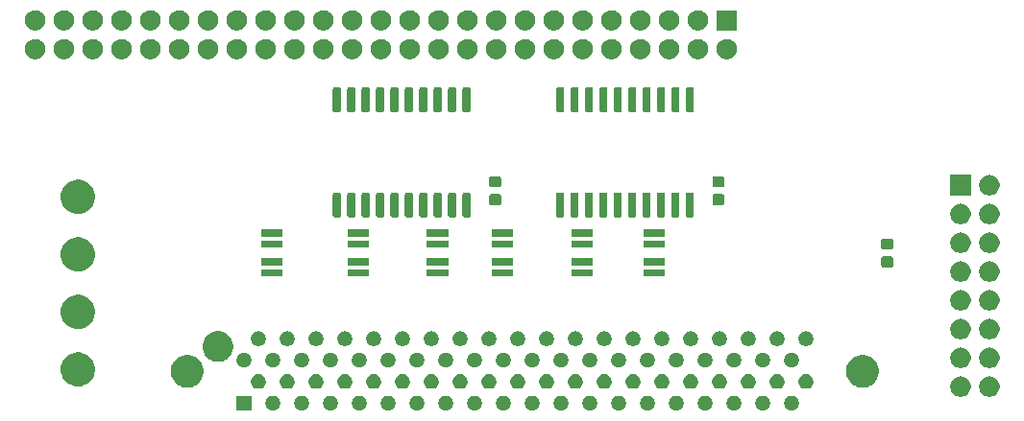
<source format=gbr>
G04 #@! TF.GenerationSoftware,KiCad,Pcbnew,(5.1.5)-3*
G04 #@! TF.CreationDate,2020-11-01T11:49:08+00:00*
G04 #@! TF.ProjectId,SCSIConnectorA,53435349-436f-46e6-9e65-63746f72412e,rev?*
G04 #@! TF.SameCoordinates,Original*
G04 #@! TF.FileFunction,Soldermask,Top*
G04 #@! TF.FilePolarity,Negative*
%FSLAX46Y46*%
G04 Gerber Fmt 4.6, Leading zero omitted, Abs format (unit mm)*
G04 Created by KiCad (PCBNEW (5.1.5)-3) date 2020-11-01 11:49:08*
%MOMM*%
%LPD*%
G04 APERTURE LIST*
%ADD10C,0.100000*%
G04 APERTURE END LIST*
D10*
G36*
X163454890Y-92938017D02*
G01*
X163573364Y-92987091D01*
X163679988Y-93058335D01*
X163770665Y-93149012D01*
X163841909Y-93255636D01*
X163890983Y-93374110D01*
X163916000Y-93499882D01*
X163916000Y-93628118D01*
X163890983Y-93753890D01*
X163841909Y-93872364D01*
X163770665Y-93978988D01*
X163679988Y-94069665D01*
X163573364Y-94140909D01*
X163573363Y-94140910D01*
X163573362Y-94140910D01*
X163454890Y-94189983D01*
X163329119Y-94215000D01*
X163200881Y-94215000D01*
X163075110Y-94189983D01*
X162956638Y-94140910D01*
X162956637Y-94140910D01*
X162956636Y-94140909D01*
X162850012Y-94069665D01*
X162759335Y-93978988D01*
X162688091Y-93872364D01*
X162639017Y-93753890D01*
X162614000Y-93628118D01*
X162614000Y-93499882D01*
X162639017Y-93374110D01*
X162688091Y-93255636D01*
X162759335Y-93149012D01*
X162850012Y-93058335D01*
X162956636Y-92987091D01*
X163075110Y-92938017D01*
X163200881Y-92913000D01*
X163329119Y-92913000D01*
X163454890Y-92938017D01*
G37*
G36*
X138054890Y-92938017D02*
G01*
X138173364Y-92987091D01*
X138279988Y-93058335D01*
X138370665Y-93149012D01*
X138441909Y-93255636D01*
X138490983Y-93374110D01*
X138516000Y-93499882D01*
X138516000Y-93628118D01*
X138490983Y-93753890D01*
X138441909Y-93872364D01*
X138370665Y-93978988D01*
X138279988Y-94069665D01*
X138173364Y-94140909D01*
X138173363Y-94140910D01*
X138173362Y-94140910D01*
X138054890Y-94189983D01*
X137929119Y-94215000D01*
X137800881Y-94215000D01*
X137675110Y-94189983D01*
X137556638Y-94140910D01*
X137556637Y-94140910D01*
X137556636Y-94140909D01*
X137450012Y-94069665D01*
X137359335Y-93978988D01*
X137288091Y-93872364D01*
X137239017Y-93753890D01*
X137214000Y-93628118D01*
X137214000Y-93499882D01*
X137239017Y-93374110D01*
X137288091Y-93255636D01*
X137359335Y-93149012D01*
X137450012Y-93058335D01*
X137556636Y-92987091D01*
X137675110Y-92938017D01*
X137800881Y-92913000D01*
X137929119Y-92913000D01*
X138054890Y-92938017D01*
G37*
G36*
X115656000Y-94215000D02*
G01*
X114354000Y-94215000D01*
X114354000Y-92913000D01*
X115656000Y-92913000D01*
X115656000Y-94215000D01*
G37*
G36*
X117734890Y-92938017D02*
G01*
X117853364Y-92987091D01*
X117959988Y-93058335D01*
X118050665Y-93149012D01*
X118121909Y-93255636D01*
X118170983Y-93374110D01*
X118196000Y-93499882D01*
X118196000Y-93628118D01*
X118170983Y-93753890D01*
X118121909Y-93872364D01*
X118050665Y-93978988D01*
X117959988Y-94069665D01*
X117853364Y-94140909D01*
X117853363Y-94140910D01*
X117853362Y-94140910D01*
X117734890Y-94189983D01*
X117609119Y-94215000D01*
X117480881Y-94215000D01*
X117355110Y-94189983D01*
X117236638Y-94140910D01*
X117236637Y-94140910D01*
X117236636Y-94140909D01*
X117130012Y-94069665D01*
X117039335Y-93978988D01*
X116968091Y-93872364D01*
X116919017Y-93753890D01*
X116894000Y-93628118D01*
X116894000Y-93499882D01*
X116919017Y-93374110D01*
X116968091Y-93255636D01*
X117039335Y-93149012D01*
X117130012Y-93058335D01*
X117236636Y-92987091D01*
X117355110Y-92938017D01*
X117480881Y-92913000D01*
X117609119Y-92913000D01*
X117734890Y-92938017D01*
G37*
G36*
X120274890Y-92938017D02*
G01*
X120393364Y-92987091D01*
X120499988Y-93058335D01*
X120590665Y-93149012D01*
X120661909Y-93255636D01*
X120710983Y-93374110D01*
X120736000Y-93499882D01*
X120736000Y-93628118D01*
X120710983Y-93753890D01*
X120661909Y-93872364D01*
X120590665Y-93978988D01*
X120499988Y-94069665D01*
X120393364Y-94140909D01*
X120393363Y-94140910D01*
X120393362Y-94140910D01*
X120274890Y-94189983D01*
X120149119Y-94215000D01*
X120020881Y-94215000D01*
X119895110Y-94189983D01*
X119776638Y-94140910D01*
X119776637Y-94140910D01*
X119776636Y-94140909D01*
X119670012Y-94069665D01*
X119579335Y-93978988D01*
X119508091Y-93872364D01*
X119459017Y-93753890D01*
X119434000Y-93628118D01*
X119434000Y-93499882D01*
X119459017Y-93374110D01*
X119508091Y-93255636D01*
X119579335Y-93149012D01*
X119670012Y-93058335D01*
X119776636Y-92987091D01*
X119895110Y-92938017D01*
X120020881Y-92913000D01*
X120149119Y-92913000D01*
X120274890Y-92938017D01*
G37*
G36*
X122814890Y-92938017D02*
G01*
X122933364Y-92987091D01*
X123039988Y-93058335D01*
X123130665Y-93149012D01*
X123201909Y-93255636D01*
X123250983Y-93374110D01*
X123276000Y-93499882D01*
X123276000Y-93628118D01*
X123250983Y-93753890D01*
X123201909Y-93872364D01*
X123130665Y-93978988D01*
X123039988Y-94069665D01*
X122933364Y-94140909D01*
X122933363Y-94140910D01*
X122933362Y-94140910D01*
X122814890Y-94189983D01*
X122689119Y-94215000D01*
X122560881Y-94215000D01*
X122435110Y-94189983D01*
X122316638Y-94140910D01*
X122316637Y-94140910D01*
X122316636Y-94140909D01*
X122210012Y-94069665D01*
X122119335Y-93978988D01*
X122048091Y-93872364D01*
X121999017Y-93753890D01*
X121974000Y-93628118D01*
X121974000Y-93499882D01*
X121999017Y-93374110D01*
X122048091Y-93255636D01*
X122119335Y-93149012D01*
X122210012Y-93058335D01*
X122316636Y-92987091D01*
X122435110Y-92938017D01*
X122560881Y-92913000D01*
X122689119Y-92913000D01*
X122814890Y-92938017D01*
G37*
G36*
X125354890Y-92938017D02*
G01*
X125473364Y-92987091D01*
X125579988Y-93058335D01*
X125670665Y-93149012D01*
X125741909Y-93255636D01*
X125790983Y-93374110D01*
X125816000Y-93499882D01*
X125816000Y-93628118D01*
X125790983Y-93753890D01*
X125741909Y-93872364D01*
X125670665Y-93978988D01*
X125579988Y-94069665D01*
X125473364Y-94140909D01*
X125473363Y-94140910D01*
X125473362Y-94140910D01*
X125354890Y-94189983D01*
X125229119Y-94215000D01*
X125100881Y-94215000D01*
X124975110Y-94189983D01*
X124856638Y-94140910D01*
X124856637Y-94140910D01*
X124856636Y-94140909D01*
X124750012Y-94069665D01*
X124659335Y-93978988D01*
X124588091Y-93872364D01*
X124539017Y-93753890D01*
X124514000Y-93628118D01*
X124514000Y-93499882D01*
X124539017Y-93374110D01*
X124588091Y-93255636D01*
X124659335Y-93149012D01*
X124750012Y-93058335D01*
X124856636Y-92987091D01*
X124975110Y-92938017D01*
X125100881Y-92913000D01*
X125229119Y-92913000D01*
X125354890Y-92938017D01*
G37*
G36*
X127894890Y-92938017D02*
G01*
X128013364Y-92987091D01*
X128119988Y-93058335D01*
X128210665Y-93149012D01*
X128281909Y-93255636D01*
X128330983Y-93374110D01*
X128356000Y-93499882D01*
X128356000Y-93628118D01*
X128330983Y-93753890D01*
X128281909Y-93872364D01*
X128210665Y-93978988D01*
X128119988Y-94069665D01*
X128013364Y-94140909D01*
X128013363Y-94140910D01*
X128013362Y-94140910D01*
X127894890Y-94189983D01*
X127769119Y-94215000D01*
X127640881Y-94215000D01*
X127515110Y-94189983D01*
X127396638Y-94140910D01*
X127396637Y-94140910D01*
X127396636Y-94140909D01*
X127290012Y-94069665D01*
X127199335Y-93978988D01*
X127128091Y-93872364D01*
X127079017Y-93753890D01*
X127054000Y-93628118D01*
X127054000Y-93499882D01*
X127079017Y-93374110D01*
X127128091Y-93255636D01*
X127199335Y-93149012D01*
X127290012Y-93058335D01*
X127396636Y-92987091D01*
X127515110Y-92938017D01*
X127640881Y-92913000D01*
X127769119Y-92913000D01*
X127894890Y-92938017D01*
G37*
G36*
X130434890Y-92938017D02*
G01*
X130553364Y-92987091D01*
X130659988Y-93058335D01*
X130750665Y-93149012D01*
X130821909Y-93255636D01*
X130870983Y-93374110D01*
X130896000Y-93499882D01*
X130896000Y-93628118D01*
X130870983Y-93753890D01*
X130821909Y-93872364D01*
X130750665Y-93978988D01*
X130659988Y-94069665D01*
X130553364Y-94140909D01*
X130553363Y-94140910D01*
X130553362Y-94140910D01*
X130434890Y-94189983D01*
X130309119Y-94215000D01*
X130180881Y-94215000D01*
X130055110Y-94189983D01*
X129936638Y-94140910D01*
X129936637Y-94140910D01*
X129936636Y-94140909D01*
X129830012Y-94069665D01*
X129739335Y-93978988D01*
X129668091Y-93872364D01*
X129619017Y-93753890D01*
X129594000Y-93628118D01*
X129594000Y-93499882D01*
X129619017Y-93374110D01*
X129668091Y-93255636D01*
X129739335Y-93149012D01*
X129830012Y-93058335D01*
X129936636Y-92987091D01*
X130055110Y-92938017D01*
X130180881Y-92913000D01*
X130309119Y-92913000D01*
X130434890Y-92938017D01*
G37*
G36*
X132974890Y-92938017D02*
G01*
X133093364Y-92987091D01*
X133199988Y-93058335D01*
X133290665Y-93149012D01*
X133361909Y-93255636D01*
X133410983Y-93374110D01*
X133436000Y-93499882D01*
X133436000Y-93628118D01*
X133410983Y-93753890D01*
X133361909Y-93872364D01*
X133290665Y-93978988D01*
X133199988Y-94069665D01*
X133093364Y-94140909D01*
X133093363Y-94140910D01*
X133093362Y-94140910D01*
X132974890Y-94189983D01*
X132849119Y-94215000D01*
X132720881Y-94215000D01*
X132595110Y-94189983D01*
X132476638Y-94140910D01*
X132476637Y-94140910D01*
X132476636Y-94140909D01*
X132370012Y-94069665D01*
X132279335Y-93978988D01*
X132208091Y-93872364D01*
X132159017Y-93753890D01*
X132134000Y-93628118D01*
X132134000Y-93499882D01*
X132159017Y-93374110D01*
X132208091Y-93255636D01*
X132279335Y-93149012D01*
X132370012Y-93058335D01*
X132476636Y-92987091D01*
X132595110Y-92938017D01*
X132720881Y-92913000D01*
X132849119Y-92913000D01*
X132974890Y-92938017D01*
G37*
G36*
X135514890Y-92938017D02*
G01*
X135633364Y-92987091D01*
X135739988Y-93058335D01*
X135830665Y-93149012D01*
X135901909Y-93255636D01*
X135950983Y-93374110D01*
X135976000Y-93499882D01*
X135976000Y-93628118D01*
X135950983Y-93753890D01*
X135901909Y-93872364D01*
X135830665Y-93978988D01*
X135739988Y-94069665D01*
X135633364Y-94140909D01*
X135633363Y-94140910D01*
X135633362Y-94140910D01*
X135514890Y-94189983D01*
X135389119Y-94215000D01*
X135260881Y-94215000D01*
X135135110Y-94189983D01*
X135016638Y-94140910D01*
X135016637Y-94140910D01*
X135016636Y-94140909D01*
X134910012Y-94069665D01*
X134819335Y-93978988D01*
X134748091Y-93872364D01*
X134699017Y-93753890D01*
X134674000Y-93628118D01*
X134674000Y-93499882D01*
X134699017Y-93374110D01*
X134748091Y-93255636D01*
X134819335Y-93149012D01*
X134910012Y-93058335D01*
X135016636Y-92987091D01*
X135135110Y-92938017D01*
X135260881Y-92913000D01*
X135389119Y-92913000D01*
X135514890Y-92938017D01*
G37*
G36*
X143134890Y-92938017D02*
G01*
X143253364Y-92987091D01*
X143359988Y-93058335D01*
X143450665Y-93149012D01*
X143521909Y-93255636D01*
X143570983Y-93374110D01*
X143596000Y-93499882D01*
X143596000Y-93628118D01*
X143570983Y-93753890D01*
X143521909Y-93872364D01*
X143450665Y-93978988D01*
X143359988Y-94069665D01*
X143253364Y-94140909D01*
X143253363Y-94140910D01*
X143253362Y-94140910D01*
X143134890Y-94189983D01*
X143009119Y-94215000D01*
X142880881Y-94215000D01*
X142755110Y-94189983D01*
X142636638Y-94140910D01*
X142636637Y-94140910D01*
X142636636Y-94140909D01*
X142530012Y-94069665D01*
X142439335Y-93978988D01*
X142368091Y-93872364D01*
X142319017Y-93753890D01*
X142294000Y-93628118D01*
X142294000Y-93499882D01*
X142319017Y-93374110D01*
X142368091Y-93255636D01*
X142439335Y-93149012D01*
X142530012Y-93058335D01*
X142636636Y-92987091D01*
X142755110Y-92938017D01*
X142880881Y-92913000D01*
X143009119Y-92913000D01*
X143134890Y-92938017D01*
G37*
G36*
X145674890Y-92938017D02*
G01*
X145793364Y-92987091D01*
X145899988Y-93058335D01*
X145990665Y-93149012D01*
X146061909Y-93255636D01*
X146110983Y-93374110D01*
X146136000Y-93499882D01*
X146136000Y-93628118D01*
X146110983Y-93753890D01*
X146061909Y-93872364D01*
X145990665Y-93978988D01*
X145899988Y-94069665D01*
X145793364Y-94140909D01*
X145793363Y-94140910D01*
X145793362Y-94140910D01*
X145674890Y-94189983D01*
X145549119Y-94215000D01*
X145420881Y-94215000D01*
X145295110Y-94189983D01*
X145176638Y-94140910D01*
X145176637Y-94140910D01*
X145176636Y-94140909D01*
X145070012Y-94069665D01*
X144979335Y-93978988D01*
X144908091Y-93872364D01*
X144859017Y-93753890D01*
X144834000Y-93628118D01*
X144834000Y-93499882D01*
X144859017Y-93374110D01*
X144908091Y-93255636D01*
X144979335Y-93149012D01*
X145070012Y-93058335D01*
X145176636Y-92987091D01*
X145295110Y-92938017D01*
X145420881Y-92913000D01*
X145549119Y-92913000D01*
X145674890Y-92938017D01*
G37*
G36*
X148214890Y-92938017D02*
G01*
X148333364Y-92987091D01*
X148439988Y-93058335D01*
X148530665Y-93149012D01*
X148601909Y-93255636D01*
X148650983Y-93374110D01*
X148676000Y-93499882D01*
X148676000Y-93628118D01*
X148650983Y-93753890D01*
X148601909Y-93872364D01*
X148530665Y-93978988D01*
X148439988Y-94069665D01*
X148333364Y-94140909D01*
X148333363Y-94140910D01*
X148333362Y-94140910D01*
X148214890Y-94189983D01*
X148089119Y-94215000D01*
X147960881Y-94215000D01*
X147835110Y-94189983D01*
X147716638Y-94140910D01*
X147716637Y-94140910D01*
X147716636Y-94140909D01*
X147610012Y-94069665D01*
X147519335Y-93978988D01*
X147448091Y-93872364D01*
X147399017Y-93753890D01*
X147374000Y-93628118D01*
X147374000Y-93499882D01*
X147399017Y-93374110D01*
X147448091Y-93255636D01*
X147519335Y-93149012D01*
X147610012Y-93058335D01*
X147716636Y-92987091D01*
X147835110Y-92938017D01*
X147960881Y-92913000D01*
X148089119Y-92913000D01*
X148214890Y-92938017D01*
G37*
G36*
X150754890Y-92938017D02*
G01*
X150873364Y-92987091D01*
X150979988Y-93058335D01*
X151070665Y-93149012D01*
X151141909Y-93255636D01*
X151190983Y-93374110D01*
X151216000Y-93499882D01*
X151216000Y-93628118D01*
X151190983Y-93753890D01*
X151141909Y-93872364D01*
X151070665Y-93978988D01*
X150979988Y-94069665D01*
X150873364Y-94140909D01*
X150873363Y-94140910D01*
X150873362Y-94140910D01*
X150754890Y-94189983D01*
X150629119Y-94215000D01*
X150500881Y-94215000D01*
X150375110Y-94189983D01*
X150256638Y-94140910D01*
X150256637Y-94140910D01*
X150256636Y-94140909D01*
X150150012Y-94069665D01*
X150059335Y-93978988D01*
X149988091Y-93872364D01*
X149939017Y-93753890D01*
X149914000Y-93628118D01*
X149914000Y-93499882D01*
X149939017Y-93374110D01*
X149988091Y-93255636D01*
X150059335Y-93149012D01*
X150150012Y-93058335D01*
X150256636Y-92987091D01*
X150375110Y-92938017D01*
X150500881Y-92913000D01*
X150629119Y-92913000D01*
X150754890Y-92938017D01*
G37*
G36*
X153294890Y-92938017D02*
G01*
X153413364Y-92987091D01*
X153519988Y-93058335D01*
X153610665Y-93149012D01*
X153681909Y-93255636D01*
X153730983Y-93374110D01*
X153756000Y-93499882D01*
X153756000Y-93628118D01*
X153730983Y-93753890D01*
X153681909Y-93872364D01*
X153610665Y-93978988D01*
X153519988Y-94069665D01*
X153413364Y-94140909D01*
X153413363Y-94140910D01*
X153413362Y-94140910D01*
X153294890Y-94189983D01*
X153169119Y-94215000D01*
X153040881Y-94215000D01*
X152915110Y-94189983D01*
X152796638Y-94140910D01*
X152796637Y-94140910D01*
X152796636Y-94140909D01*
X152690012Y-94069665D01*
X152599335Y-93978988D01*
X152528091Y-93872364D01*
X152479017Y-93753890D01*
X152454000Y-93628118D01*
X152454000Y-93499882D01*
X152479017Y-93374110D01*
X152528091Y-93255636D01*
X152599335Y-93149012D01*
X152690012Y-93058335D01*
X152796636Y-92987091D01*
X152915110Y-92938017D01*
X153040881Y-92913000D01*
X153169119Y-92913000D01*
X153294890Y-92938017D01*
G37*
G36*
X155834890Y-92938017D02*
G01*
X155953364Y-92987091D01*
X156059988Y-93058335D01*
X156150665Y-93149012D01*
X156221909Y-93255636D01*
X156270983Y-93374110D01*
X156296000Y-93499882D01*
X156296000Y-93628118D01*
X156270983Y-93753890D01*
X156221909Y-93872364D01*
X156150665Y-93978988D01*
X156059988Y-94069665D01*
X155953364Y-94140909D01*
X155953363Y-94140910D01*
X155953362Y-94140910D01*
X155834890Y-94189983D01*
X155709119Y-94215000D01*
X155580881Y-94215000D01*
X155455110Y-94189983D01*
X155336638Y-94140910D01*
X155336637Y-94140910D01*
X155336636Y-94140909D01*
X155230012Y-94069665D01*
X155139335Y-93978988D01*
X155068091Y-93872364D01*
X155019017Y-93753890D01*
X154994000Y-93628118D01*
X154994000Y-93499882D01*
X155019017Y-93374110D01*
X155068091Y-93255636D01*
X155139335Y-93149012D01*
X155230012Y-93058335D01*
X155336636Y-92987091D01*
X155455110Y-92938017D01*
X155580881Y-92913000D01*
X155709119Y-92913000D01*
X155834890Y-92938017D01*
G37*
G36*
X158374890Y-92938017D02*
G01*
X158493364Y-92987091D01*
X158599988Y-93058335D01*
X158690665Y-93149012D01*
X158761909Y-93255636D01*
X158810983Y-93374110D01*
X158836000Y-93499882D01*
X158836000Y-93628118D01*
X158810983Y-93753890D01*
X158761909Y-93872364D01*
X158690665Y-93978988D01*
X158599988Y-94069665D01*
X158493364Y-94140909D01*
X158493363Y-94140910D01*
X158493362Y-94140910D01*
X158374890Y-94189983D01*
X158249119Y-94215000D01*
X158120881Y-94215000D01*
X157995110Y-94189983D01*
X157876638Y-94140910D01*
X157876637Y-94140910D01*
X157876636Y-94140909D01*
X157770012Y-94069665D01*
X157679335Y-93978988D01*
X157608091Y-93872364D01*
X157559017Y-93753890D01*
X157534000Y-93628118D01*
X157534000Y-93499882D01*
X157559017Y-93374110D01*
X157608091Y-93255636D01*
X157679335Y-93149012D01*
X157770012Y-93058335D01*
X157876636Y-92987091D01*
X157995110Y-92938017D01*
X158120881Y-92913000D01*
X158249119Y-92913000D01*
X158374890Y-92938017D01*
G37*
G36*
X160914890Y-92938017D02*
G01*
X161033364Y-92987091D01*
X161139988Y-93058335D01*
X161230665Y-93149012D01*
X161301909Y-93255636D01*
X161350983Y-93374110D01*
X161376000Y-93499882D01*
X161376000Y-93628118D01*
X161350983Y-93753890D01*
X161301909Y-93872364D01*
X161230665Y-93978988D01*
X161139988Y-94069665D01*
X161033364Y-94140909D01*
X161033363Y-94140910D01*
X161033362Y-94140910D01*
X160914890Y-94189983D01*
X160789119Y-94215000D01*
X160660881Y-94215000D01*
X160535110Y-94189983D01*
X160416638Y-94140910D01*
X160416637Y-94140910D01*
X160416636Y-94140909D01*
X160310012Y-94069665D01*
X160219335Y-93978988D01*
X160148091Y-93872364D01*
X160099017Y-93753890D01*
X160074000Y-93628118D01*
X160074000Y-93499882D01*
X160099017Y-93374110D01*
X160148091Y-93255636D01*
X160219335Y-93149012D01*
X160310012Y-93058335D01*
X160416636Y-92987091D01*
X160535110Y-92938017D01*
X160660881Y-92913000D01*
X160789119Y-92913000D01*
X160914890Y-92938017D01*
G37*
G36*
X140594890Y-92938017D02*
G01*
X140713364Y-92987091D01*
X140819988Y-93058335D01*
X140910665Y-93149012D01*
X140981909Y-93255636D01*
X141030983Y-93374110D01*
X141056000Y-93499882D01*
X141056000Y-93628118D01*
X141030983Y-93753890D01*
X140981909Y-93872364D01*
X140910665Y-93978988D01*
X140819988Y-94069665D01*
X140713364Y-94140909D01*
X140713363Y-94140910D01*
X140713362Y-94140910D01*
X140594890Y-94189983D01*
X140469119Y-94215000D01*
X140340881Y-94215000D01*
X140215110Y-94189983D01*
X140096638Y-94140910D01*
X140096637Y-94140910D01*
X140096636Y-94140909D01*
X139990012Y-94069665D01*
X139899335Y-93978988D01*
X139828091Y-93872364D01*
X139779017Y-93753890D01*
X139754000Y-93628118D01*
X139754000Y-93499882D01*
X139779017Y-93374110D01*
X139828091Y-93255636D01*
X139899335Y-93149012D01*
X139990012Y-93058335D01*
X140096636Y-92987091D01*
X140215110Y-92938017D01*
X140340881Y-92913000D01*
X140469119Y-92913000D01*
X140594890Y-92938017D01*
G37*
G36*
X178279512Y-91214927D02*
G01*
X178428812Y-91244624D01*
X178592784Y-91312544D01*
X178740354Y-91411147D01*
X178865853Y-91536646D01*
X178964456Y-91684216D01*
X179032376Y-91848188D01*
X179067000Y-92022259D01*
X179067000Y-92199741D01*
X179032376Y-92373812D01*
X178964456Y-92537784D01*
X178865853Y-92685354D01*
X178740354Y-92810853D01*
X178592784Y-92909456D01*
X178428812Y-92977376D01*
X178279512Y-93007073D01*
X178254742Y-93012000D01*
X178077258Y-93012000D01*
X178052488Y-93007073D01*
X177903188Y-92977376D01*
X177739216Y-92909456D01*
X177591646Y-92810853D01*
X177466147Y-92685354D01*
X177367544Y-92537784D01*
X177299624Y-92373812D01*
X177265000Y-92199741D01*
X177265000Y-92022259D01*
X177299624Y-91848188D01*
X177367544Y-91684216D01*
X177466147Y-91536646D01*
X177591646Y-91411147D01*
X177739216Y-91312544D01*
X177903188Y-91244624D01*
X178052488Y-91214927D01*
X178077258Y-91210000D01*
X178254742Y-91210000D01*
X178279512Y-91214927D01*
G37*
G36*
X180819512Y-91214927D02*
G01*
X180968812Y-91244624D01*
X181132784Y-91312544D01*
X181280354Y-91411147D01*
X181405853Y-91536646D01*
X181504456Y-91684216D01*
X181572376Y-91848188D01*
X181607000Y-92022259D01*
X181607000Y-92199741D01*
X181572376Y-92373812D01*
X181504456Y-92537784D01*
X181405853Y-92685354D01*
X181280354Y-92810853D01*
X181132784Y-92909456D01*
X180968812Y-92977376D01*
X180819512Y-93007073D01*
X180794742Y-93012000D01*
X180617258Y-93012000D01*
X180592488Y-93007073D01*
X180443188Y-92977376D01*
X180279216Y-92909456D01*
X180131646Y-92810853D01*
X180006147Y-92685354D01*
X179907544Y-92537784D01*
X179839624Y-92373812D01*
X179805000Y-92199741D01*
X179805000Y-92022259D01*
X179839624Y-91848188D01*
X179907544Y-91684216D01*
X180006147Y-91536646D01*
X180131646Y-91411147D01*
X180279216Y-91312544D01*
X180443188Y-91244624D01*
X180592488Y-91214927D01*
X180617258Y-91210000D01*
X180794742Y-91210000D01*
X180819512Y-91214927D01*
G37*
G36*
X141864890Y-91038017D02*
G01*
X141983364Y-91087091D01*
X142089988Y-91158335D01*
X142180665Y-91249012D01*
X142218737Y-91305990D01*
X142251910Y-91355638D01*
X142300983Y-91474110D01*
X142316443Y-91551832D01*
X142326000Y-91599882D01*
X142326000Y-91728118D01*
X142300983Y-91853890D01*
X142251909Y-91972364D01*
X142180665Y-92078988D01*
X142089988Y-92169665D01*
X141983364Y-92240909D01*
X141983363Y-92240910D01*
X141983362Y-92240910D01*
X141864890Y-92289983D01*
X141739119Y-92315000D01*
X141610881Y-92315000D01*
X141485110Y-92289983D01*
X141366638Y-92240910D01*
X141366637Y-92240910D01*
X141366636Y-92240909D01*
X141260012Y-92169665D01*
X141169335Y-92078988D01*
X141098091Y-91972364D01*
X141049017Y-91853890D01*
X141024000Y-91728118D01*
X141024000Y-91599882D01*
X141033558Y-91551832D01*
X141049017Y-91474110D01*
X141098090Y-91355638D01*
X141131264Y-91305990D01*
X141169335Y-91249012D01*
X141260012Y-91158335D01*
X141366636Y-91087091D01*
X141485110Y-91038017D01*
X141610881Y-91013000D01*
X141739119Y-91013000D01*
X141864890Y-91038017D01*
G37*
G36*
X116464890Y-91038017D02*
G01*
X116583364Y-91087091D01*
X116689988Y-91158335D01*
X116780665Y-91249012D01*
X116818737Y-91305990D01*
X116851910Y-91355638D01*
X116900983Y-91474110D01*
X116916443Y-91551832D01*
X116926000Y-91599882D01*
X116926000Y-91728118D01*
X116900983Y-91853890D01*
X116851909Y-91972364D01*
X116780665Y-92078988D01*
X116689988Y-92169665D01*
X116583364Y-92240909D01*
X116583363Y-92240910D01*
X116583362Y-92240910D01*
X116464890Y-92289983D01*
X116339119Y-92315000D01*
X116210881Y-92315000D01*
X116085110Y-92289983D01*
X115966638Y-92240910D01*
X115966637Y-92240910D01*
X115966636Y-92240909D01*
X115860012Y-92169665D01*
X115769335Y-92078988D01*
X115698091Y-91972364D01*
X115649017Y-91853890D01*
X115624000Y-91728118D01*
X115624000Y-91599882D01*
X115633558Y-91551832D01*
X115649017Y-91474110D01*
X115698090Y-91355638D01*
X115731264Y-91305990D01*
X115769335Y-91249012D01*
X115860012Y-91158335D01*
X115966636Y-91087091D01*
X116085110Y-91038017D01*
X116210881Y-91013000D01*
X116339119Y-91013000D01*
X116464890Y-91038017D01*
G37*
G36*
X119004890Y-91038017D02*
G01*
X119123364Y-91087091D01*
X119229988Y-91158335D01*
X119320665Y-91249012D01*
X119358737Y-91305990D01*
X119391910Y-91355638D01*
X119440983Y-91474110D01*
X119456443Y-91551832D01*
X119466000Y-91599882D01*
X119466000Y-91728118D01*
X119440983Y-91853890D01*
X119391909Y-91972364D01*
X119320665Y-92078988D01*
X119229988Y-92169665D01*
X119123364Y-92240909D01*
X119123363Y-92240910D01*
X119123362Y-92240910D01*
X119004890Y-92289983D01*
X118879119Y-92315000D01*
X118750881Y-92315000D01*
X118625110Y-92289983D01*
X118506638Y-92240910D01*
X118506637Y-92240910D01*
X118506636Y-92240909D01*
X118400012Y-92169665D01*
X118309335Y-92078988D01*
X118238091Y-91972364D01*
X118189017Y-91853890D01*
X118164000Y-91728118D01*
X118164000Y-91599882D01*
X118173558Y-91551832D01*
X118189017Y-91474110D01*
X118238090Y-91355638D01*
X118271264Y-91305990D01*
X118309335Y-91249012D01*
X118400012Y-91158335D01*
X118506636Y-91087091D01*
X118625110Y-91038017D01*
X118750881Y-91013000D01*
X118879119Y-91013000D01*
X119004890Y-91038017D01*
G37*
G36*
X121544890Y-91038017D02*
G01*
X121663364Y-91087091D01*
X121769988Y-91158335D01*
X121860665Y-91249012D01*
X121898737Y-91305990D01*
X121931910Y-91355638D01*
X121980983Y-91474110D01*
X121996443Y-91551832D01*
X122006000Y-91599882D01*
X122006000Y-91728118D01*
X121980983Y-91853890D01*
X121931909Y-91972364D01*
X121860665Y-92078988D01*
X121769988Y-92169665D01*
X121663364Y-92240909D01*
X121663363Y-92240910D01*
X121663362Y-92240910D01*
X121544890Y-92289983D01*
X121419119Y-92315000D01*
X121290881Y-92315000D01*
X121165110Y-92289983D01*
X121046638Y-92240910D01*
X121046637Y-92240910D01*
X121046636Y-92240909D01*
X120940012Y-92169665D01*
X120849335Y-92078988D01*
X120778091Y-91972364D01*
X120729017Y-91853890D01*
X120704000Y-91728118D01*
X120704000Y-91599882D01*
X120713558Y-91551832D01*
X120729017Y-91474110D01*
X120778090Y-91355638D01*
X120811264Y-91305990D01*
X120849335Y-91249012D01*
X120940012Y-91158335D01*
X121046636Y-91087091D01*
X121165110Y-91038017D01*
X121290881Y-91013000D01*
X121419119Y-91013000D01*
X121544890Y-91038017D01*
G37*
G36*
X124084890Y-91038017D02*
G01*
X124203364Y-91087091D01*
X124309988Y-91158335D01*
X124400665Y-91249012D01*
X124438737Y-91305990D01*
X124471910Y-91355638D01*
X124520983Y-91474110D01*
X124536443Y-91551832D01*
X124546000Y-91599882D01*
X124546000Y-91728118D01*
X124520983Y-91853890D01*
X124471909Y-91972364D01*
X124400665Y-92078988D01*
X124309988Y-92169665D01*
X124203364Y-92240909D01*
X124203363Y-92240910D01*
X124203362Y-92240910D01*
X124084890Y-92289983D01*
X123959119Y-92315000D01*
X123830881Y-92315000D01*
X123705110Y-92289983D01*
X123586638Y-92240910D01*
X123586637Y-92240910D01*
X123586636Y-92240909D01*
X123480012Y-92169665D01*
X123389335Y-92078988D01*
X123318091Y-91972364D01*
X123269017Y-91853890D01*
X123244000Y-91728118D01*
X123244000Y-91599882D01*
X123253558Y-91551832D01*
X123269017Y-91474110D01*
X123318090Y-91355638D01*
X123351264Y-91305990D01*
X123389335Y-91249012D01*
X123480012Y-91158335D01*
X123586636Y-91087091D01*
X123705110Y-91038017D01*
X123830881Y-91013000D01*
X123959119Y-91013000D01*
X124084890Y-91038017D01*
G37*
G36*
X129164890Y-91038017D02*
G01*
X129283364Y-91087091D01*
X129389988Y-91158335D01*
X129480665Y-91249012D01*
X129518737Y-91305990D01*
X129551910Y-91355638D01*
X129600983Y-91474110D01*
X129616443Y-91551832D01*
X129626000Y-91599882D01*
X129626000Y-91728118D01*
X129600983Y-91853890D01*
X129551909Y-91972364D01*
X129480665Y-92078988D01*
X129389988Y-92169665D01*
X129283364Y-92240909D01*
X129283363Y-92240910D01*
X129283362Y-92240910D01*
X129164890Y-92289983D01*
X129039119Y-92315000D01*
X128910881Y-92315000D01*
X128785110Y-92289983D01*
X128666638Y-92240910D01*
X128666637Y-92240910D01*
X128666636Y-92240909D01*
X128560012Y-92169665D01*
X128469335Y-92078988D01*
X128398091Y-91972364D01*
X128349017Y-91853890D01*
X128324000Y-91728118D01*
X128324000Y-91599882D01*
X128333558Y-91551832D01*
X128349017Y-91474110D01*
X128398090Y-91355638D01*
X128431264Y-91305990D01*
X128469335Y-91249012D01*
X128560012Y-91158335D01*
X128666636Y-91087091D01*
X128785110Y-91038017D01*
X128910881Y-91013000D01*
X129039119Y-91013000D01*
X129164890Y-91038017D01*
G37*
G36*
X144404890Y-91038017D02*
G01*
X144523364Y-91087091D01*
X144629988Y-91158335D01*
X144720665Y-91249012D01*
X144758737Y-91305990D01*
X144791910Y-91355638D01*
X144840983Y-91474110D01*
X144856443Y-91551832D01*
X144866000Y-91599882D01*
X144866000Y-91728118D01*
X144840983Y-91853890D01*
X144791909Y-91972364D01*
X144720665Y-92078988D01*
X144629988Y-92169665D01*
X144523364Y-92240909D01*
X144523363Y-92240910D01*
X144523362Y-92240910D01*
X144404890Y-92289983D01*
X144279119Y-92315000D01*
X144150881Y-92315000D01*
X144025110Y-92289983D01*
X143906638Y-92240910D01*
X143906637Y-92240910D01*
X143906636Y-92240909D01*
X143800012Y-92169665D01*
X143709335Y-92078988D01*
X143638091Y-91972364D01*
X143589017Y-91853890D01*
X143564000Y-91728118D01*
X143564000Y-91599882D01*
X143573558Y-91551832D01*
X143589017Y-91474110D01*
X143638090Y-91355638D01*
X143671264Y-91305990D01*
X143709335Y-91249012D01*
X143800012Y-91158335D01*
X143906636Y-91087091D01*
X144025110Y-91038017D01*
X144150881Y-91013000D01*
X144279119Y-91013000D01*
X144404890Y-91038017D01*
G37*
G36*
X146944890Y-91038017D02*
G01*
X147063364Y-91087091D01*
X147169988Y-91158335D01*
X147260665Y-91249012D01*
X147298737Y-91305990D01*
X147331910Y-91355638D01*
X147380983Y-91474110D01*
X147396443Y-91551832D01*
X147406000Y-91599882D01*
X147406000Y-91728118D01*
X147380983Y-91853890D01*
X147331909Y-91972364D01*
X147260665Y-92078988D01*
X147169988Y-92169665D01*
X147063364Y-92240909D01*
X147063363Y-92240910D01*
X147063362Y-92240910D01*
X146944890Y-92289983D01*
X146819119Y-92315000D01*
X146690881Y-92315000D01*
X146565110Y-92289983D01*
X146446638Y-92240910D01*
X146446637Y-92240910D01*
X146446636Y-92240909D01*
X146340012Y-92169665D01*
X146249335Y-92078988D01*
X146178091Y-91972364D01*
X146129017Y-91853890D01*
X146104000Y-91728118D01*
X146104000Y-91599882D01*
X146113558Y-91551832D01*
X146129017Y-91474110D01*
X146178090Y-91355638D01*
X146211264Y-91305990D01*
X146249335Y-91249012D01*
X146340012Y-91158335D01*
X146446636Y-91087091D01*
X146565110Y-91038017D01*
X146690881Y-91013000D01*
X146819119Y-91013000D01*
X146944890Y-91038017D01*
G37*
G36*
X157104890Y-91038017D02*
G01*
X157223364Y-91087091D01*
X157329988Y-91158335D01*
X157420665Y-91249012D01*
X157458737Y-91305990D01*
X157491910Y-91355638D01*
X157540983Y-91474110D01*
X157556443Y-91551832D01*
X157566000Y-91599882D01*
X157566000Y-91728118D01*
X157540983Y-91853890D01*
X157491909Y-91972364D01*
X157420665Y-92078988D01*
X157329988Y-92169665D01*
X157223364Y-92240909D01*
X157223363Y-92240910D01*
X157223362Y-92240910D01*
X157104890Y-92289983D01*
X156979119Y-92315000D01*
X156850881Y-92315000D01*
X156725110Y-92289983D01*
X156606638Y-92240910D01*
X156606637Y-92240910D01*
X156606636Y-92240909D01*
X156500012Y-92169665D01*
X156409335Y-92078988D01*
X156338091Y-91972364D01*
X156289017Y-91853890D01*
X156264000Y-91728118D01*
X156264000Y-91599882D01*
X156273558Y-91551832D01*
X156289017Y-91474110D01*
X156338090Y-91355638D01*
X156371264Y-91305990D01*
X156409335Y-91249012D01*
X156500012Y-91158335D01*
X156606636Y-91087091D01*
X156725110Y-91038017D01*
X156850881Y-91013000D01*
X156979119Y-91013000D01*
X157104890Y-91038017D01*
G37*
G36*
X139324890Y-91038017D02*
G01*
X139443364Y-91087091D01*
X139549988Y-91158335D01*
X139640665Y-91249012D01*
X139678737Y-91305990D01*
X139711910Y-91355638D01*
X139760983Y-91474110D01*
X139776443Y-91551832D01*
X139786000Y-91599882D01*
X139786000Y-91728118D01*
X139760983Y-91853890D01*
X139711909Y-91972364D01*
X139640665Y-92078988D01*
X139549988Y-92169665D01*
X139443364Y-92240909D01*
X139443363Y-92240910D01*
X139443362Y-92240910D01*
X139324890Y-92289983D01*
X139199119Y-92315000D01*
X139070881Y-92315000D01*
X138945110Y-92289983D01*
X138826638Y-92240910D01*
X138826637Y-92240910D01*
X138826636Y-92240909D01*
X138720012Y-92169665D01*
X138629335Y-92078988D01*
X138558091Y-91972364D01*
X138509017Y-91853890D01*
X138484000Y-91728118D01*
X138484000Y-91599882D01*
X138493558Y-91551832D01*
X138509017Y-91474110D01*
X138558090Y-91355638D01*
X138591264Y-91305990D01*
X138629335Y-91249012D01*
X138720012Y-91158335D01*
X138826636Y-91087091D01*
X138945110Y-91038017D01*
X139070881Y-91013000D01*
X139199119Y-91013000D01*
X139324890Y-91038017D01*
G37*
G36*
X159644890Y-91038017D02*
G01*
X159763364Y-91087091D01*
X159869988Y-91158335D01*
X159960665Y-91249012D01*
X159998737Y-91305990D01*
X160031910Y-91355638D01*
X160080983Y-91474110D01*
X160096443Y-91551832D01*
X160106000Y-91599882D01*
X160106000Y-91728118D01*
X160080983Y-91853890D01*
X160031909Y-91972364D01*
X159960665Y-92078988D01*
X159869988Y-92169665D01*
X159763364Y-92240909D01*
X159763363Y-92240910D01*
X159763362Y-92240910D01*
X159644890Y-92289983D01*
X159519119Y-92315000D01*
X159390881Y-92315000D01*
X159265110Y-92289983D01*
X159146638Y-92240910D01*
X159146637Y-92240910D01*
X159146636Y-92240909D01*
X159040012Y-92169665D01*
X158949335Y-92078988D01*
X158878091Y-91972364D01*
X158829017Y-91853890D01*
X158804000Y-91728118D01*
X158804000Y-91599882D01*
X158813558Y-91551832D01*
X158829017Y-91474110D01*
X158878090Y-91355638D01*
X158911264Y-91305990D01*
X158949335Y-91249012D01*
X159040012Y-91158335D01*
X159146636Y-91087091D01*
X159265110Y-91038017D01*
X159390881Y-91013000D01*
X159519119Y-91013000D01*
X159644890Y-91038017D01*
G37*
G36*
X136784890Y-91038017D02*
G01*
X136903364Y-91087091D01*
X137009988Y-91158335D01*
X137100665Y-91249012D01*
X137138737Y-91305990D01*
X137171910Y-91355638D01*
X137220983Y-91474110D01*
X137236443Y-91551832D01*
X137246000Y-91599882D01*
X137246000Y-91728118D01*
X137220983Y-91853890D01*
X137171909Y-91972364D01*
X137100665Y-92078988D01*
X137009988Y-92169665D01*
X136903364Y-92240909D01*
X136903363Y-92240910D01*
X136903362Y-92240910D01*
X136784890Y-92289983D01*
X136659119Y-92315000D01*
X136530881Y-92315000D01*
X136405110Y-92289983D01*
X136286638Y-92240910D01*
X136286637Y-92240910D01*
X136286636Y-92240909D01*
X136180012Y-92169665D01*
X136089335Y-92078988D01*
X136018091Y-91972364D01*
X135969017Y-91853890D01*
X135944000Y-91728118D01*
X135944000Y-91599882D01*
X135953558Y-91551832D01*
X135969017Y-91474110D01*
X136018090Y-91355638D01*
X136051264Y-91305990D01*
X136089335Y-91249012D01*
X136180012Y-91158335D01*
X136286636Y-91087091D01*
X136405110Y-91038017D01*
X136530881Y-91013000D01*
X136659119Y-91013000D01*
X136784890Y-91038017D01*
G37*
G36*
X126624890Y-91038017D02*
G01*
X126743364Y-91087091D01*
X126849988Y-91158335D01*
X126940665Y-91249012D01*
X126978737Y-91305990D01*
X127011910Y-91355638D01*
X127060983Y-91474110D01*
X127076443Y-91551832D01*
X127086000Y-91599882D01*
X127086000Y-91728118D01*
X127060983Y-91853890D01*
X127011909Y-91972364D01*
X126940665Y-92078988D01*
X126849988Y-92169665D01*
X126743364Y-92240909D01*
X126743363Y-92240910D01*
X126743362Y-92240910D01*
X126624890Y-92289983D01*
X126499119Y-92315000D01*
X126370881Y-92315000D01*
X126245110Y-92289983D01*
X126126638Y-92240910D01*
X126126637Y-92240910D01*
X126126636Y-92240909D01*
X126020012Y-92169665D01*
X125929335Y-92078988D01*
X125858091Y-91972364D01*
X125809017Y-91853890D01*
X125784000Y-91728118D01*
X125784000Y-91599882D01*
X125793558Y-91551832D01*
X125809017Y-91474110D01*
X125858090Y-91355638D01*
X125891264Y-91305990D01*
X125929335Y-91249012D01*
X126020012Y-91158335D01*
X126126636Y-91087091D01*
X126245110Y-91038017D01*
X126370881Y-91013000D01*
X126499119Y-91013000D01*
X126624890Y-91038017D01*
G37*
G36*
X149484890Y-91038017D02*
G01*
X149603364Y-91087091D01*
X149709988Y-91158335D01*
X149800665Y-91249012D01*
X149838737Y-91305990D01*
X149871910Y-91355638D01*
X149920983Y-91474110D01*
X149936443Y-91551832D01*
X149946000Y-91599882D01*
X149946000Y-91728118D01*
X149920983Y-91853890D01*
X149871909Y-91972364D01*
X149800665Y-92078988D01*
X149709988Y-92169665D01*
X149603364Y-92240909D01*
X149603363Y-92240910D01*
X149603362Y-92240910D01*
X149484890Y-92289983D01*
X149359119Y-92315000D01*
X149230881Y-92315000D01*
X149105110Y-92289983D01*
X148986638Y-92240910D01*
X148986637Y-92240910D01*
X148986636Y-92240909D01*
X148880012Y-92169665D01*
X148789335Y-92078988D01*
X148718091Y-91972364D01*
X148669017Y-91853890D01*
X148644000Y-91728118D01*
X148644000Y-91599882D01*
X148653558Y-91551832D01*
X148669017Y-91474110D01*
X148718090Y-91355638D01*
X148751264Y-91305990D01*
X148789335Y-91249012D01*
X148880012Y-91158335D01*
X148986636Y-91087091D01*
X149105110Y-91038017D01*
X149230881Y-91013000D01*
X149359119Y-91013000D01*
X149484890Y-91038017D01*
G37*
G36*
X162184890Y-91038017D02*
G01*
X162303364Y-91087091D01*
X162409988Y-91158335D01*
X162500665Y-91249012D01*
X162538737Y-91305990D01*
X162571910Y-91355638D01*
X162620983Y-91474110D01*
X162636443Y-91551832D01*
X162646000Y-91599882D01*
X162646000Y-91728118D01*
X162620983Y-91853890D01*
X162571909Y-91972364D01*
X162500665Y-92078988D01*
X162409988Y-92169665D01*
X162303364Y-92240909D01*
X162303363Y-92240910D01*
X162303362Y-92240910D01*
X162184890Y-92289983D01*
X162059119Y-92315000D01*
X161930881Y-92315000D01*
X161805110Y-92289983D01*
X161686638Y-92240910D01*
X161686637Y-92240910D01*
X161686636Y-92240909D01*
X161580012Y-92169665D01*
X161489335Y-92078988D01*
X161418091Y-91972364D01*
X161369017Y-91853890D01*
X161344000Y-91728118D01*
X161344000Y-91599882D01*
X161353558Y-91551832D01*
X161369017Y-91474110D01*
X161418090Y-91355638D01*
X161451264Y-91305990D01*
X161489335Y-91249012D01*
X161580012Y-91158335D01*
X161686636Y-91087091D01*
X161805110Y-91038017D01*
X161930881Y-91013000D01*
X162059119Y-91013000D01*
X162184890Y-91038017D01*
G37*
G36*
X152024890Y-91038017D02*
G01*
X152143364Y-91087091D01*
X152249988Y-91158335D01*
X152340665Y-91249012D01*
X152378737Y-91305990D01*
X152411910Y-91355638D01*
X152460983Y-91474110D01*
X152476443Y-91551832D01*
X152486000Y-91599882D01*
X152486000Y-91728118D01*
X152460983Y-91853890D01*
X152411909Y-91972364D01*
X152340665Y-92078988D01*
X152249988Y-92169665D01*
X152143364Y-92240909D01*
X152143363Y-92240910D01*
X152143362Y-92240910D01*
X152024890Y-92289983D01*
X151899119Y-92315000D01*
X151770881Y-92315000D01*
X151645110Y-92289983D01*
X151526638Y-92240910D01*
X151526637Y-92240910D01*
X151526636Y-92240909D01*
X151420012Y-92169665D01*
X151329335Y-92078988D01*
X151258091Y-91972364D01*
X151209017Y-91853890D01*
X151184000Y-91728118D01*
X151184000Y-91599882D01*
X151193558Y-91551832D01*
X151209017Y-91474110D01*
X151258090Y-91355638D01*
X151291264Y-91305990D01*
X151329335Y-91249012D01*
X151420012Y-91158335D01*
X151526636Y-91087091D01*
X151645110Y-91038017D01*
X151770881Y-91013000D01*
X151899119Y-91013000D01*
X152024890Y-91038017D01*
G37*
G36*
X134244890Y-91038017D02*
G01*
X134363364Y-91087091D01*
X134469988Y-91158335D01*
X134560665Y-91249012D01*
X134598737Y-91305990D01*
X134631910Y-91355638D01*
X134680983Y-91474110D01*
X134696443Y-91551832D01*
X134706000Y-91599882D01*
X134706000Y-91728118D01*
X134680983Y-91853890D01*
X134631909Y-91972364D01*
X134560665Y-92078988D01*
X134469988Y-92169665D01*
X134363364Y-92240909D01*
X134363363Y-92240910D01*
X134363362Y-92240910D01*
X134244890Y-92289983D01*
X134119119Y-92315000D01*
X133990881Y-92315000D01*
X133865110Y-92289983D01*
X133746638Y-92240910D01*
X133746637Y-92240910D01*
X133746636Y-92240909D01*
X133640012Y-92169665D01*
X133549335Y-92078988D01*
X133478091Y-91972364D01*
X133429017Y-91853890D01*
X133404000Y-91728118D01*
X133404000Y-91599882D01*
X133413558Y-91551832D01*
X133429017Y-91474110D01*
X133478090Y-91355638D01*
X133511264Y-91305990D01*
X133549335Y-91249012D01*
X133640012Y-91158335D01*
X133746636Y-91087091D01*
X133865110Y-91038017D01*
X133990881Y-91013000D01*
X134119119Y-91013000D01*
X134244890Y-91038017D01*
G37*
G36*
X164724890Y-91038017D02*
G01*
X164843364Y-91087091D01*
X164949988Y-91158335D01*
X165040665Y-91249012D01*
X165078737Y-91305990D01*
X165111910Y-91355638D01*
X165160983Y-91474110D01*
X165176443Y-91551832D01*
X165186000Y-91599882D01*
X165186000Y-91728118D01*
X165160983Y-91853890D01*
X165111909Y-91972364D01*
X165040665Y-92078988D01*
X164949988Y-92169665D01*
X164843364Y-92240909D01*
X164843363Y-92240910D01*
X164843362Y-92240910D01*
X164724890Y-92289983D01*
X164599119Y-92315000D01*
X164470881Y-92315000D01*
X164345110Y-92289983D01*
X164226638Y-92240910D01*
X164226637Y-92240910D01*
X164226636Y-92240909D01*
X164120012Y-92169665D01*
X164029335Y-92078988D01*
X163958091Y-91972364D01*
X163909017Y-91853890D01*
X163884000Y-91728118D01*
X163884000Y-91599882D01*
X163893558Y-91551832D01*
X163909017Y-91474110D01*
X163958090Y-91355638D01*
X163991264Y-91305990D01*
X164029335Y-91249012D01*
X164120012Y-91158335D01*
X164226636Y-91087091D01*
X164345110Y-91038017D01*
X164470881Y-91013000D01*
X164599119Y-91013000D01*
X164724890Y-91038017D01*
G37*
G36*
X131704890Y-91038017D02*
G01*
X131823364Y-91087091D01*
X131929988Y-91158335D01*
X132020665Y-91249012D01*
X132058737Y-91305990D01*
X132091910Y-91355638D01*
X132140983Y-91474110D01*
X132156443Y-91551832D01*
X132166000Y-91599882D01*
X132166000Y-91728118D01*
X132140983Y-91853890D01*
X132091909Y-91972364D01*
X132020665Y-92078988D01*
X131929988Y-92169665D01*
X131823364Y-92240909D01*
X131823363Y-92240910D01*
X131823362Y-92240910D01*
X131704890Y-92289983D01*
X131579119Y-92315000D01*
X131450881Y-92315000D01*
X131325110Y-92289983D01*
X131206638Y-92240910D01*
X131206637Y-92240910D01*
X131206636Y-92240909D01*
X131100012Y-92169665D01*
X131009335Y-92078988D01*
X130938091Y-91972364D01*
X130889017Y-91853890D01*
X130864000Y-91728118D01*
X130864000Y-91599882D01*
X130873558Y-91551832D01*
X130889017Y-91474110D01*
X130938090Y-91355638D01*
X130971264Y-91305990D01*
X131009335Y-91249012D01*
X131100012Y-91158335D01*
X131206636Y-91087091D01*
X131325110Y-91038017D01*
X131450881Y-91013000D01*
X131579119Y-91013000D01*
X131704890Y-91038017D01*
G37*
G36*
X154564890Y-91038017D02*
G01*
X154683364Y-91087091D01*
X154789988Y-91158335D01*
X154880665Y-91249012D01*
X154918737Y-91305990D01*
X154951910Y-91355638D01*
X155000983Y-91474110D01*
X155016443Y-91551832D01*
X155026000Y-91599882D01*
X155026000Y-91728118D01*
X155000983Y-91853890D01*
X154951909Y-91972364D01*
X154880665Y-92078988D01*
X154789988Y-92169665D01*
X154683364Y-92240909D01*
X154683363Y-92240910D01*
X154683362Y-92240910D01*
X154564890Y-92289983D01*
X154439119Y-92315000D01*
X154310881Y-92315000D01*
X154185110Y-92289983D01*
X154066638Y-92240910D01*
X154066637Y-92240910D01*
X154066636Y-92240909D01*
X153960012Y-92169665D01*
X153869335Y-92078988D01*
X153798091Y-91972364D01*
X153749017Y-91853890D01*
X153724000Y-91728118D01*
X153724000Y-91599882D01*
X153733558Y-91551832D01*
X153749017Y-91474110D01*
X153798090Y-91355638D01*
X153831264Y-91305990D01*
X153869335Y-91249012D01*
X153960012Y-91158335D01*
X154066636Y-91087091D01*
X154185110Y-91038017D01*
X154310881Y-91013000D01*
X154439119Y-91013000D01*
X154564890Y-91038017D01*
G37*
G36*
X169948241Y-89379760D02*
G01*
X170212305Y-89489139D01*
X170449958Y-89647934D01*
X170652066Y-89850042D01*
X170810861Y-90087695D01*
X170920240Y-90351759D01*
X170976000Y-90632088D01*
X170976000Y-90917912D01*
X170920240Y-91198241D01*
X170810861Y-91462305D01*
X170652066Y-91699958D01*
X170449958Y-91902066D01*
X170212305Y-92060861D01*
X169948241Y-92170240D01*
X169667912Y-92226000D01*
X169382088Y-92226000D01*
X169101759Y-92170240D01*
X168837695Y-92060861D01*
X168600042Y-91902066D01*
X168397934Y-91699958D01*
X168239139Y-91462305D01*
X168129760Y-91198241D01*
X168074000Y-90917912D01*
X168074000Y-90632088D01*
X168129760Y-90351759D01*
X168239139Y-90087695D01*
X168397934Y-89850042D01*
X168600042Y-89647934D01*
X168837695Y-89489139D01*
X169101759Y-89379760D01*
X169382088Y-89324000D01*
X169667912Y-89324000D01*
X169948241Y-89379760D01*
G37*
G36*
X110438241Y-89379760D02*
G01*
X110702305Y-89489139D01*
X110939958Y-89647934D01*
X111142066Y-89850042D01*
X111300861Y-90087695D01*
X111410240Y-90351759D01*
X111466000Y-90632088D01*
X111466000Y-90917912D01*
X111410240Y-91198241D01*
X111300861Y-91462305D01*
X111142066Y-91699958D01*
X110939958Y-91902066D01*
X110702305Y-92060861D01*
X110438241Y-92170240D01*
X110157912Y-92226000D01*
X109872088Y-92226000D01*
X109591759Y-92170240D01*
X109327695Y-92060861D01*
X109090042Y-91902066D01*
X108887934Y-91699958D01*
X108729139Y-91462305D01*
X108619760Y-91198241D01*
X108564000Y-90917912D01*
X108564000Y-90632088D01*
X108619760Y-90351759D01*
X108729139Y-90087695D01*
X108887934Y-89850042D01*
X109090042Y-89647934D01*
X109327695Y-89489139D01*
X109591759Y-89379760D01*
X109872088Y-89324000D01*
X110157912Y-89324000D01*
X110438241Y-89379760D01*
G37*
G36*
X100662831Y-89122841D02*
G01*
X100807826Y-89151682D01*
X100893308Y-89187090D01*
X101080989Y-89264830D01*
X101145880Y-89308189D01*
X101326832Y-89429097D01*
X101535903Y-89638168D01*
X101550318Y-89659742D01*
X101700170Y-89884011D01*
X101747295Y-89997782D01*
X101813318Y-90157174D01*
X101871000Y-90447164D01*
X101871000Y-90742836D01*
X101813318Y-91032826D01*
X101766450Y-91145974D01*
X101700170Y-91305989D01*
X101629905Y-91411148D01*
X101535903Y-91551832D01*
X101326832Y-91760903D01*
X101203076Y-91843594D01*
X101080989Y-91925170D01*
X100967057Y-91972362D01*
X100807826Y-92038318D01*
X100662831Y-92067159D01*
X100517837Y-92096000D01*
X100222163Y-92096000D01*
X100077169Y-92067159D01*
X99932174Y-92038318D01*
X99772943Y-91972362D01*
X99659011Y-91925170D01*
X99536924Y-91843594D01*
X99413168Y-91760903D01*
X99204097Y-91551832D01*
X99110095Y-91411148D01*
X99039830Y-91305989D01*
X98973550Y-91145974D01*
X98926682Y-91032826D01*
X98869000Y-90742836D01*
X98869000Y-90447164D01*
X98926682Y-90157174D01*
X98992705Y-89997782D01*
X99039830Y-89884011D01*
X99189682Y-89659742D01*
X99204097Y-89638168D01*
X99413168Y-89429097D01*
X99594120Y-89308189D01*
X99659011Y-89264830D01*
X99846692Y-89187090D01*
X99932174Y-89151682D01*
X100077169Y-89122841D01*
X100222163Y-89094000D01*
X100517837Y-89094000D01*
X100662831Y-89122841D01*
G37*
G36*
X180819512Y-88674927D02*
G01*
X180968812Y-88704624D01*
X181132784Y-88772544D01*
X181280354Y-88871147D01*
X181405853Y-88996646D01*
X181504456Y-89144216D01*
X181572376Y-89308188D01*
X181607000Y-89482259D01*
X181607000Y-89659741D01*
X181572376Y-89833812D01*
X181504456Y-89997784D01*
X181405853Y-90145354D01*
X181280354Y-90270853D01*
X181132784Y-90369456D01*
X180968812Y-90437376D01*
X180819512Y-90467073D01*
X180794742Y-90472000D01*
X180617258Y-90472000D01*
X180592488Y-90467073D01*
X180443188Y-90437376D01*
X180279216Y-90369456D01*
X180131646Y-90270853D01*
X180006147Y-90145354D01*
X179907544Y-89997784D01*
X179839624Y-89833812D01*
X179805000Y-89659741D01*
X179805000Y-89482259D01*
X179839624Y-89308188D01*
X179907544Y-89144216D01*
X180006147Y-88996646D01*
X180131646Y-88871147D01*
X180279216Y-88772544D01*
X180443188Y-88704624D01*
X180592488Y-88674927D01*
X180617258Y-88670000D01*
X180794742Y-88670000D01*
X180819512Y-88674927D01*
G37*
G36*
X178279512Y-88674927D02*
G01*
X178428812Y-88704624D01*
X178592784Y-88772544D01*
X178740354Y-88871147D01*
X178865853Y-88996646D01*
X178964456Y-89144216D01*
X179032376Y-89308188D01*
X179067000Y-89482259D01*
X179067000Y-89659741D01*
X179032376Y-89833812D01*
X178964456Y-89997784D01*
X178865853Y-90145354D01*
X178740354Y-90270853D01*
X178592784Y-90369456D01*
X178428812Y-90437376D01*
X178279512Y-90467073D01*
X178254742Y-90472000D01*
X178077258Y-90472000D01*
X178052488Y-90467073D01*
X177903188Y-90437376D01*
X177739216Y-90369456D01*
X177591646Y-90270853D01*
X177466147Y-90145354D01*
X177367544Y-89997784D01*
X177299624Y-89833812D01*
X177265000Y-89659741D01*
X177265000Y-89482259D01*
X177299624Y-89308188D01*
X177367544Y-89144216D01*
X177466147Y-88996646D01*
X177591646Y-88871147D01*
X177739216Y-88772544D01*
X177903188Y-88704624D01*
X178052488Y-88674927D01*
X178077258Y-88670000D01*
X178254742Y-88670000D01*
X178279512Y-88674927D01*
G37*
G36*
X120274890Y-89138017D02*
G01*
X120393364Y-89187091D01*
X120499988Y-89258335D01*
X120590665Y-89349012D01*
X120648930Y-89436211D01*
X120661910Y-89455638D01*
X120710983Y-89574110D01*
X120736000Y-89699881D01*
X120736000Y-89828119D01*
X120716531Y-89926000D01*
X120710983Y-89953890D01*
X120661909Y-90072364D01*
X120590665Y-90178988D01*
X120499988Y-90269665D01*
X120393364Y-90340909D01*
X120393363Y-90340910D01*
X120393362Y-90340910D01*
X120274890Y-90389983D01*
X120149119Y-90415000D01*
X120020881Y-90415000D01*
X119895110Y-90389983D01*
X119776638Y-90340910D01*
X119776637Y-90340910D01*
X119776636Y-90340909D01*
X119670012Y-90269665D01*
X119579335Y-90178988D01*
X119508091Y-90072364D01*
X119459017Y-89953890D01*
X119453469Y-89926000D01*
X119434000Y-89828119D01*
X119434000Y-89699881D01*
X119459017Y-89574110D01*
X119508090Y-89455638D01*
X119521071Y-89436211D01*
X119579335Y-89349012D01*
X119670012Y-89258335D01*
X119776636Y-89187091D01*
X119895110Y-89138017D01*
X120020881Y-89113000D01*
X120149119Y-89113000D01*
X120274890Y-89138017D01*
G37*
G36*
X163454890Y-89138017D02*
G01*
X163573364Y-89187091D01*
X163679988Y-89258335D01*
X163770665Y-89349012D01*
X163828930Y-89436211D01*
X163841910Y-89455638D01*
X163890983Y-89574110D01*
X163916000Y-89699881D01*
X163916000Y-89828119D01*
X163896531Y-89926000D01*
X163890983Y-89953890D01*
X163841909Y-90072364D01*
X163770665Y-90178988D01*
X163679988Y-90269665D01*
X163573364Y-90340909D01*
X163573363Y-90340910D01*
X163573362Y-90340910D01*
X163454890Y-90389983D01*
X163329119Y-90415000D01*
X163200881Y-90415000D01*
X163075110Y-90389983D01*
X162956638Y-90340910D01*
X162956637Y-90340910D01*
X162956636Y-90340909D01*
X162850012Y-90269665D01*
X162759335Y-90178988D01*
X162688091Y-90072364D01*
X162639017Y-89953890D01*
X162633469Y-89926000D01*
X162614000Y-89828119D01*
X162614000Y-89699881D01*
X162639017Y-89574110D01*
X162688090Y-89455638D01*
X162701071Y-89436211D01*
X162759335Y-89349012D01*
X162850012Y-89258335D01*
X162956636Y-89187091D01*
X163075110Y-89138017D01*
X163200881Y-89113000D01*
X163329119Y-89113000D01*
X163454890Y-89138017D01*
G37*
G36*
X160914890Y-89138017D02*
G01*
X161033364Y-89187091D01*
X161139988Y-89258335D01*
X161230665Y-89349012D01*
X161288930Y-89436211D01*
X161301910Y-89455638D01*
X161350983Y-89574110D01*
X161376000Y-89699881D01*
X161376000Y-89828119D01*
X161356531Y-89926000D01*
X161350983Y-89953890D01*
X161301909Y-90072364D01*
X161230665Y-90178988D01*
X161139988Y-90269665D01*
X161033364Y-90340909D01*
X161033363Y-90340910D01*
X161033362Y-90340910D01*
X160914890Y-90389983D01*
X160789119Y-90415000D01*
X160660881Y-90415000D01*
X160535110Y-90389983D01*
X160416638Y-90340910D01*
X160416637Y-90340910D01*
X160416636Y-90340909D01*
X160310012Y-90269665D01*
X160219335Y-90178988D01*
X160148091Y-90072364D01*
X160099017Y-89953890D01*
X160093469Y-89926000D01*
X160074000Y-89828119D01*
X160074000Y-89699881D01*
X160099017Y-89574110D01*
X160148090Y-89455638D01*
X160161071Y-89436211D01*
X160219335Y-89349012D01*
X160310012Y-89258335D01*
X160416636Y-89187091D01*
X160535110Y-89138017D01*
X160660881Y-89113000D01*
X160789119Y-89113000D01*
X160914890Y-89138017D01*
G37*
G36*
X158374890Y-89138017D02*
G01*
X158493364Y-89187091D01*
X158599988Y-89258335D01*
X158690665Y-89349012D01*
X158748930Y-89436211D01*
X158761910Y-89455638D01*
X158810983Y-89574110D01*
X158836000Y-89699881D01*
X158836000Y-89828119D01*
X158816531Y-89926000D01*
X158810983Y-89953890D01*
X158761909Y-90072364D01*
X158690665Y-90178988D01*
X158599988Y-90269665D01*
X158493364Y-90340909D01*
X158493363Y-90340910D01*
X158493362Y-90340910D01*
X158374890Y-90389983D01*
X158249119Y-90415000D01*
X158120881Y-90415000D01*
X157995110Y-90389983D01*
X157876638Y-90340910D01*
X157876637Y-90340910D01*
X157876636Y-90340909D01*
X157770012Y-90269665D01*
X157679335Y-90178988D01*
X157608091Y-90072364D01*
X157559017Y-89953890D01*
X157553469Y-89926000D01*
X157534000Y-89828119D01*
X157534000Y-89699881D01*
X157559017Y-89574110D01*
X157608090Y-89455638D01*
X157621071Y-89436211D01*
X157679335Y-89349012D01*
X157770012Y-89258335D01*
X157876636Y-89187091D01*
X157995110Y-89138017D01*
X158120881Y-89113000D01*
X158249119Y-89113000D01*
X158374890Y-89138017D01*
G37*
G36*
X155834890Y-89138017D02*
G01*
X155953364Y-89187091D01*
X156059988Y-89258335D01*
X156150665Y-89349012D01*
X156208930Y-89436211D01*
X156221910Y-89455638D01*
X156270983Y-89574110D01*
X156296000Y-89699881D01*
X156296000Y-89828119D01*
X156276531Y-89926000D01*
X156270983Y-89953890D01*
X156221909Y-90072364D01*
X156150665Y-90178988D01*
X156059988Y-90269665D01*
X155953364Y-90340909D01*
X155953363Y-90340910D01*
X155953362Y-90340910D01*
X155834890Y-90389983D01*
X155709119Y-90415000D01*
X155580881Y-90415000D01*
X155455110Y-90389983D01*
X155336638Y-90340910D01*
X155336637Y-90340910D01*
X155336636Y-90340909D01*
X155230012Y-90269665D01*
X155139335Y-90178988D01*
X155068091Y-90072364D01*
X155019017Y-89953890D01*
X155013469Y-89926000D01*
X154994000Y-89828119D01*
X154994000Y-89699881D01*
X155019017Y-89574110D01*
X155068090Y-89455638D01*
X155081071Y-89436211D01*
X155139335Y-89349012D01*
X155230012Y-89258335D01*
X155336636Y-89187091D01*
X155455110Y-89138017D01*
X155580881Y-89113000D01*
X155709119Y-89113000D01*
X155834890Y-89138017D01*
G37*
G36*
X153294890Y-89138017D02*
G01*
X153413364Y-89187091D01*
X153519988Y-89258335D01*
X153610665Y-89349012D01*
X153668930Y-89436211D01*
X153681910Y-89455638D01*
X153730983Y-89574110D01*
X153756000Y-89699881D01*
X153756000Y-89828119D01*
X153736531Y-89926000D01*
X153730983Y-89953890D01*
X153681909Y-90072364D01*
X153610665Y-90178988D01*
X153519988Y-90269665D01*
X153413364Y-90340909D01*
X153413363Y-90340910D01*
X153413362Y-90340910D01*
X153294890Y-90389983D01*
X153169119Y-90415000D01*
X153040881Y-90415000D01*
X152915110Y-90389983D01*
X152796638Y-90340910D01*
X152796637Y-90340910D01*
X152796636Y-90340909D01*
X152690012Y-90269665D01*
X152599335Y-90178988D01*
X152528091Y-90072364D01*
X152479017Y-89953890D01*
X152473469Y-89926000D01*
X152454000Y-89828119D01*
X152454000Y-89699881D01*
X152479017Y-89574110D01*
X152528090Y-89455638D01*
X152541071Y-89436211D01*
X152599335Y-89349012D01*
X152690012Y-89258335D01*
X152796636Y-89187091D01*
X152915110Y-89138017D01*
X153040881Y-89113000D01*
X153169119Y-89113000D01*
X153294890Y-89138017D01*
G37*
G36*
X150754890Y-89138017D02*
G01*
X150873364Y-89187091D01*
X150979988Y-89258335D01*
X151070665Y-89349012D01*
X151128930Y-89436211D01*
X151141910Y-89455638D01*
X151190983Y-89574110D01*
X151216000Y-89699881D01*
X151216000Y-89828119D01*
X151196531Y-89926000D01*
X151190983Y-89953890D01*
X151141909Y-90072364D01*
X151070665Y-90178988D01*
X150979988Y-90269665D01*
X150873364Y-90340909D01*
X150873363Y-90340910D01*
X150873362Y-90340910D01*
X150754890Y-90389983D01*
X150629119Y-90415000D01*
X150500881Y-90415000D01*
X150375110Y-90389983D01*
X150256638Y-90340910D01*
X150256637Y-90340910D01*
X150256636Y-90340909D01*
X150150012Y-90269665D01*
X150059335Y-90178988D01*
X149988091Y-90072364D01*
X149939017Y-89953890D01*
X149933469Y-89926000D01*
X149914000Y-89828119D01*
X149914000Y-89699881D01*
X149939017Y-89574110D01*
X149988090Y-89455638D01*
X150001071Y-89436211D01*
X150059335Y-89349012D01*
X150150012Y-89258335D01*
X150256636Y-89187091D01*
X150375110Y-89138017D01*
X150500881Y-89113000D01*
X150629119Y-89113000D01*
X150754890Y-89138017D01*
G37*
G36*
X148214890Y-89138017D02*
G01*
X148333364Y-89187091D01*
X148439988Y-89258335D01*
X148530665Y-89349012D01*
X148588930Y-89436211D01*
X148601910Y-89455638D01*
X148650983Y-89574110D01*
X148676000Y-89699881D01*
X148676000Y-89828119D01*
X148656531Y-89926000D01*
X148650983Y-89953890D01*
X148601909Y-90072364D01*
X148530665Y-90178988D01*
X148439988Y-90269665D01*
X148333364Y-90340909D01*
X148333363Y-90340910D01*
X148333362Y-90340910D01*
X148214890Y-90389983D01*
X148089119Y-90415000D01*
X147960881Y-90415000D01*
X147835110Y-90389983D01*
X147716638Y-90340910D01*
X147716637Y-90340910D01*
X147716636Y-90340909D01*
X147610012Y-90269665D01*
X147519335Y-90178988D01*
X147448091Y-90072364D01*
X147399017Y-89953890D01*
X147393469Y-89926000D01*
X147374000Y-89828119D01*
X147374000Y-89699881D01*
X147399017Y-89574110D01*
X147448090Y-89455638D01*
X147461071Y-89436211D01*
X147519335Y-89349012D01*
X147610012Y-89258335D01*
X147716636Y-89187091D01*
X147835110Y-89138017D01*
X147960881Y-89113000D01*
X148089119Y-89113000D01*
X148214890Y-89138017D01*
G37*
G36*
X145674890Y-89138017D02*
G01*
X145793364Y-89187091D01*
X145899988Y-89258335D01*
X145990665Y-89349012D01*
X146048930Y-89436211D01*
X146061910Y-89455638D01*
X146110983Y-89574110D01*
X146136000Y-89699881D01*
X146136000Y-89828119D01*
X146116531Y-89926000D01*
X146110983Y-89953890D01*
X146061909Y-90072364D01*
X145990665Y-90178988D01*
X145899988Y-90269665D01*
X145793364Y-90340909D01*
X145793363Y-90340910D01*
X145793362Y-90340910D01*
X145674890Y-90389983D01*
X145549119Y-90415000D01*
X145420881Y-90415000D01*
X145295110Y-90389983D01*
X145176638Y-90340910D01*
X145176637Y-90340910D01*
X145176636Y-90340909D01*
X145070012Y-90269665D01*
X144979335Y-90178988D01*
X144908091Y-90072364D01*
X144859017Y-89953890D01*
X144853469Y-89926000D01*
X144834000Y-89828119D01*
X144834000Y-89699881D01*
X144859017Y-89574110D01*
X144908090Y-89455638D01*
X144921071Y-89436211D01*
X144979335Y-89349012D01*
X145070012Y-89258335D01*
X145176636Y-89187091D01*
X145295110Y-89138017D01*
X145420881Y-89113000D01*
X145549119Y-89113000D01*
X145674890Y-89138017D01*
G37*
G36*
X130434890Y-89138017D02*
G01*
X130553364Y-89187091D01*
X130659988Y-89258335D01*
X130750665Y-89349012D01*
X130808930Y-89436211D01*
X130821910Y-89455638D01*
X130870983Y-89574110D01*
X130896000Y-89699881D01*
X130896000Y-89828119D01*
X130876531Y-89926000D01*
X130870983Y-89953890D01*
X130821909Y-90072364D01*
X130750665Y-90178988D01*
X130659988Y-90269665D01*
X130553364Y-90340909D01*
X130553363Y-90340910D01*
X130553362Y-90340910D01*
X130434890Y-90389983D01*
X130309119Y-90415000D01*
X130180881Y-90415000D01*
X130055110Y-90389983D01*
X129936638Y-90340910D01*
X129936637Y-90340910D01*
X129936636Y-90340909D01*
X129830012Y-90269665D01*
X129739335Y-90178988D01*
X129668091Y-90072364D01*
X129619017Y-89953890D01*
X129613469Y-89926000D01*
X129594000Y-89828119D01*
X129594000Y-89699881D01*
X129619017Y-89574110D01*
X129668090Y-89455638D01*
X129681071Y-89436211D01*
X129739335Y-89349012D01*
X129830012Y-89258335D01*
X129936636Y-89187091D01*
X130055110Y-89138017D01*
X130180881Y-89113000D01*
X130309119Y-89113000D01*
X130434890Y-89138017D01*
G37*
G36*
X115194890Y-89138017D02*
G01*
X115313364Y-89187091D01*
X115419988Y-89258335D01*
X115510665Y-89349012D01*
X115568930Y-89436211D01*
X115581910Y-89455638D01*
X115630983Y-89574110D01*
X115656000Y-89699881D01*
X115656000Y-89828119D01*
X115636531Y-89926000D01*
X115630983Y-89953890D01*
X115581909Y-90072364D01*
X115510665Y-90178988D01*
X115419988Y-90269665D01*
X115313364Y-90340909D01*
X115313363Y-90340910D01*
X115313362Y-90340910D01*
X115194890Y-90389983D01*
X115069119Y-90415000D01*
X114940881Y-90415000D01*
X114815110Y-90389983D01*
X114696638Y-90340910D01*
X114696637Y-90340910D01*
X114696636Y-90340909D01*
X114590012Y-90269665D01*
X114499335Y-90178988D01*
X114428091Y-90072364D01*
X114379017Y-89953890D01*
X114373469Y-89926000D01*
X114354000Y-89828119D01*
X114354000Y-89699881D01*
X114379017Y-89574110D01*
X114428090Y-89455638D01*
X114441071Y-89436211D01*
X114499335Y-89349012D01*
X114590012Y-89258335D01*
X114696636Y-89187091D01*
X114815110Y-89138017D01*
X114940881Y-89113000D01*
X115069119Y-89113000D01*
X115194890Y-89138017D01*
G37*
G36*
X117734890Y-89138017D02*
G01*
X117853364Y-89187091D01*
X117959988Y-89258335D01*
X118050665Y-89349012D01*
X118108930Y-89436211D01*
X118121910Y-89455638D01*
X118170983Y-89574110D01*
X118196000Y-89699881D01*
X118196000Y-89828119D01*
X118176531Y-89926000D01*
X118170983Y-89953890D01*
X118121909Y-90072364D01*
X118050665Y-90178988D01*
X117959988Y-90269665D01*
X117853364Y-90340909D01*
X117853363Y-90340910D01*
X117853362Y-90340910D01*
X117734890Y-90389983D01*
X117609119Y-90415000D01*
X117480881Y-90415000D01*
X117355110Y-90389983D01*
X117236638Y-90340910D01*
X117236637Y-90340910D01*
X117236636Y-90340909D01*
X117130012Y-90269665D01*
X117039335Y-90178988D01*
X116968091Y-90072364D01*
X116919017Y-89953890D01*
X116913469Y-89926000D01*
X116894000Y-89828119D01*
X116894000Y-89699881D01*
X116919017Y-89574110D01*
X116968090Y-89455638D01*
X116981071Y-89436211D01*
X117039335Y-89349012D01*
X117130012Y-89258335D01*
X117236636Y-89187091D01*
X117355110Y-89138017D01*
X117480881Y-89113000D01*
X117609119Y-89113000D01*
X117734890Y-89138017D01*
G37*
G36*
X138054890Y-89138017D02*
G01*
X138173364Y-89187091D01*
X138279988Y-89258335D01*
X138370665Y-89349012D01*
X138428930Y-89436211D01*
X138441910Y-89455638D01*
X138490983Y-89574110D01*
X138516000Y-89699881D01*
X138516000Y-89828119D01*
X138496531Y-89926000D01*
X138490983Y-89953890D01*
X138441909Y-90072364D01*
X138370665Y-90178988D01*
X138279988Y-90269665D01*
X138173364Y-90340909D01*
X138173363Y-90340910D01*
X138173362Y-90340910D01*
X138054890Y-90389983D01*
X137929119Y-90415000D01*
X137800881Y-90415000D01*
X137675110Y-90389983D01*
X137556638Y-90340910D01*
X137556637Y-90340910D01*
X137556636Y-90340909D01*
X137450012Y-90269665D01*
X137359335Y-90178988D01*
X137288091Y-90072364D01*
X137239017Y-89953890D01*
X137233469Y-89926000D01*
X137214000Y-89828119D01*
X137214000Y-89699881D01*
X137239017Y-89574110D01*
X137288090Y-89455638D01*
X137301071Y-89436211D01*
X137359335Y-89349012D01*
X137450012Y-89258335D01*
X137556636Y-89187091D01*
X137675110Y-89138017D01*
X137800881Y-89113000D01*
X137929119Y-89113000D01*
X138054890Y-89138017D01*
G37*
G36*
X122814890Y-89138017D02*
G01*
X122933364Y-89187091D01*
X123039988Y-89258335D01*
X123130665Y-89349012D01*
X123188930Y-89436211D01*
X123201910Y-89455638D01*
X123250983Y-89574110D01*
X123276000Y-89699881D01*
X123276000Y-89828119D01*
X123256531Y-89926000D01*
X123250983Y-89953890D01*
X123201909Y-90072364D01*
X123130665Y-90178988D01*
X123039988Y-90269665D01*
X122933364Y-90340909D01*
X122933363Y-90340910D01*
X122933362Y-90340910D01*
X122814890Y-90389983D01*
X122689119Y-90415000D01*
X122560881Y-90415000D01*
X122435110Y-90389983D01*
X122316638Y-90340910D01*
X122316637Y-90340910D01*
X122316636Y-90340909D01*
X122210012Y-90269665D01*
X122119335Y-90178988D01*
X122048091Y-90072364D01*
X121999017Y-89953890D01*
X121993469Y-89926000D01*
X121974000Y-89828119D01*
X121974000Y-89699881D01*
X121999017Y-89574110D01*
X122048090Y-89455638D01*
X122061071Y-89436211D01*
X122119335Y-89349012D01*
X122210012Y-89258335D01*
X122316636Y-89187091D01*
X122435110Y-89138017D01*
X122560881Y-89113000D01*
X122689119Y-89113000D01*
X122814890Y-89138017D01*
G37*
G36*
X135514890Y-89138017D02*
G01*
X135633364Y-89187091D01*
X135739988Y-89258335D01*
X135830665Y-89349012D01*
X135888930Y-89436211D01*
X135901910Y-89455638D01*
X135950983Y-89574110D01*
X135976000Y-89699881D01*
X135976000Y-89828119D01*
X135956531Y-89926000D01*
X135950983Y-89953890D01*
X135901909Y-90072364D01*
X135830665Y-90178988D01*
X135739988Y-90269665D01*
X135633364Y-90340909D01*
X135633363Y-90340910D01*
X135633362Y-90340910D01*
X135514890Y-90389983D01*
X135389119Y-90415000D01*
X135260881Y-90415000D01*
X135135110Y-90389983D01*
X135016638Y-90340910D01*
X135016637Y-90340910D01*
X135016636Y-90340909D01*
X134910012Y-90269665D01*
X134819335Y-90178988D01*
X134748091Y-90072364D01*
X134699017Y-89953890D01*
X134693469Y-89926000D01*
X134674000Y-89828119D01*
X134674000Y-89699881D01*
X134699017Y-89574110D01*
X134748090Y-89455638D01*
X134761071Y-89436211D01*
X134819335Y-89349012D01*
X134910012Y-89258335D01*
X135016636Y-89187091D01*
X135135110Y-89138017D01*
X135260881Y-89113000D01*
X135389119Y-89113000D01*
X135514890Y-89138017D01*
G37*
G36*
X125354890Y-89138017D02*
G01*
X125473364Y-89187091D01*
X125579988Y-89258335D01*
X125670665Y-89349012D01*
X125728930Y-89436211D01*
X125741910Y-89455638D01*
X125790983Y-89574110D01*
X125816000Y-89699881D01*
X125816000Y-89828119D01*
X125796531Y-89926000D01*
X125790983Y-89953890D01*
X125741909Y-90072364D01*
X125670665Y-90178988D01*
X125579988Y-90269665D01*
X125473364Y-90340909D01*
X125473363Y-90340910D01*
X125473362Y-90340910D01*
X125354890Y-90389983D01*
X125229119Y-90415000D01*
X125100881Y-90415000D01*
X124975110Y-90389983D01*
X124856638Y-90340910D01*
X124856637Y-90340910D01*
X124856636Y-90340909D01*
X124750012Y-90269665D01*
X124659335Y-90178988D01*
X124588091Y-90072364D01*
X124539017Y-89953890D01*
X124533469Y-89926000D01*
X124514000Y-89828119D01*
X124514000Y-89699881D01*
X124539017Y-89574110D01*
X124588090Y-89455638D01*
X124601071Y-89436211D01*
X124659335Y-89349012D01*
X124750012Y-89258335D01*
X124856636Y-89187091D01*
X124975110Y-89138017D01*
X125100881Y-89113000D01*
X125229119Y-89113000D01*
X125354890Y-89138017D01*
G37*
G36*
X127894890Y-89138017D02*
G01*
X128013364Y-89187091D01*
X128119988Y-89258335D01*
X128210665Y-89349012D01*
X128268930Y-89436211D01*
X128281910Y-89455638D01*
X128330983Y-89574110D01*
X128356000Y-89699881D01*
X128356000Y-89828119D01*
X128336531Y-89926000D01*
X128330983Y-89953890D01*
X128281909Y-90072364D01*
X128210665Y-90178988D01*
X128119988Y-90269665D01*
X128013364Y-90340909D01*
X128013363Y-90340910D01*
X128013362Y-90340910D01*
X127894890Y-90389983D01*
X127769119Y-90415000D01*
X127640881Y-90415000D01*
X127515110Y-90389983D01*
X127396638Y-90340910D01*
X127396637Y-90340910D01*
X127396636Y-90340909D01*
X127290012Y-90269665D01*
X127199335Y-90178988D01*
X127128091Y-90072364D01*
X127079017Y-89953890D01*
X127073469Y-89926000D01*
X127054000Y-89828119D01*
X127054000Y-89699881D01*
X127079017Y-89574110D01*
X127128090Y-89455638D01*
X127141071Y-89436211D01*
X127199335Y-89349012D01*
X127290012Y-89258335D01*
X127396636Y-89187091D01*
X127515110Y-89138017D01*
X127640881Y-89113000D01*
X127769119Y-89113000D01*
X127894890Y-89138017D01*
G37*
G36*
X132974890Y-89138017D02*
G01*
X133093364Y-89187091D01*
X133199988Y-89258335D01*
X133290665Y-89349012D01*
X133348930Y-89436211D01*
X133361910Y-89455638D01*
X133410983Y-89574110D01*
X133436000Y-89699881D01*
X133436000Y-89828119D01*
X133416531Y-89926000D01*
X133410983Y-89953890D01*
X133361909Y-90072364D01*
X133290665Y-90178988D01*
X133199988Y-90269665D01*
X133093364Y-90340909D01*
X133093363Y-90340910D01*
X133093362Y-90340910D01*
X132974890Y-90389983D01*
X132849119Y-90415000D01*
X132720881Y-90415000D01*
X132595110Y-90389983D01*
X132476638Y-90340910D01*
X132476637Y-90340910D01*
X132476636Y-90340909D01*
X132370012Y-90269665D01*
X132279335Y-90178988D01*
X132208091Y-90072364D01*
X132159017Y-89953890D01*
X132153469Y-89926000D01*
X132134000Y-89828119D01*
X132134000Y-89699881D01*
X132159017Y-89574110D01*
X132208090Y-89455638D01*
X132221071Y-89436211D01*
X132279335Y-89349012D01*
X132370012Y-89258335D01*
X132476636Y-89187091D01*
X132595110Y-89138017D01*
X132720881Y-89113000D01*
X132849119Y-89113000D01*
X132974890Y-89138017D01*
G37*
G36*
X143134890Y-89138017D02*
G01*
X143253364Y-89187091D01*
X143359988Y-89258335D01*
X143450665Y-89349012D01*
X143508930Y-89436211D01*
X143521910Y-89455638D01*
X143570983Y-89574110D01*
X143596000Y-89699881D01*
X143596000Y-89828119D01*
X143576531Y-89926000D01*
X143570983Y-89953890D01*
X143521909Y-90072364D01*
X143450665Y-90178988D01*
X143359988Y-90269665D01*
X143253364Y-90340909D01*
X143253363Y-90340910D01*
X143253362Y-90340910D01*
X143134890Y-90389983D01*
X143009119Y-90415000D01*
X142880881Y-90415000D01*
X142755110Y-90389983D01*
X142636638Y-90340910D01*
X142636637Y-90340910D01*
X142636636Y-90340909D01*
X142530012Y-90269665D01*
X142439335Y-90178988D01*
X142368091Y-90072364D01*
X142319017Y-89953890D01*
X142313469Y-89926000D01*
X142294000Y-89828119D01*
X142294000Y-89699881D01*
X142319017Y-89574110D01*
X142368090Y-89455638D01*
X142381071Y-89436211D01*
X142439335Y-89349012D01*
X142530012Y-89258335D01*
X142636636Y-89187091D01*
X142755110Y-89138017D01*
X142880881Y-89113000D01*
X143009119Y-89113000D01*
X143134890Y-89138017D01*
G37*
G36*
X140594890Y-89138017D02*
G01*
X140713364Y-89187091D01*
X140819988Y-89258335D01*
X140910665Y-89349012D01*
X140968930Y-89436211D01*
X140981910Y-89455638D01*
X141030983Y-89574110D01*
X141056000Y-89699881D01*
X141056000Y-89828119D01*
X141036531Y-89926000D01*
X141030983Y-89953890D01*
X140981909Y-90072364D01*
X140910665Y-90178988D01*
X140819988Y-90269665D01*
X140713364Y-90340909D01*
X140713363Y-90340910D01*
X140713362Y-90340910D01*
X140594890Y-90389983D01*
X140469119Y-90415000D01*
X140340881Y-90415000D01*
X140215110Y-90389983D01*
X140096638Y-90340910D01*
X140096637Y-90340910D01*
X140096636Y-90340909D01*
X139990012Y-90269665D01*
X139899335Y-90178988D01*
X139828091Y-90072364D01*
X139779017Y-89953890D01*
X139773469Y-89926000D01*
X139754000Y-89828119D01*
X139754000Y-89699881D01*
X139779017Y-89574110D01*
X139828090Y-89455638D01*
X139841071Y-89436211D01*
X139899335Y-89349012D01*
X139990012Y-89258335D01*
X140096636Y-89187091D01*
X140215110Y-89138017D01*
X140340881Y-89113000D01*
X140469119Y-89113000D01*
X140594890Y-89138017D01*
G37*
G36*
X113109072Y-87275918D02*
G01*
X113354939Y-87377759D01*
X113576212Y-87525610D01*
X113764390Y-87713788D01*
X113910196Y-87932000D01*
X113912242Y-87935063D01*
X114014082Y-88180928D01*
X114066000Y-88441937D01*
X114066000Y-88708063D01*
X114014082Y-88969072D01*
X113923777Y-89187090D01*
X113912241Y-89214939D01*
X113849933Y-89308189D01*
X113764391Y-89436211D01*
X113576211Y-89624391D01*
X113466328Y-89697813D01*
X113354939Y-89772241D01*
X113354938Y-89772242D01*
X113354937Y-89772242D01*
X113109072Y-89874082D01*
X112848063Y-89926000D01*
X112581937Y-89926000D01*
X112320928Y-89874082D01*
X112075063Y-89772242D01*
X112075062Y-89772242D01*
X112075061Y-89772241D01*
X111963672Y-89697813D01*
X111853789Y-89624391D01*
X111665609Y-89436211D01*
X111580067Y-89308189D01*
X111517759Y-89214939D01*
X111506224Y-89187090D01*
X111415918Y-88969072D01*
X111364000Y-88708063D01*
X111364000Y-88441937D01*
X111415918Y-88180928D01*
X111517758Y-87935063D01*
X111519805Y-87932000D01*
X111665610Y-87713788D01*
X111853788Y-87525610D01*
X112075061Y-87377759D01*
X112320928Y-87275918D01*
X112581937Y-87224000D01*
X112848063Y-87224000D01*
X113109072Y-87275918D01*
G37*
G36*
X116464890Y-87238017D02*
G01*
X116556391Y-87275918D01*
X116583364Y-87287091D01*
X116689988Y-87358335D01*
X116780665Y-87449012D01*
X116831846Y-87525609D01*
X116851910Y-87555638D01*
X116900983Y-87674110D01*
X116912270Y-87730852D01*
X116926000Y-87799882D01*
X116926000Y-87928118D01*
X116900983Y-88053890D01*
X116851909Y-88172364D01*
X116780665Y-88278988D01*
X116689988Y-88369665D01*
X116583364Y-88440909D01*
X116583363Y-88440910D01*
X116583362Y-88440910D01*
X116464890Y-88489983D01*
X116339119Y-88515000D01*
X116210881Y-88515000D01*
X116085110Y-88489983D01*
X115966638Y-88440910D01*
X115966637Y-88440910D01*
X115966636Y-88440909D01*
X115860012Y-88369665D01*
X115769335Y-88278988D01*
X115698091Y-88172364D01*
X115649017Y-88053890D01*
X115624000Y-87928118D01*
X115624000Y-87799882D01*
X115637731Y-87730852D01*
X115649017Y-87674110D01*
X115698090Y-87555638D01*
X115718155Y-87525609D01*
X115769335Y-87449012D01*
X115860012Y-87358335D01*
X115966636Y-87287091D01*
X115993610Y-87275918D01*
X116085110Y-87238017D01*
X116210881Y-87213000D01*
X116339119Y-87213000D01*
X116464890Y-87238017D01*
G37*
G36*
X119004890Y-87238017D02*
G01*
X119096391Y-87275918D01*
X119123364Y-87287091D01*
X119229988Y-87358335D01*
X119320665Y-87449012D01*
X119371846Y-87525609D01*
X119391910Y-87555638D01*
X119440983Y-87674110D01*
X119452270Y-87730852D01*
X119466000Y-87799882D01*
X119466000Y-87928118D01*
X119440983Y-88053890D01*
X119391909Y-88172364D01*
X119320665Y-88278988D01*
X119229988Y-88369665D01*
X119123364Y-88440909D01*
X119123363Y-88440910D01*
X119123362Y-88440910D01*
X119004890Y-88489983D01*
X118879119Y-88515000D01*
X118750881Y-88515000D01*
X118625110Y-88489983D01*
X118506638Y-88440910D01*
X118506637Y-88440910D01*
X118506636Y-88440909D01*
X118400012Y-88369665D01*
X118309335Y-88278988D01*
X118238091Y-88172364D01*
X118189017Y-88053890D01*
X118164000Y-87928118D01*
X118164000Y-87799882D01*
X118177731Y-87730852D01*
X118189017Y-87674110D01*
X118238090Y-87555638D01*
X118258155Y-87525609D01*
X118309335Y-87449012D01*
X118400012Y-87358335D01*
X118506636Y-87287091D01*
X118533610Y-87275918D01*
X118625110Y-87238017D01*
X118750881Y-87213000D01*
X118879119Y-87213000D01*
X119004890Y-87238017D01*
G37*
G36*
X121544890Y-87238017D02*
G01*
X121636391Y-87275918D01*
X121663364Y-87287091D01*
X121769988Y-87358335D01*
X121860665Y-87449012D01*
X121911846Y-87525609D01*
X121931910Y-87555638D01*
X121980983Y-87674110D01*
X121992270Y-87730852D01*
X122006000Y-87799882D01*
X122006000Y-87928118D01*
X121980983Y-88053890D01*
X121931909Y-88172364D01*
X121860665Y-88278988D01*
X121769988Y-88369665D01*
X121663364Y-88440909D01*
X121663363Y-88440910D01*
X121663362Y-88440910D01*
X121544890Y-88489983D01*
X121419119Y-88515000D01*
X121290881Y-88515000D01*
X121165110Y-88489983D01*
X121046638Y-88440910D01*
X121046637Y-88440910D01*
X121046636Y-88440909D01*
X120940012Y-88369665D01*
X120849335Y-88278988D01*
X120778091Y-88172364D01*
X120729017Y-88053890D01*
X120704000Y-87928118D01*
X120704000Y-87799882D01*
X120717731Y-87730852D01*
X120729017Y-87674110D01*
X120778090Y-87555638D01*
X120798155Y-87525609D01*
X120849335Y-87449012D01*
X120940012Y-87358335D01*
X121046636Y-87287091D01*
X121073610Y-87275918D01*
X121165110Y-87238017D01*
X121290881Y-87213000D01*
X121419119Y-87213000D01*
X121544890Y-87238017D01*
G37*
G36*
X164724890Y-87238017D02*
G01*
X164816391Y-87275918D01*
X164843364Y-87287091D01*
X164949988Y-87358335D01*
X165040665Y-87449012D01*
X165091846Y-87525609D01*
X165111910Y-87555638D01*
X165160983Y-87674110D01*
X165172270Y-87730852D01*
X165186000Y-87799882D01*
X165186000Y-87928118D01*
X165160983Y-88053890D01*
X165111909Y-88172364D01*
X165040665Y-88278988D01*
X164949988Y-88369665D01*
X164843364Y-88440909D01*
X164843363Y-88440910D01*
X164843362Y-88440910D01*
X164724890Y-88489983D01*
X164599119Y-88515000D01*
X164470881Y-88515000D01*
X164345110Y-88489983D01*
X164226638Y-88440910D01*
X164226637Y-88440910D01*
X164226636Y-88440909D01*
X164120012Y-88369665D01*
X164029335Y-88278988D01*
X163958091Y-88172364D01*
X163909017Y-88053890D01*
X163884000Y-87928118D01*
X163884000Y-87799882D01*
X163897731Y-87730852D01*
X163909017Y-87674110D01*
X163958090Y-87555638D01*
X163978155Y-87525609D01*
X164029335Y-87449012D01*
X164120012Y-87358335D01*
X164226636Y-87287091D01*
X164253610Y-87275918D01*
X164345110Y-87238017D01*
X164470881Y-87213000D01*
X164599119Y-87213000D01*
X164724890Y-87238017D01*
G37*
G36*
X124084890Y-87238017D02*
G01*
X124176391Y-87275918D01*
X124203364Y-87287091D01*
X124309988Y-87358335D01*
X124400665Y-87449012D01*
X124451846Y-87525609D01*
X124471910Y-87555638D01*
X124520983Y-87674110D01*
X124532270Y-87730852D01*
X124546000Y-87799882D01*
X124546000Y-87928118D01*
X124520983Y-88053890D01*
X124471909Y-88172364D01*
X124400665Y-88278988D01*
X124309988Y-88369665D01*
X124203364Y-88440909D01*
X124203363Y-88440910D01*
X124203362Y-88440910D01*
X124084890Y-88489983D01*
X123959119Y-88515000D01*
X123830881Y-88515000D01*
X123705110Y-88489983D01*
X123586638Y-88440910D01*
X123586637Y-88440910D01*
X123586636Y-88440909D01*
X123480012Y-88369665D01*
X123389335Y-88278988D01*
X123318091Y-88172364D01*
X123269017Y-88053890D01*
X123244000Y-87928118D01*
X123244000Y-87799882D01*
X123257731Y-87730852D01*
X123269017Y-87674110D01*
X123318090Y-87555638D01*
X123338155Y-87525609D01*
X123389335Y-87449012D01*
X123480012Y-87358335D01*
X123586636Y-87287091D01*
X123613610Y-87275918D01*
X123705110Y-87238017D01*
X123830881Y-87213000D01*
X123959119Y-87213000D01*
X124084890Y-87238017D01*
G37*
G36*
X126624890Y-87238017D02*
G01*
X126716391Y-87275918D01*
X126743364Y-87287091D01*
X126849988Y-87358335D01*
X126940665Y-87449012D01*
X126991846Y-87525609D01*
X127011910Y-87555638D01*
X127060983Y-87674110D01*
X127072270Y-87730852D01*
X127086000Y-87799882D01*
X127086000Y-87928118D01*
X127060983Y-88053890D01*
X127011909Y-88172364D01*
X126940665Y-88278988D01*
X126849988Y-88369665D01*
X126743364Y-88440909D01*
X126743363Y-88440910D01*
X126743362Y-88440910D01*
X126624890Y-88489983D01*
X126499119Y-88515000D01*
X126370881Y-88515000D01*
X126245110Y-88489983D01*
X126126638Y-88440910D01*
X126126637Y-88440910D01*
X126126636Y-88440909D01*
X126020012Y-88369665D01*
X125929335Y-88278988D01*
X125858091Y-88172364D01*
X125809017Y-88053890D01*
X125784000Y-87928118D01*
X125784000Y-87799882D01*
X125797731Y-87730852D01*
X125809017Y-87674110D01*
X125858090Y-87555638D01*
X125878155Y-87525609D01*
X125929335Y-87449012D01*
X126020012Y-87358335D01*
X126126636Y-87287091D01*
X126153610Y-87275918D01*
X126245110Y-87238017D01*
X126370881Y-87213000D01*
X126499119Y-87213000D01*
X126624890Y-87238017D01*
G37*
G36*
X162184890Y-87238017D02*
G01*
X162276391Y-87275918D01*
X162303364Y-87287091D01*
X162409988Y-87358335D01*
X162500665Y-87449012D01*
X162551846Y-87525609D01*
X162571910Y-87555638D01*
X162620983Y-87674110D01*
X162632270Y-87730852D01*
X162646000Y-87799882D01*
X162646000Y-87928118D01*
X162620983Y-88053890D01*
X162571909Y-88172364D01*
X162500665Y-88278988D01*
X162409988Y-88369665D01*
X162303364Y-88440909D01*
X162303363Y-88440910D01*
X162303362Y-88440910D01*
X162184890Y-88489983D01*
X162059119Y-88515000D01*
X161930881Y-88515000D01*
X161805110Y-88489983D01*
X161686638Y-88440910D01*
X161686637Y-88440910D01*
X161686636Y-88440909D01*
X161580012Y-88369665D01*
X161489335Y-88278988D01*
X161418091Y-88172364D01*
X161369017Y-88053890D01*
X161344000Y-87928118D01*
X161344000Y-87799882D01*
X161357731Y-87730852D01*
X161369017Y-87674110D01*
X161418090Y-87555638D01*
X161438155Y-87525609D01*
X161489335Y-87449012D01*
X161580012Y-87358335D01*
X161686636Y-87287091D01*
X161713610Y-87275918D01*
X161805110Y-87238017D01*
X161930881Y-87213000D01*
X162059119Y-87213000D01*
X162184890Y-87238017D01*
G37*
G36*
X129164890Y-87238017D02*
G01*
X129256391Y-87275918D01*
X129283364Y-87287091D01*
X129389988Y-87358335D01*
X129480665Y-87449012D01*
X129531846Y-87525609D01*
X129551910Y-87555638D01*
X129600983Y-87674110D01*
X129612270Y-87730852D01*
X129626000Y-87799882D01*
X129626000Y-87928118D01*
X129600983Y-88053890D01*
X129551909Y-88172364D01*
X129480665Y-88278988D01*
X129389988Y-88369665D01*
X129283364Y-88440909D01*
X129283363Y-88440910D01*
X129283362Y-88440910D01*
X129164890Y-88489983D01*
X129039119Y-88515000D01*
X128910881Y-88515000D01*
X128785110Y-88489983D01*
X128666638Y-88440910D01*
X128666637Y-88440910D01*
X128666636Y-88440909D01*
X128560012Y-88369665D01*
X128469335Y-88278988D01*
X128398091Y-88172364D01*
X128349017Y-88053890D01*
X128324000Y-87928118D01*
X128324000Y-87799882D01*
X128337731Y-87730852D01*
X128349017Y-87674110D01*
X128398090Y-87555638D01*
X128418155Y-87525609D01*
X128469335Y-87449012D01*
X128560012Y-87358335D01*
X128666636Y-87287091D01*
X128693610Y-87275918D01*
X128785110Y-87238017D01*
X128910881Y-87213000D01*
X129039119Y-87213000D01*
X129164890Y-87238017D01*
G37*
G36*
X131704890Y-87238017D02*
G01*
X131796391Y-87275918D01*
X131823364Y-87287091D01*
X131929988Y-87358335D01*
X132020665Y-87449012D01*
X132071846Y-87525609D01*
X132091910Y-87555638D01*
X132140983Y-87674110D01*
X132152270Y-87730852D01*
X132166000Y-87799882D01*
X132166000Y-87928118D01*
X132140983Y-88053890D01*
X132091909Y-88172364D01*
X132020665Y-88278988D01*
X131929988Y-88369665D01*
X131823364Y-88440909D01*
X131823363Y-88440910D01*
X131823362Y-88440910D01*
X131704890Y-88489983D01*
X131579119Y-88515000D01*
X131450881Y-88515000D01*
X131325110Y-88489983D01*
X131206638Y-88440910D01*
X131206637Y-88440910D01*
X131206636Y-88440909D01*
X131100012Y-88369665D01*
X131009335Y-88278988D01*
X130938091Y-88172364D01*
X130889017Y-88053890D01*
X130864000Y-87928118D01*
X130864000Y-87799882D01*
X130877731Y-87730852D01*
X130889017Y-87674110D01*
X130938090Y-87555638D01*
X130958155Y-87525609D01*
X131009335Y-87449012D01*
X131100012Y-87358335D01*
X131206636Y-87287091D01*
X131233610Y-87275918D01*
X131325110Y-87238017D01*
X131450881Y-87213000D01*
X131579119Y-87213000D01*
X131704890Y-87238017D01*
G37*
G36*
X159644890Y-87238017D02*
G01*
X159736391Y-87275918D01*
X159763364Y-87287091D01*
X159869988Y-87358335D01*
X159960665Y-87449012D01*
X160011846Y-87525609D01*
X160031910Y-87555638D01*
X160080983Y-87674110D01*
X160092270Y-87730852D01*
X160106000Y-87799882D01*
X160106000Y-87928118D01*
X160080983Y-88053890D01*
X160031909Y-88172364D01*
X159960665Y-88278988D01*
X159869988Y-88369665D01*
X159763364Y-88440909D01*
X159763363Y-88440910D01*
X159763362Y-88440910D01*
X159644890Y-88489983D01*
X159519119Y-88515000D01*
X159390881Y-88515000D01*
X159265110Y-88489983D01*
X159146638Y-88440910D01*
X159146637Y-88440910D01*
X159146636Y-88440909D01*
X159040012Y-88369665D01*
X158949335Y-88278988D01*
X158878091Y-88172364D01*
X158829017Y-88053890D01*
X158804000Y-87928118D01*
X158804000Y-87799882D01*
X158817731Y-87730852D01*
X158829017Y-87674110D01*
X158878090Y-87555638D01*
X158898155Y-87525609D01*
X158949335Y-87449012D01*
X159040012Y-87358335D01*
X159146636Y-87287091D01*
X159173610Y-87275918D01*
X159265110Y-87238017D01*
X159390881Y-87213000D01*
X159519119Y-87213000D01*
X159644890Y-87238017D01*
G37*
G36*
X157104890Y-87238017D02*
G01*
X157196391Y-87275918D01*
X157223364Y-87287091D01*
X157329988Y-87358335D01*
X157420665Y-87449012D01*
X157471846Y-87525609D01*
X157491910Y-87555638D01*
X157540983Y-87674110D01*
X157552270Y-87730852D01*
X157566000Y-87799882D01*
X157566000Y-87928118D01*
X157540983Y-88053890D01*
X157491909Y-88172364D01*
X157420665Y-88278988D01*
X157329988Y-88369665D01*
X157223364Y-88440909D01*
X157223363Y-88440910D01*
X157223362Y-88440910D01*
X157104890Y-88489983D01*
X156979119Y-88515000D01*
X156850881Y-88515000D01*
X156725110Y-88489983D01*
X156606638Y-88440910D01*
X156606637Y-88440910D01*
X156606636Y-88440909D01*
X156500012Y-88369665D01*
X156409335Y-88278988D01*
X156338091Y-88172364D01*
X156289017Y-88053890D01*
X156264000Y-87928118D01*
X156264000Y-87799882D01*
X156277731Y-87730852D01*
X156289017Y-87674110D01*
X156338090Y-87555638D01*
X156358155Y-87525609D01*
X156409335Y-87449012D01*
X156500012Y-87358335D01*
X156606636Y-87287091D01*
X156633610Y-87275918D01*
X156725110Y-87238017D01*
X156850881Y-87213000D01*
X156979119Y-87213000D01*
X157104890Y-87238017D01*
G37*
G36*
X139324890Y-87238017D02*
G01*
X139416391Y-87275918D01*
X139443364Y-87287091D01*
X139549988Y-87358335D01*
X139640665Y-87449012D01*
X139691846Y-87525609D01*
X139711910Y-87555638D01*
X139760983Y-87674110D01*
X139772270Y-87730852D01*
X139786000Y-87799882D01*
X139786000Y-87928118D01*
X139760983Y-88053890D01*
X139711909Y-88172364D01*
X139640665Y-88278988D01*
X139549988Y-88369665D01*
X139443364Y-88440909D01*
X139443363Y-88440910D01*
X139443362Y-88440910D01*
X139324890Y-88489983D01*
X139199119Y-88515000D01*
X139070881Y-88515000D01*
X138945110Y-88489983D01*
X138826638Y-88440910D01*
X138826637Y-88440910D01*
X138826636Y-88440909D01*
X138720012Y-88369665D01*
X138629335Y-88278988D01*
X138558091Y-88172364D01*
X138509017Y-88053890D01*
X138484000Y-87928118D01*
X138484000Y-87799882D01*
X138497731Y-87730852D01*
X138509017Y-87674110D01*
X138558090Y-87555638D01*
X138578155Y-87525609D01*
X138629335Y-87449012D01*
X138720012Y-87358335D01*
X138826636Y-87287091D01*
X138853610Y-87275918D01*
X138945110Y-87238017D01*
X139070881Y-87213000D01*
X139199119Y-87213000D01*
X139324890Y-87238017D01*
G37*
G36*
X141864890Y-87238017D02*
G01*
X141956391Y-87275918D01*
X141983364Y-87287091D01*
X142089988Y-87358335D01*
X142180665Y-87449012D01*
X142231846Y-87525609D01*
X142251910Y-87555638D01*
X142300983Y-87674110D01*
X142312270Y-87730852D01*
X142326000Y-87799882D01*
X142326000Y-87928118D01*
X142300983Y-88053890D01*
X142251909Y-88172364D01*
X142180665Y-88278988D01*
X142089988Y-88369665D01*
X141983364Y-88440909D01*
X141983363Y-88440910D01*
X141983362Y-88440910D01*
X141864890Y-88489983D01*
X141739119Y-88515000D01*
X141610881Y-88515000D01*
X141485110Y-88489983D01*
X141366638Y-88440910D01*
X141366637Y-88440910D01*
X141366636Y-88440909D01*
X141260012Y-88369665D01*
X141169335Y-88278988D01*
X141098091Y-88172364D01*
X141049017Y-88053890D01*
X141024000Y-87928118D01*
X141024000Y-87799882D01*
X141037731Y-87730852D01*
X141049017Y-87674110D01*
X141098090Y-87555638D01*
X141118155Y-87525609D01*
X141169335Y-87449012D01*
X141260012Y-87358335D01*
X141366636Y-87287091D01*
X141393610Y-87275918D01*
X141485110Y-87238017D01*
X141610881Y-87213000D01*
X141739119Y-87213000D01*
X141864890Y-87238017D01*
G37*
G36*
X154564890Y-87238017D02*
G01*
X154656391Y-87275918D01*
X154683364Y-87287091D01*
X154789988Y-87358335D01*
X154880665Y-87449012D01*
X154931846Y-87525609D01*
X154951910Y-87555638D01*
X155000983Y-87674110D01*
X155012270Y-87730852D01*
X155026000Y-87799882D01*
X155026000Y-87928118D01*
X155000983Y-88053890D01*
X154951909Y-88172364D01*
X154880665Y-88278988D01*
X154789988Y-88369665D01*
X154683364Y-88440909D01*
X154683363Y-88440910D01*
X154683362Y-88440910D01*
X154564890Y-88489983D01*
X154439119Y-88515000D01*
X154310881Y-88515000D01*
X154185110Y-88489983D01*
X154066638Y-88440910D01*
X154066637Y-88440910D01*
X154066636Y-88440909D01*
X153960012Y-88369665D01*
X153869335Y-88278988D01*
X153798091Y-88172364D01*
X153749017Y-88053890D01*
X153724000Y-87928118D01*
X153724000Y-87799882D01*
X153737731Y-87730852D01*
X153749017Y-87674110D01*
X153798090Y-87555638D01*
X153818155Y-87525609D01*
X153869335Y-87449012D01*
X153960012Y-87358335D01*
X154066636Y-87287091D01*
X154093610Y-87275918D01*
X154185110Y-87238017D01*
X154310881Y-87213000D01*
X154439119Y-87213000D01*
X154564890Y-87238017D01*
G37*
G36*
X144404890Y-87238017D02*
G01*
X144496391Y-87275918D01*
X144523364Y-87287091D01*
X144629988Y-87358335D01*
X144720665Y-87449012D01*
X144771846Y-87525609D01*
X144791910Y-87555638D01*
X144840983Y-87674110D01*
X144852270Y-87730852D01*
X144866000Y-87799882D01*
X144866000Y-87928118D01*
X144840983Y-88053890D01*
X144791909Y-88172364D01*
X144720665Y-88278988D01*
X144629988Y-88369665D01*
X144523364Y-88440909D01*
X144523363Y-88440910D01*
X144523362Y-88440910D01*
X144404890Y-88489983D01*
X144279119Y-88515000D01*
X144150881Y-88515000D01*
X144025110Y-88489983D01*
X143906638Y-88440910D01*
X143906637Y-88440910D01*
X143906636Y-88440909D01*
X143800012Y-88369665D01*
X143709335Y-88278988D01*
X143638091Y-88172364D01*
X143589017Y-88053890D01*
X143564000Y-87928118D01*
X143564000Y-87799882D01*
X143577731Y-87730852D01*
X143589017Y-87674110D01*
X143638090Y-87555638D01*
X143658155Y-87525609D01*
X143709335Y-87449012D01*
X143800012Y-87358335D01*
X143906636Y-87287091D01*
X143933610Y-87275918D01*
X144025110Y-87238017D01*
X144150881Y-87213000D01*
X144279119Y-87213000D01*
X144404890Y-87238017D01*
G37*
G36*
X146944890Y-87238017D02*
G01*
X147036391Y-87275918D01*
X147063364Y-87287091D01*
X147169988Y-87358335D01*
X147260665Y-87449012D01*
X147311846Y-87525609D01*
X147331910Y-87555638D01*
X147380983Y-87674110D01*
X147392270Y-87730852D01*
X147406000Y-87799882D01*
X147406000Y-87928118D01*
X147380983Y-88053890D01*
X147331909Y-88172364D01*
X147260665Y-88278988D01*
X147169988Y-88369665D01*
X147063364Y-88440909D01*
X147063363Y-88440910D01*
X147063362Y-88440910D01*
X146944890Y-88489983D01*
X146819119Y-88515000D01*
X146690881Y-88515000D01*
X146565110Y-88489983D01*
X146446638Y-88440910D01*
X146446637Y-88440910D01*
X146446636Y-88440909D01*
X146340012Y-88369665D01*
X146249335Y-88278988D01*
X146178091Y-88172364D01*
X146129017Y-88053890D01*
X146104000Y-87928118D01*
X146104000Y-87799882D01*
X146117731Y-87730852D01*
X146129017Y-87674110D01*
X146178090Y-87555638D01*
X146198155Y-87525609D01*
X146249335Y-87449012D01*
X146340012Y-87358335D01*
X146446636Y-87287091D01*
X146473610Y-87275918D01*
X146565110Y-87238017D01*
X146690881Y-87213000D01*
X146819119Y-87213000D01*
X146944890Y-87238017D01*
G37*
G36*
X149484890Y-87238017D02*
G01*
X149576391Y-87275918D01*
X149603364Y-87287091D01*
X149709988Y-87358335D01*
X149800665Y-87449012D01*
X149851846Y-87525609D01*
X149871910Y-87555638D01*
X149920983Y-87674110D01*
X149932270Y-87730852D01*
X149946000Y-87799882D01*
X149946000Y-87928118D01*
X149920983Y-88053890D01*
X149871909Y-88172364D01*
X149800665Y-88278988D01*
X149709988Y-88369665D01*
X149603364Y-88440909D01*
X149603363Y-88440910D01*
X149603362Y-88440910D01*
X149484890Y-88489983D01*
X149359119Y-88515000D01*
X149230881Y-88515000D01*
X149105110Y-88489983D01*
X148986638Y-88440910D01*
X148986637Y-88440910D01*
X148986636Y-88440909D01*
X148880012Y-88369665D01*
X148789335Y-88278988D01*
X148718091Y-88172364D01*
X148669017Y-88053890D01*
X148644000Y-87928118D01*
X148644000Y-87799882D01*
X148657731Y-87730852D01*
X148669017Y-87674110D01*
X148718090Y-87555638D01*
X148738155Y-87525609D01*
X148789335Y-87449012D01*
X148880012Y-87358335D01*
X148986636Y-87287091D01*
X149013610Y-87275918D01*
X149105110Y-87238017D01*
X149230881Y-87213000D01*
X149359119Y-87213000D01*
X149484890Y-87238017D01*
G37*
G36*
X152024890Y-87238017D02*
G01*
X152116391Y-87275918D01*
X152143364Y-87287091D01*
X152249988Y-87358335D01*
X152340665Y-87449012D01*
X152391846Y-87525609D01*
X152411910Y-87555638D01*
X152460983Y-87674110D01*
X152472270Y-87730852D01*
X152486000Y-87799882D01*
X152486000Y-87928118D01*
X152460983Y-88053890D01*
X152411909Y-88172364D01*
X152340665Y-88278988D01*
X152249988Y-88369665D01*
X152143364Y-88440909D01*
X152143363Y-88440910D01*
X152143362Y-88440910D01*
X152024890Y-88489983D01*
X151899119Y-88515000D01*
X151770881Y-88515000D01*
X151645110Y-88489983D01*
X151526638Y-88440910D01*
X151526637Y-88440910D01*
X151526636Y-88440909D01*
X151420012Y-88369665D01*
X151329335Y-88278988D01*
X151258091Y-88172364D01*
X151209017Y-88053890D01*
X151184000Y-87928118D01*
X151184000Y-87799882D01*
X151197731Y-87730852D01*
X151209017Y-87674110D01*
X151258090Y-87555638D01*
X151278155Y-87525609D01*
X151329335Y-87449012D01*
X151420012Y-87358335D01*
X151526636Y-87287091D01*
X151553610Y-87275918D01*
X151645110Y-87238017D01*
X151770881Y-87213000D01*
X151899119Y-87213000D01*
X152024890Y-87238017D01*
G37*
G36*
X134244890Y-87238017D02*
G01*
X134336391Y-87275918D01*
X134363364Y-87287091D01*
X134469988Y-87358335D01*
X134560665Y-87449012D01*
X134611846Y-87525609D01*
X134631910Y-87555638D01*
X134680983Y-87674110D01*
X134692270Y-87730852D01*
X134706000Y-87799882D01*
X134706000Y-87928118D01*
X134680983Y-88053890D01*
X134631909Y-88172364D01*
X134560665Y-88278988D01*
X134469988Y-88369665D01*
X134363364Y-88440909D01*
X134363363Y-88440910D01*
X134363362Y-88440910D01*
X134244890Y-88489983D01*
X134119119Y-88515000D01*
X133990881Y-88515000D01*
X133865110Y-88489983D01*
X133746638Y-88440910D01*
X133746637Y-88440910D01*
X133746636Y-88440909D01*
X133640012Y-88369665D01*
X133549335Y-88278988D01*
X133478091Y-88172364D01*
X133429017Y-88053890D01*
X133404000Y-87928118D01*
X133404000Y-87799882D01*
X133417731Y-87730852D01*
X133429017Y-87674110D01*
X133478090Y-87555638D01*
X133498155Y-87525609D01*
X133549335Y-87449012D01*
X133640012Y-87358335D01*
X133746636Y-87287091D01*
X133773610Y-87275918D01*
X133865110Y-87238017D01*
X133990881Y-87213000D01*
X134119119Y-87213000D01*
X134244890Y-87238017D01*
G37*
G36*
X136784890Y-87238017D02*
G01*
X136876391Y-87275918D01*
X136903364Y-87287091D01*
X137009988Y-87358335D01*
X137100665Y-87449012D01*
X137151846Y-87525609D01*
X137171910Y-87555638D01*
X137220983Y-87674110D01*
X137232270Y-87730852D01*
X137246000Y-87799882D01*
X137246000Y-87928118D01*
X137220983Y-88053890D01*
X137171909Y-88172364D01*
X137100665Y-88278988D01*
X137009988Y-88369665D01*
X136903364Y-88440909D01*
X136903363Y-88440910D01*
X136903362Y-88440910D01*
X136784890Y-88489983D01*
X136659119Y-88515000D01*
X136530881Y-88515000D01*
X136405110Y-88489983D01*
X136286638Y-88440910D01*
X136286637Y-88440910D01*
X136286636Y-88440909D01*
X136180012Y-88369665D01*
X136089335Y-88278988D01*
X136018091Y-88172364D01*
X135969017Y-88053890D01*
X135944000Y-87928118D01*
X135944000Y-87799882D01*
X135957731Y-87730852D01*
X135969017Y-87674110D01*
X136018090Y-87555638D01*
X136038155Y-87525609D01*
X136089335Y-87449012D01*
X136180012Y-87358335D01*
X136286636Y-87287091D01*
X136313610Y-87275918D01*
X136405110Y-87238017D01*
X136530881Y-87213000D01*
X136659119Y-87213000D01*
X136784890Y-87238017D01*
G37*
G36*
X180819512Y-86134927D02*
G01*
X180968812Y-86164624D01*
X181132784Y-86232544D01*
X181280354Y-86331147D01*
X181405853Y-86456646D01*
X181504456Y-86604216D01*
X181572376Y-86768188D01*
X181607000Y-86942259D01*
X181607000Y-87119741D01*
X181572376Y-87293812D01*
X181504456Y-87457784D01*
X181405853Y-87605354D01*
X181280354Y-87730853D01*
X181132784Y-87829456D01*
X180968812Y-87897376D01*
X180819512Y-87927073D01*
X180794742Y-87932000D01*
X180617258Y-87932000D01*
X180592488Y-87927073D01*
X180443188Y-87897376D01*
X180279216Y-87829456D01*
X180131646Y-87730853D01*
X180006147Y-87605354D01*
X179907544Y-87457784D01*
X179839624Y-87293812D01*
X179805000Y-87119741D01*
X179805000Y-86942259D01*
X179839624Y-86768188D01*
X179907544Y-86604216D01*
X180006147Y-86456646D01*
X180131646Y-86331147D01*
X180279216Y-86232544D01*
X180443188Y-86164624D01*
X180592488Y-86134927D01*
X180617258Y-86130000D01*
X180794742Y-86130000D01*
X180819512Y-86134927D01*
G37*
G36*
X178279512Y-86134927D02*
G01*
X178428812Y-86164624D01*
X178592784Y-86232544D01*
X178740354Y-86331147D01*
X178865853Y-86456646D01*
X178964456Y-86604216D01*
X179032376Y-86768188D01*
X179067000Y-86942259D01*
X179067000Y-87119741D01*
X179032376Y-87293812D01*
X178964456Y-87457784D01*
X178865853Y-87605354D01*
X178740354Y-87730853D01*
X178592784Y-87829456D01*
X178428812Y-87897376D01*
X178279512Y-87927073D01*
X178254742Y-87932000D01*
X178077258Y-87932000D01*
X178052488Y-87927073D01*
X177903188Y-87897376D01*
X177739216Y-87829456D01*
X177591646Y-87730853D01*
X177466147Y-87605354D01*
X177367544Y-87457784D01*
X177299624Y-87293812D01*
X177265000Y-87119741D01*
X177265000Y-86942259D01*
X177299624Y-86768188D01*
X177367544Y-86604216D01*
X177466147Y-86456646D01*
X177591646Y-86331147D01*
X177739216Y-86232544D01*
X177903188Y-86164624D01*
X178052488Y-86134927D01*
X178077258Y-86130000D01*
X178254742Y-86130000D01*
X178279512Y-86134927D01*
G37*
G36*
X100662831Y-84042841D02*
G01*
X100807826Y-84071682D01*
X100920974Y-84118550D01*
X101080989Y-84184830D01*
X101145880Y-84228189D01*
X101326832Y-84349097D01*
X101535903Y-84558168D01*
X101550318Y-84579742D01*
X101700170Y-84804011D01*
X101747295Y-84917782D01*
X101808422Y-85065353D01*
X101813318Y-85077175D01*
X101871000Y-85367163D01*
X101871000Y-85662837D01*
X101813318Y-85952825D01*
X101700170Y-86225989D01*
X101629905Y-86331148D01*
X101535903Y-86471832D01*
X101326832Y-86680903D01*
X101203076Y-86763594D01*
X101080989Y-86845170D01*
X100920974Y-86911450D01*
X100807826Y-86958318D01*
X100662831Y-86987159D01*
X100517837Y-87016000D01*
X100222163Y-87016000D01*
X100077169Y-86987159D01*
X99932174Y-86958318D01*
X99819026Y-86911450D01*
X99659011Y-86845170D01*
X99536924Y-86763594D01*
X99413168Y-86680903D01*
X99204097Y-86471832D01*
X99110095Y-86331148D01*
X99039830Y-86225989D01*
X98926682Y-85952825D01*
X98869000Y-85662837D01*
X98869000Y-85367163D01*
X98926682Y-85077175D01*
X98931579Y-85065353D01*
X98992705Y-84917782D01*
X99039830Y-84804011D01*
X99189682Y-84579742D01*
X99204097Y-84558168D01*
X99413168Y-84349097D01*
X99594120Y-84228189D01*
X99659011Y-84184830D01*
X99819026Y-84118550D01*
X99932174Y-84071682D01*
X100077169Y-84042841D01*
X100222163Y-84014000D01*
X100517837Y-84014000D01*
X100662831Y-84042841D01*
G37*
G36*
X178279512Y-83594927D02*
G01*
X178428812Y-83624624D01*
X178592784Y-83692544D01*
X178740354Y-83791147D01*
X178865853Y-83916646D01*
X178964456Y-84064216D01*
X179032376Y-84228188D01*
X179067000Y-84402259D01*
X179067000Y-84579741D01*
X179032376Y-84753812D01*
X178964456Y-84917784D01*
X178865853Y-85065354D01*
X178740354Y-85190853D01*
X178592784Y-85289456D01*
X178428812Y-85357376D01*
X178279512Y-85387073D01*
X178254742Y-85392000D01*
X178077258Y-85392000D01*
X178052488Y-85387073D01*
X177903188Y-85357376D01*
X177739216Y-85289456D01*
X177591646Y-85190853D01*
X177466147Y-85065354D01*
X177367544Y-84917784D01*
X177299624Y-84753812D01*
X177265000Y-84579741D01*
X177265000Y-84402259D01*
X177299624Y-84228188D01*
X177367544Y-84064216D01*
X177466147Y-83916646D01*
X177591646Y-83791147D01*
X177739216Y-83692544D01*
X177903188Y-83624624D01*
X178052488Y-83594927D01*
X178077258Y-83590000D01*
X178254742Y-83590000D01*
X178279512Y-83594927D01*
G37*
G36*
X180819512Y-83594927D02*
G01*
X180968812Y-83624624D01*
X181132784Y-83692544D01*
X181280354Y-83791147D01*
X181405853Y-83916646D01*
X181504456Y-84064216D01*
X181572376Y-84228188D01*
X181607000Y-84402259D01*
X181607000Y-84579741D01*
X181572376Y-84753812D01*
X181504456Y-84917784D01*
X181405853Y-85065354D01*
X181280354Y-85190853D01*
X181132784Y-85289456D01*
X180968812Y-85357376D01*
X180819512Y-85387073D01*
X180794742Y-85392000D01*
X180617258Y-85392000D01*
X180592488Y-85387073D01*
X180443188Y-85357376D01*
X180279216Y-85289456D01*
X180131646Y-85190853D01*
X180006147Y-85065354D01*
X179907544Y-84917784D01*
X179839624Y-84753812D01*
X179805000Y-84579741D01*
X179805000Y-84402259D01*
X179839624Y-84228188D01*
X179907544Y-84064216D01*
X180006147Y-83916646D01*
X180131646Y-83791147D01*
X180279216Y-83692544D01*
X180443188Y-83624624D01*
X180592488Y-83594927D01*
X180617258Y-83590000D01*
X180794742Y-83590000D01*
X180819512Y-83594927D01*
G37*
G36*
X180819512Y-81054927D02*
G01*
X180968812Y-81084624D01*
X181132784Y-81152544D01*
X181280354Y-81251147D01*
X181405853Y-81376646D01*
X181504456Y-81524216D01*
X181572376Y-81688188D01*
X181607000Y-81862259D01*
X181607000Y-82039741D01*
X181572376Y-82213812D01*
X181504456Y-82377784D01*
X181405853Y-82525354D01*
X181280354Y-82650853D01*
X181132784Y-82749456D01*
X180968812Y-82817376D01*
X180819512Y-82847073D01*
X180794742Y-82852000D01*
X180617258Y-82852000D01*
X180592488Y-82847073D01*
X180443188Y-82817376D01*
X180279216Y-82749456D01*
X180131646Y-82650853D01*
X180006147Y-82525354D01*
X179907544Y-82377784D01*
X179839624Y-82213812D01*
X179805000Y-82039741D01*
X179805000Y-81862259D01*
X179839624Y-81688188D01*
X179907544Y-81524216D01*
X180006147Y-81376646D01*
X180131646Y-81251147D01*
X180279216Y-81152544D01*
X180443188Y-81084624D01*
X180592488Y-81054927D01*
X180617258Y-81050000D01*
X180794742Y-81050000D01*
X180819512Y-81054927D01*
G37*
G36*
X178279512Y-81054927D02*
G01*
X178428812Y-81084624D01*
X178592784Y-81152544D01*
X178740354Y-81251147D01*
X178865853Y-81376646D01*
X178964456Y-81524216D01*
X179032376Y-81688188D01*
X179067000Y-81862259D01*
X179067000Y-82039741D01*
X179032376Y-82213812D01*
X178964456Y-82377784D01*
X178865853Y-82525354D01*
X178740354Y-82650853D01*
X178592784Y-82749456D01*
X178428812Y-82817376D01*
X178279512Y-82847073D01*
X178254742Y-82852000D01*
X178077258Y-82852000D01*
X178052488Y-82847073D01*
X177903188Y-82817376D01*
X177739216Y-82749456D01*
X177591646Y-82650853D01*
X177466147Y-82525354D01*
X177367544Y-82377784D01*
X177299624Y-82213812D01*
X177265000Y-82039741D01*
X177265000Y-81862259D01*
X177299624Y-81688188D01*
X177367544Y-81524216D01*
X177466147Y-81376646D01*
X177591646Y-81251147D01*
X177739216Y-81152544D01*
X177903188Y-81084624D01*
X178052488Y-81054927D01*
X178077258Y-81050000D01*
X178254742Y-81050000D01*
X178279512Y-81054927D01*
G37*
G36*
X152136000Y-82396000D02*
G01*
X150214000Y-82396000D01*
X150214000Y-81794000D01*
X152136000Y-81794000D01*
X152136000Y-82396000D01*
G37*
G36*
X145786000Y-82396000D02*
G01*
X143864000Y-82396000D01*
X143864000Y-81794000D01*
X145786000Y-81794000D01*
X145786000Y-82396000D01*
G37*
G36*
X138741000Y-82396000D02*
G01*
X136819000Y-82396000D01*
X136819000Y-81794000D01*
X138741000Y-81794000D01*
X138741000Y-82396000D01*
G37*
G36*
X133046000Y-82396000D02*
G01*
X131124000Y-82396000D01*
X131124000Y-81794000D01*
X133046000Y-81794000D01*
X133046000Y-82396000D01*
G37*
G36*
X118441000Y-82396000D02*
G01*
X116519000Y-82396000D01*
X116519000Y-81794000D01*
X118441000Y-81794000D01*
X118441000Y-82396000D01*
G37*
G36*
X126061000Y-82396000D02*
G01*
X124139000Y-82396000D01*
X124139000Y-81794000D01*
X126061000Y-81794000D01*
X126061000Y-82396000D01*
G37*
G36*
X100662831Y-78962841D02*
G01*
X100807826Y-78991682D01*
X100898112Y-79029080D01*
X101080989Y-79104830D01*
X101145880Y-79148189D01*
X101326832Y-79269097D01*
X101535903Y-79478168D01*
X101550318Y-79499742D01*
X101700170Y-79724011D01*
X101756362Y-79859671D01*
X101808422Y-79985353D01*
X101813318Y-79997175D01*
X101871000Y-80287163D01*
X101871000Y-80582837D01*
X101856101Y-80657741D01*
X101818191Y-80848330D01*
X101813318Y-80872825D01*
X101700170Y-81145989D01*
X101629905Y-81251148D01*
X101535903Y-81391832D01*
X101326832Y-81600903D01*
X101203076Y-81683594D01*
X101080989Y-81765170D01*
X100920974Y-81831450D01*
X100807826Y-81878318D01*
X100662831Y-81907159D01*
X100517837Y-81936000D01*
X100222163Y-81936000D01*
X100077169Y-81907159D01*
X99932174Y-81878318D01*
X99819026Y-81831450D01*
X99659011Y-81765170D01*
X99536924Y-81683594D01*
X99413168Y-81600903D01*
X99204097Y-81391832D01*
X99110095Y-81251148D01*
X99039830Y-81145989D01*
X98926682Y-80872825D01*
X98921810Y-80848330D01*
X98883899Y-80657741D01*
X98869000Y-80582837D01*
X98869000Y-80287163D01*
X98926682Y-79997175D01*
X98931579Y-79985353D01*
X98983638Y-79859671D01*
X99039830Y-79724011D01*
X99189682Y-79499742D01*
X99204097Y-79478168D01*
X99413168Y-79269097D01*
X99594120Y-79148189D01*
X99659011Y-79104830D01*
X99841888Y-79029080D01*
X99932174Y-78991682D01*
X100077169Y-78962841D01*
X100222163Y-78934000D01*
X100517837Y-78934000D01*
X100662831Y-78962841D01*
G37*
G36*
X172083831Y-80608165D02*
G01*
X172117809Y-80618473D01*
X172149130Y-80635214D01*
X172176579Y-80657741D01*
X172199106Y-80685190D01*
X172215847Y-80716511D01*
X172226155Y-80750489D01*
X172230240Y-80791970D01*
X172230240Y-81393190D01*
X172226155Y-81434671D01*
X172215847Y-81468649D01*
X172199106Y-81499970D01*
X172176579Y-81527419D01*
X172149130Y-81549946D01*
X172117809Y-81566687D01*
X172083831Y-81576995D01*
X172042350Y-81581080D01*
X171366130Y-81581080D01*
X171324649Y-81576995D01*
X171290671Y-81566687D01*
X171259350Y-81549946D01*
X171231901Y-81527419D01*
X171209374Y-81499970D01*
X171192633Y-81468649D01*
X171182325Y-81434671D01*
X171178240Y-81393190D01*
X171178240Y-80791970D01*
X171182325Y-80750489D01*
X171192633Y-80716511D01*
X171209374Y-80685190D01*
X171231901Y-80657741D01*
X171259350Y-80635214D01*
X171290671Y-80618473D01*
X171324649Y-80608165D01*
X171366130Y-80604080D01*
X172042350Y-80604080D01*
X172083831Y-80608165D01*
G37*
G36*
X133046000Y-81396000D02*
G01*
X131124000Y-81396000D01*
X131124000Y-80794000D01*
X133046000Y-80794000D01*
X133046000Y-81396000D01*
G37*
G36*
X138741000Y-81396000D02*
G01*
X136819000Y-81396000D01*
X136819000Y-80794000D01*
X138741000Y-80794000D01*
X138741000Y-81396000D01*
G37*
G36*
X126061000Y-81396000D02*
G01*
X124139000Y-81396000D01*
X124139000Y-80794000D01*
X126061000Y-80794000D01*
X126061000Y-81396000D01*
G37*
G36*
X118441000Y-81396000D02*
G01*
X116519000Y-81396000D01*
X116519000Y-80794000D01*
X118441000Y-80794000D01*
X118441000Y-81396000D01*
G37*
G36*
X145786000Y-81396000D02*
G01*
X143864000Y-81396000D01*
X143864000Y-80794000D01*
X145786000Y-80794000D01*
X145786000Y-81396000D01*
G37*
G36*
X152136000Y-81396000D02*
G01*
X150214000Y-81396000D01*
X150214000Y-80794000D01*
X152136000Y-80794000D01*
X152136000Y-81396000D01*
G37*
G36*
X180819512Y-78514927D02*
G01*
X180968812Y-78544624D01*
X181132784Y-78612544D01*
X181280354Y-78711147D01*
X181405853Y-78836646D01*
X181504456Y-78984216D01*
X181572376Y-79148188D01*
X181607000Y-79322259D01*
X181607000Y-79499741D01*
X181572376Y-79673812D01*
X181504456Y-79837784D01*
X181405853Y-79985354D01*
X181280354Y-80110853D01*
X181132784Y-80209456D01*
X180968812Y-80277376D01*
X180819512Y-80307073D01*
X180794742Y-80312000D01*
X180617258Y-80312000D01*
X180592488Y-80307073D01*
X180443188Y-80277376D01*
X180279216Y-80209456D01*
X180131646Y-80110853D01*
X180006147Y-79985354D01*
X179907544Y-79837784D01*
X179839624Y-79673812D01*
X179805000Y-79499741D01*
X179805000Y-79322259D01*
X179839624Y-79148188D01*
X179907544Y-78984216D01*
X180006147Y-78836646D01*
X180131646Y-78711147D01*
X180279216Y-78612544D01*
X180443188Y-78544624D01*
X180592488Y-78514927D01*
X180617258Y-78510000D01*
X180794742Y-78510000D01*
X180819512Y-78514927D01*
G37*
G36*
X178279512Y-78514927D02*
G01*
X178428812Y-78544624D01*
X178592784Y-78612544D01*
X178740354Y-78711147D01*
X178865853Y-78836646D01*
X178964456Y-78984216D01*
X179032376Y-79148188D01*
X179067000Y-79322259D01*
X179067000Y-79499741D01*
X179032376Y-79673812D01*
X178964456Y-79837784D01*
X178865853Y-79985354D01*
X178740354Y-80110853D01*
X178592784Y-80209456D01*
X178428812Y-80277376D01*
X178279512Y-80307073D01*
X178254742Y-80312000D01*
X178077258Y-80312000D01*
X178052488Y-80307073D01*
X177903188Y-80277376D01*
X177739216Y-80209456D01*
X177591646Y-80110853D01*
X177466147Y-79985354D01*
X177367544Y-79837784D01*
X177299624Y-79673812D01*
X177265000Y-79499741D01*
X177265000Y-79322259D01*
X177299624Y-79148188D01*
X177367544Y-78984216D01*
X177466147Y-78836646D01*
X177591646Y-78711147D01*
X177739216Y-78612544D01*
X177903188Y-78544624D01*
X178052488Y-78514927D01*
X178077258Y-78510000D01*
X178254742Y-78510000D01*
X178279512Y-78514927D01*
G37*
G36*
X172083831Y-79033165D02*
G01*
X172117809Y-79043473D01*
X172149130Y-79060214D01*
X172176579Y-79082741D01*
X172199106Y-79110190D01*
X172215847Y-79141511D01*
X172226155Y-79175489D01*
X172230240Y-79216970D01*
X172230240Y-79818190D01*
X172226155Y-79859671D01*
X172215847Y-79893649D01*
X172199106Y-79924970D01*
X172176579Y-79952419D01*
X172149130Y-79974946D01*
X172117809Y-79991687D01*
X172083831Y-80001995D01*
X172042350Y-80006080D01*
X171366130Y-80006080D01*
X171324649Y-80001995D01*
X171290671Y-79991687D01*
X171259350Y-79974946D01*
X171231901Y-79952419D01*
X171209374Y-79924970D01*
X171192633Y-79893649D01*
X171182325Y-79859671D01*
X171178240Y-79818190D01*
X171178240Y-79216970D01*
X171182325Y-79175489D01*
X171192633Y-79141511D01*
X171209374Y-79110190D01*
X171231901Y-79082741D01*
X171259350Y-79060214D01*
X171290671Y-79043473D01*
X171324649Y-79033165D01*
X171366130Y-79029080D01*
X172042350Y-79029080D01*
X172083831Y-79033165D01*
G37*
G36*
X138741000Y-79856000D02*
G01*
X136819000Y-79856000D01*
X136819000Y-79254000D01*
X138741000Y-79254000D01*
X138741000Y-79856000D01*
G37*
G36*
X118441000Y-79856000D02*
G01*
X116519000Y-79856000D01*
X116519000Y-79254000D01*
X118441000Y-79254000D01*
X118441000Y-79856000D01*
G37*
G36*
X133046000Y-79856000D02*
G01*
X131124000Y-79856000D01*
X131124000Y-79254000D01*
X133046000Y-79254000D01*
X133046000Y-79856000D01*
G37*
G36*
X145786000Y-79856000D02*
G01*
X143864000Y-79856000D01*
X143864000Y-79254000D01*
X145786000Y-79254000D01*
X145786000Y-79856000D01*
G37*
G36*
X152136000Y-79856000D02*
G01*
X150214000Y-79856000D01*
X150214000Y-79254000D01*
X152136000Y-79254000D01*
X152136000Y-79856000D01*
G37*
G36*
X126061000Y-79856000D02*
G01*
X124139000Y-79856000D01*
X124139000Y-79254000D01*
X126061000Y-79254000D01*
X126061000Y-79856000D01*
G37*
G36*
X145786000Y-78856000D02*
G01*
X143864000Y-78856000D01*
X143864000Y-78254000D01*
X145786000Y-78254000D01*
X145786000Y-78856000D01*
G37*
G36*
X138741000Y-78856000D02*
G01*
X136819000Y-78856000D01*
X136819000Y-78254000D01*
X138741000Y-78254000D01*
X138741000Y-78856000D01*
G37*
G36*
X133046000Y-78856000D02*
G01*
X131124000Y-78856000D01*
X131124000Y-78254000D01*
X133046000Y-78254000D01*
X133046000Y-78856000D01*
G37*
G36*
X152136000Y-78856000D02*
G01*
X150214000Y-78856000D01*
X150214000Y-78254000D01*
X152136000Y-78254000D01*
X152136000Y-78856000D01*
G37*
G36*
X126061000Y-78856000D02*
G01*
X124139000Y-78856000D01*
X124139000Y-78254000D01*
X126061000Y-78254000D01*
X126061000Y-78856000D01*
G37*
G36*
X118441000Y-78856000D02*
G01*
X116519000Y-78856000D01*
X116519000Y-78254000D01*
X118441000Y-78254000D01*
X118441000Y-78856000D01*
G37*
G36*
X178279512Y-75974927D02*
G01*
X178428812Y-76004624D01*
X178592784Y-76072544D01*
X178740354Y-76171147D01*
X178865853Y-76296646D01*
X178964456Y-76444216D01*
X179032376Y-76608188D01*
X179067000Y-76782259D01*
X179067000Y-76959741D01*
X179032376Y-77133812D01*
X178964456Y-77297784D01*
X178865853Y-77445354D01*
X178740354Y-77570853D01*
X178592784Y-77669456D01*
X178428812Y-77737376D01*
X178279512Y-77767073D01*
X178254742Y-77772000D01*
X178077258Y-77772000D01*
X178052488Y-77767073D01*
X177903188Y-77737376D01*
X177739216Y-77669456D01*
X177591646Y-77570853D01*
X177466147Y-77445354D01*
X177367544Y-77297784D01*
X177299624Y-77133812D01*
X177265000Y-76959741D01*
X177265000Y-76782259D01*
X177299624Y-76608188D01*
X177367544Y-76444216D01*
X177466147Y-76296646D01*
X177591646Y-76171147D01*
X177739216Y-76072544D01*
X177903188Y-76004624D01*
X178052488Y-75974927D01*
X178077258Y-75970000D01*
X178254742Y-75970000D01*
X178279512Y-75974927D01*
G37*
G36*
X180819512Y-75974927D02*
G01*
X180968812Y-76004624D01*
X181132784Y-76072544D01*
X181280354Y-76171147D01*
X181405853Y-76296646D01*
X181504456Y-76444216D01*
X181572376Y-76608188D01*
X181607000Y-76782259D01*
X181607000Y-76959741D01*
X181572376Y-77133812D01*
X181504456Y-77297784D01*
X181405853Y-77445354D01*
X181280354Y-77570853D01*
X181132784Y-77669456D01*
X180968812Y-77737376D01*
X180819512Y-77767073D01*
X180794742Y-77772000D01*
X180617258Y-77772000D01*
X180592488Y-77767073D01*
X180443188Y-77737376D01*
X180279216Y-77669456D01*
X180131646Y-77570853D01*
X180006147Y-77445354D01*
X179907544Y-77297784D01*
X179839624Y-77133812D01*
X179805000Y-76959741D01*
X179805000Y-76782259D01*
X179839624Y-76608188D01*
X179907544Y-76444216D01*
X180006147Y-76296646D01*
X180131646Y-76171147D01*
X180279216Y-76072544D01*
X180443188Y-76004624D01*
X180592488Y-75974927D01*
X180617258Y-75970000D01*
X180794742Y-75970000D01*
X180819512Y-75974927D01*
G37*
G36*
X123454928Y-75011764D02*
G01*
X123476009Y-75018160D01*
X123495445Y-75028548D01*
X123512476Y-75042524D01*
X123526452Y-75059555D01*
X123536840Y-75078991D01*
X123543236Y-75100072D01*
X123546000Y-75128140D01*
X123546000Y-77041860D01*
X123543236Y-77069928D01*
X123536840Y-77091009D01*
X123526452Y-77110445D01*
X123512476Y-77127476D01*
X123495445Y-77141452D01*
X123476009Y-77151840D01*
X123454928Y-77158236D01*
X123426860Y-77161000D01*
X122963140Y-77161000D01*
X122935072Y-77158236D01*
X122913991Y-77151840D01*
X122894555Y-77141452D01*
X122877524Y-77127476D01*
X122863548Y-77110445D01*
X122853160Y-77091009D01*
X122846764Y-77069928D01*
X122844000Y-77041860D01*
X122844000Y-75128140D01*
X122846764Y-75100072D01*
X122853160Y-75078991D01*
X122863548Y-75059555D01*
X122877524Y-75042524D01*
X122894555Y-75028548D01*
X122913991Y-75018160D01*
X122935072Y-75011764D01*
X122963140Y-75009000D01*
X123426860Y-75009000D01*
X123454928Y-75011764D01*
G37*
G36*
X145679928Y-75011764D02*
G01*
X145701009Y-75018160D01*
X145720445Y-75028548D01*
X145737476Y-75042524D01*
X145751452Y-75059555D01*
X145761840Y-75078991D01*
X145768236Y-75100072D01*
X145771000Y-75128140D01*
X145771000Y-77041860D01*
X145768236Y-77069928D01*
X145761840Y-77091009D01*
X145751452Y-77110445D01*
X145737476Y-77127476D01*
X145720445Y-77141452D01*
X145701009Y-77151840D01*
X145679928Y-77158236D01*
X145651860Y-77161000D01*
X145188140Y-77161000D01*
X145160072Y-77158236D01*
X145138991Y-77151840D01*
X145119555Y-77141452D01*
X145102524Y-77127476D01*
X145088548Y-77110445D01*
X145078160Y-77091009D01*
X145071764Y-77069928D01*
X145069000Y-77041860D01*
X145069000Y-75128140D01*
X145071764Y-75100072D01*
X145078160Y-75078991D01*
X145088548Y-75059555D01*
X145102524Y-75042524D01*
X145119555Y-75028548D01*
X145138991Y-75018160D01*
X145160072Y-75011764D01*
X145188140Y-75009000D01*
X145651860Y-75009000D01*
X145679928Y-75011764D01*
G37*
G36*
X146949928Y-75011764D02*
G01*
X146971009Y-75018160D01*
X146990445Y-75028548D01*
X147007476Y-75042524D01*
X147021452Y-75059555D01*
X147031840Y-75078991D01*
X147038236Y-75100072D01*
X147041000Y-75128140D01*
X147041000Y-77041860D01*
X147038236Y-77069928D01*
X147031840Y-77091009D01*
X147021452Y-77110445D01*
X147007476Y-77127476D01*
X146990445Y-77141452D01*
X146971009Y-77151840D01*
X146949928Y-77158236D01*
X146921860Y-77161000D01*
X146458140Y-77161000D01*
X146430072Y-77158236D01*
X146408991Y-77151840D01*
X146389555Y-77141452D01*
X146372524Y-77127476D01*
X146358548Y-77110445D01*
X146348160Y-77091009D01*
X146341764Y-77069928D01*
X146339000Y-77041860D01*
X146339000Y-75128140D01*
X146341764Y-75100072D01*
X146348160Y-75078991D01*
X146358548Y-75059555D01*
X146372524Y-75042524D01*
X146389555Y-75028548D01*
X146408991Y-75018160D01*
X146430072Y-75011764D01*
X146458140Y-75009000D01*
X146921860Y-75009000D01*
X146949928Y-75011764D01*
G37*
G36*
X148219928Y-75011764D02*
G01*
X148241009Y-75018160D01*
X148260445Y-75028548D01*
X148277476Y-75042524D01*
X148291452Y-75059555D01*
X148301840Y-75078991D01*
X148308236Y-75100072D01*
X148311000Y-75128140D01*
X148311000Y-77041860D01*
X148308236Y-77069928D01*
X148301840Y-77091009D01*
X148291452Y-77110445D01*
X148277476Y-77127476D01*
X148260445Y-77141452D01*
X148241009Y-77151840D01*
X148219928Y-77158236D01*
X148191860Y-77161000D01*
X147728140Y-77161000D01*
X147700072Y-77158236D01*
X147678991Y-77151840D01*
X147659555Y-77141452D01*
X147642524Y-77127476D01*
X147628548Y-77110445D01*
X147618160Y-77091009D01*
X147611764Y-77069928D01*
X147609000Y-77041860D01*
X147609000Y-75128140D01*
X147611764Y-75100072D01*
X147618160Y-75078991D01*
X147628548Y-75059555D01*
X147642524Y-75042524D01*
X147659555Y-75028548D01*
X147678991Y-75018160D01*
X147700072Y-75011764D01*
X147728140Y-75009000D01*
X148191860Y-75009000D01*
X148219928Y-75011764D01*
G37*
G36*
X149489928Y-75011764D02*
G01*
X149511009Y-75018160D01*
X149530445Y-75028548D01*
X149547476Y-75042524D01*
X149561452Y-75059555D01*
X149571840Y-75078991D01*
X149578236Y-75100072D01*
X149581000Y-75128140D01*
X149581000Y-77041860D01*
X149578236Y-77069928D01*
X149571840Y-77091009D01*
X149561452Y-77110445D01*
X149547476Y-77127476D01*
X149530445Y-77141452D01*
X149511009Y-77151840D01*
X149489928Y-77158236D01*
X149461860Y-77161000D01*
X148998140Y-77161000D01*
X148970072Y-77158236D01*
X148948991Y-77151840D01*
X148929555Y-77141452D01*
X148912524Y-77127476D01*
X148898548Y-77110445D01*
X148888160Y-77091009D01*
X148881764Y-77069928D01*
X148879000Y-77041860D01*
X148879000Y-75128140D01*
X148881764Y-75100072D01*
X148888160Y-75078991D01*
X148898548Y-75059555D01*
X148912524Y-75042524D01*
X148929555Y-75028548D01*
X148948991Y-75018160D01*
X148970072Y-75011764D01*
X148998140Y-75009000D01*
X149461860Y-75009000D01*
X149489928Y-75011764D01*
G37*
G36*
X150759928Y-75011764D02*
G01*
X150781009Y-75018160D01*
X150800445Y-75028548D01*
X150817476Y-75042524D01*
X150831452Y-75059555D01*
X150841840Y-75078991D01*
X150848236Y-75100072D01*
X150851000Y-75128140D01*
X150851000Y-77041860D01*
X150848236Y-77069928D01*
X150841840Y-77091009D01*
X150831452Y-77110445D01*
X150817476Y-77127476D01*
X150800445Y-77141452D01*
X150781009Y-77151840D01*
X150759928Y-77158236D01*
X150731860Y-77161000D01*
X150268140Y-77161000D01*
X150240072Y-77158236D01*
X150218991Y-77151840D01*
X150199555Y-77141452D01*
X150182524Y-77127476D01*
X150168548Y-77110445D01*
X150158160Y-77091009D01*
X150151764Y-77069928D01*
X150149000Y-77041860D01*
X150149000Y-75128140D01*
X150151764Y-75100072D01*
X150158160Y-75078991D01*
X150168548Y-75059555D01*
X150182524Y-75042524D01*
X150199555Y-75028548D01*
X150218991Y-75018160D01*
X150240072Y-75011764D01*
X150268140Y-75009000D01*
X150731860Y-75009000D01*
X150759928Y-75011764D01*
G37*
G36*
X152029928Y-75011764D02*
G01*
X152051009Y-75018160D01*
X152070445Y-75028548D01*
X152087476Y-75042524D01*
X152101452Y-75059555D01*
X152111840Y-75078991D01*
X152118236Y-75100072D01*
X152121000Y-75128140D01*
X152121000Y-77041860D01*
X152118236Y-77069928D01*
X152111840Y-77091009D01*
X152101452Y-77110445D01*
X152087476Y-77127476D01*
X152070445Y-77141452D01*
X152051009Y-77151840D01*
X152029928Y-77158236D01*
X152001860Y-77161000D01*
X151538140Y-77161000D01*
X151510072Y-77158236D01*
X151488991Y-77151840D01*
X151469555Y-77141452D01*
X151452524Y-77127476D01*
X151438548Y-77110445D01*
X151428160Y-77091009D01*
X151421764Y-77069928D01*
X151419000Y-77041860D01*
X151419000Y-75128140D01*
X151421764Y-75100072D01*
X151428160Y-75078991D01*
X151438548Y-75059555D01*
X151452524Y-75042524D01*
X151469555Y-75028548D01*
X151488991Y-75018160D01*
X151510072Y-75011764D01*
X151538140Y-75009000D01*
X152001860Y-75009000D01*
X152029928Y-75011764D01*
G37*
G36*
X153299928Y-75011764D02*
G01*
X153321009Y-75018160D01*
X153340445Y-75028548D01*
X153357476Y-75042524D01*
X153371452Y-75059555D01*
X153381840Y-75078991D01*
X153388236Y-75100072D01*
X153391000Y-75128140D01*
X153391000Y-77041860D01*
X153388236Y-77069928D01*
X153381840Y-77091009D01*
X153371452Y-77110445D01*
X153357476Y-77127476D01*
X153340445Y-77141452D01*
X153321009Y-77151840D01*
X153299928Y-77158236D01*
X153271860Y-77161000D01*
X152808140Y-77161000D01*
X152780072Y-77158236D01*
X152758991Y-77151840D01*
X152739555Y-77141452D01*
X152722524Y-77127476D01*
X152708548Y-77110445D01*
X152698160Y-77091009D01*
X152691764Y-77069928D01*
X152689000Y-77041860D01*
X152689000Y-75128140D01*
X152691764Y-75100072D01*
X152698160Y-75078991D01*
X152708548Y-75059555D01*
X152722524Y-75042524D01*
X152739555Y-75028548D01*
X152758991Y-75018160D01*
X152780072Y-75011764D01*
X152808140Y-75009000D01*
X153271860Y-75009000D01*
X153299928Y-75011764D01*
G37*
G36*
X154569928Y-75011764D02*
G01*
X154591009Y-75018160D01*
X154610445Y-75028548D01*
X154627476Y-75042524D01*
X154641452Y-75059555D01*
X154651840Y-75078991D01*
X154658236Y-75100072D01*
X154661000Y-75128140D01*
X154661000Y-77041860D01*
X154658236Y-77069928D01*
X154651840Y-77091009D01*
X154641452Y-77110445D01*
X154627476Y-77127476D01*
X154610445Y-77141452D01*
X154591009Y-77151840D01*
X154569928Y-77158236D01*
X154541860Y-77161000D01*
X154078140Y-77161000D01*
X154050072Y-77158236D01*
X154028991Y-77151840D01*
X154009555Y-77141452D01*
X153992524Y-77127476D01*
X153978548Y-77110445D01*
X153968160Y-77091009D01*
X153961764Y-77069928D01*
X153959000Y-77041860D01*
X153959000Y-75128140D01*
X153961764Y-75100072D01*
X153968160Y-75078991D01*
X153978548Y-75059555D01*
X153992524Y-75042524D01*
X154009555Y-75028548D01*
X154028991Y-75018160D01*
X154050072Y-75011764D01*
X154078140Y-75009000D01*
X154541860Y-75009000D01*
X154569928Y-75011764D01*
G37*
G36*
X127264928Y-75011764D02*
G01*
X127286009Y-75018160D01*
X127305445Y-75028548D01*
X127322476Y-75042524D01*
X127336452Y-75059555D01*
X127346840Y-75078991D01*
X127353236Y-75100072D01*
X127356000Y-75128140D01*
X127356000Y-77041860D01*
X127353236Y-77069928D01*
X127346840Y-77091009D01*
X127336452Y-77110445D01*
X127322476Y-77127476D01*
X127305445Y-77141452D01*
X127286009Y-77151840D01*
X127264928Y-77158236D01*
X127236860Y-77161000D01*
X126773140Y-77161000D01*
X126745072Y-77158236D01*
X126723991Y-77151840D01*
X126704555Y-77141452D01*
X126687524Y-77127476D01*
X126673548Y-77110445D01*
X126663160Y-77091009D01*
X126656764Y-77069928D01*
X126654000Y-77041860D01*
X126654000Y-75128140D01*
X126656764Y-75100072D01*
X126663160Y-75078991D01*
X126673548Y-75059555D01*
X126687524Y-75042524D01*
X126704555Y-75028548D01*
X126723991Y-75018160D01*
X126745072Y-75011764D01*
X126773140Y-75009000D01*
X127236860Y-75009000D01*
X127264928Y-75011764D01*
G37*
G36*
X128534928Y-75011764D02*
G01*
X128556009Y-75018160D01*
X128575445Y-75028548D01*
X128592476Y-75042524D01*
X128606452Y-75059555D01*
X128616840Y-75078991D01*
X128623236Y-75100072D01*
X128626000Y-75128140D01*
X128626000Y-77041860D01*
X128623236Y-77069928D01*
X128616840Y-77091009D01*
X128606452Y-77110445D01*
X128592476Y-77127476D01*
X128575445Y-77141452D01*
X128556009Y-77151840D01*
X128534928Y-77158236D01*
X128506860Y-77161000D01*
X128043140Y-77161000D01*
X128015072Y-77158236D01*
X127993991Y-77151840D01*
X127974555Y-77141452D01*
X127957524Y-77127476D01*
X127943548Y-77110445D01*
X127933160Y-77091009D01*
X127926764Y-77069928D01*
X127924000Y-77041860D01*
X127924000Y-75128140D01*
X127926764Y-75100072D01*
X127933160Y-75078991D01*
X127943548Y-75059555D01*
X127957524Y-75042524D01*
X127974555Y-75028548D01*
X127993991Y-75018160D01*
X128015072Y-75011764D01*
X128043140Y-75009000D01*
X128506860Y-75009000D01*
X128534928Y-75011764D01*
G37*
G36*
X133614928Y-75011764D02*
G01*
X133636009Y-75018160D01*
X133655445Y-75028548D01*
X133672476Y-75042524D01*
X133686452Y-75059555D01*
X133696840Y-75078991D01*
X133703236Y-75100072D01*
X133706000Y-75128140D01*
X133706000Y-77041860D01*
X133703236Y-77069928D01*
X133696840Y-77091009D01*
X133686452Y-77110445D01*
X133672476Y-77127476D01*
X133655445Y-77141452D01*
X133636009Y-77151840D01*
X133614928Y-77158236D01*
X133586860Y-77161000D01*
X133123140Y-77161000D01*
X133095072Y-77158236D01*
X133073991Y-77151840D01*
X133054555Y-77141452D01*
X133037524Y-77127476D01*
X133023548Y-77110445D01*
X133013160Y-77091009D01*
X133006764Y-77069928D01*
X133004000Y-77041860D01*
X133004000Y-75128140D01*
X133006764Y-75100072D01*
X133013160Y-75078991D01*
X133023548Y-75059555D01*
X133037524Y-75042524D01*
X133054555Y-75028548D01*
X133073991Y-75018160D01*
X133095072Y-75011764D01*
X133123140Y-75009000D01*
X133586860Y-75009000D01*
X133614928Y-75011764D01*
G37*
G36*
X125994928Y-75011764D02*
G01*
X126016009Y-75018160D01*
X126035445Y-75028548D01*
X126052476Y-75042524D01*
X126066452Y-75059555D01*
X126076840Y-75078991D01*
X126083236Y-75100072D01*
X126086000Y-75128140D01*
X126086000Y-77041860D01*
X126083236Y-77069928D01*
X126076840Y-77091009D01*
X126066452Y-77110445D01*
X126052476Y-77127476D01*
X126035445Y-77141452D01*
X126016009Y-77151840D01*
X125994928Y-77158236D01*
X125966860Y-77161000D01*
X125503140Y-77161000D01*
X125475072Y-77158236D01*
X125453991Y-77151840D01*
X125434555Y-77141452D01*
X125417524Y-77127476D01*
X125403548Y-77110445D01*
X125393160Y-77091009D01*
X125386764Y-77069928D01*
X125384000Y-77041860D01*
X125384000Y-75128140D01*
X125386764Y-75100072D01*
X125393160Y-75078991D01*
X125403548Y-75059555D01*
X125417524Y-75042524D01*
X125434555Y-75028548D01*
X125453991Y-75018160D01*
X125475072Y-75011764D01*
X125503140Y-75009000D01*
X125966860Y-75009000D01*
X125994928Y-75011764D01*
G37*
G36*
X143139928Y-75011764D02*
G01*
X143161009Y-75018160D01*
X143180445Y-75028548D01*
X143197476Y-75042524D01*
X143211452Y-75059555D01*
X143221840Y-75078991D01*
X143228236Y-75100072D01*
X143231000Y-75128140D01*
X143231000Y-77041860D01*
X143228236Y-77069928D01*
X143221840Y-77091009D01*
X143211452Y-77110445D01*
X143197476Y-77127476D01*
X143180445Y-77141452D01*
X143161009Y-77151840D01*
X143139928Y-77158236D01*
X143111860Y-77161000D01*
X142648140Y-77161000D01*
X142620072Y-77158236D01*
X142598991Y-77151840D01*
X142579555Y-77141452D01*
X142562524Y-77127476D01*
X142548548Y-77110445D01*
X142538160Y-77091009D01*
X142531764Y-77069928D01*
X142529000Y-77041860D01*
X142529000Y-75128140D01*
X142531764Y-75100072D01*
X142538160Y-75078991D01*
X142548548Y-75059555D01*
X142562524Y-75042524D01*
X142579555Y-75028548D01*
X142598991Y-75018160D01*
X142620072Y-75011764D01*
X142648140Y-75009000D01*
X143111860Y-75009000D01*
X143139928Y-75011764D01*
G37*
G36*
X144409928Y-75011764D02*
G01*
X144431009Y-75018160D01*
X144450445Y-75028548D01*
X144467476Y-75042524D01*
X144481452Y-75059555D01*
X144491840Y-75078991D01*
X144498236Y-75100072D01*
X144501000Y-75128140D01*
X144501000Y-77041860D01*
X144498236Y-77069928D01*
X144491840Y-77091009D01*
X144481452Y-77110445D01*
X144467476Y-77127476D01*
X144450445Y-77141452D01*
X144431009Y-77151840D01*
X144409928Y-77158236D01*
X144381860Y-77161000D01*
X143918140Y-77161000D01*
X143890072Y-77158236D01*
X143868991Y-77151840D01*
X143849555Y-77141452D01*
X143832524Y-77127476D01*
X143818548Y-77110445D01*
X143808160Y-77091009D01*
X143801764Y-77069928D01*
X143799000Y-77041860D01*
X143799000Y-75128140D01*
X143801764Y-75100072D01*
X143808160Y-75078991D01*
X143818548Y-75059555D01*
X143832524Y-75042524D01*
X143849555Y-75028548D01*
X143868991Y-75018160D01*
X143890072Y-75011764D01*
X143918140Y-75009000D01*
X144381860Y-75009000D01*
X144409928Y-75011764D01*
G37*
G36*
X134884928Y-75011764D02*
G01*
X134906009Y-75018160D01*
X134925445Y-75028548D01*
X134942476Y-75042524D01*
X134956452Y-75059555D01*
X134966840Y-75078991D01*
X134973236Y-75100072D01*
X134976000Y-75128140D01*
X134976000Y-77041860D01*
X134973236Y-77069928D01*
X134966840Y-77091009D01*
X134956452Y-77110445D01*
X134942476Y-77127476D01*
X134925445Y-77141452D01*
X134906009Y-77151840D01*
X134884928Y-77158236D01*
X134856860Y-77161000D01*
X134393140Y-77161000D01*
X134365072Y-77158236D01*
X134343991Y-77151840D01*
X134324555Y-77141452D01*
X134307524Y-77127476D01*
X134293548Y-77110445D01*
X134283160Y-77091009D01*
X134276764Y-77069928D01*
X134274000Y-77041860D01*
X134274000Y-75128140D01*
X134276764Y-75100072D01*
X134283160Y-75078991D01*
X134293548Y-75059555D01*
X134307524Y-75042524D01*
X134324555Y-75028548D01*
X134343991Y-75018160D01*
X134365072Y-75011764D01*
X134393140Y-75009000D01*
X134856860Y-75009000D01*
X134884928Y-75011764D01*
G37*
G36*
X124724928Y-75011764D02*
G01*
X124746009Y-75018160D01*
X124765445Y-75028548D01*
X124782476Y-75042524D01*
X124796452Y-75059555D01*
X124806840Y-75078991D01*
X124813236Y-75100072D01*
X124816000Y-75128140D01*
X124816000Y-77041860D01*
X124813236Y-77069928D01*
X124806840Y-77091009D01*
X124796452Y-77110445D01*
X124782476Y-77127476D01*
X124765445Y-77141452D01*
X124746009Y-77151840D01*
X124724928Y-77158236D01*
X124696860Y-77161000D01*
X124233140Y-77161000D01*
X124205072Y-77158236D01*
X124183991Y-77151840D01*
X124164555Y-77141452D01*
X124147524Y-77127476D01*
X124133548Y-77110445D01*
X124123160Y-77091009D01*
X124116764Y-77069928D01*
X124114000Y-77041860D01*
X124114000Y-75128140D01*
X124116764Y-75100072D01*
X124123160Y-75078991D01*
X124133548Y-75059555D01*
X124147524Y-75042524D01*
X124164555Y-75028548D01*
X124183991Y-75018160D01*
X124205072Y-75011764D01*
X124233140Y-75009000D01*
X124696860Y-75009000D01*
X124724928Y-75011764D01*
G37*
G36*
X132344928Y-75011764D02*
G01*
X132366009Y-75018160D01*
X132385445Y-75028548D01*
X132402476Y-75042524D01*
X132416452Y-75059555D01*
X132426840Y-75078991D01*
X132433236Y-75100072D01*
X132436000Y-75128140D01*
X132436000Y-77041860D01*
X132433236Y-77069928D01*
X132426840Y-77091009D01*
X132416452Y-77110445D01*
X132402476Y-77127476D01*
X132385445Y-77141452D01*
X132366009Y-77151840D01*
X132344928Y-77158236D01*
X132316860Y-77161000D01*
X131853140Y-77161000D01*
X131825072Y-77158236D01*
X131803991Y-77151840D01*
X131784555Y-77141452D01*
X131767524Y-77127476D01*
X131753548Y-77110445D01*
X131743160Y-77091009D01*
X131736764Y-77069928D01*
X131734000Y-77041860D01*
X131734000Y-75128140D01*
X131736764Y-75100072D01*
X131743160Y-75078991D01*
X131753548Y-75059555D01*
X131767524Y-75042524D01*
X131784555Y-75028548D01*
X131803991Y-75018160D01*
X131825072Y-75011764D01*
X131853140Y-75009000D01*
X132316860Y-75009000D01*
X132344928Y-75011764D01*
G37*
G36*
X131074928Y-75011764D02*
G01*
X131096009Y-75018160D01*
X131115445Y-75028548D01*
X131132476Y-75042524D01*
X131146452Y-75059555D01*
X131156840Y-75078991D01*
X131163236Y-75100072D01*
X131166000Y-75128140D01*
X131166000Y-77041860D01*
X131163236Y-77069928D01*
X131156840Y-77091009D01*
X131146452Y-77110445D01*
X131132476Y-77127476D01*
X131115445Y-77141452D01*
X131096009Y-77151840D01*
X131074928Y-77158236D01*
X131046860Y-77161000D01*
X130583140Y-77161000D01*
X130555072Y-77158236D01*
X130533991Y-77151840D01*
X130514555Y-77141452D01*
X130497524Y-77127476D01*
X130483548Y-77110445D01*
X130473160Y-77091009D01*
X130466764Y-77069928D01*
X130464000Y-77041860D01*
X130464000Y-75128140D01*
X130466764Y-75100072D01*
X130473160Y-75078991D01*
X130483548Y-75059555D01*
X130497524Y-75042524D01*
X130514555Y-75028548D01*
X130533991Y-75018160D01*
X130555072Y-75011764D01*
X130583140Y-75009000D01*
X131046860Y-75009000D01*
X131074928Y-75011764D01*
G37*
G36*
X129804928Y-75011764D02*
G01*
X129826009Y-75018160D01*
X129845445Y-75028548D01*
X129862476Y-75042524D01*
X129876452Y-75059555D01*
X129886840Y-75078991D01*
X129893236Y-75100072D01*
X129896000Y-75128140D01*
X129896000Y-77041860D01*
X129893236Y-77069928D01*
X129886840Y-77091009D01*
X129876452Y-77110445D01*
X129862476Y-77127476D01*
X129845445Y-77141452D01*
X129826009Y-77151840D01*
X129804928Y-77158236D01*
X129776860Y-77161000D01*
X129313140Y-77161000D01*
X129285072Y-77158236D01*
X129263991Y-77151840D01*
X129244555Y-77141452D01*
X129227524Y-77127476D01*
X129213548Y-77110445D01*
X129203160Y-77091009D01*
X129196764Y-77069928D01*
X129194000Y-77041860D01*
X129194000Y-75128140D01*
X129196764Y-75100072D01*
X129203160Y-75078991D01*
X129213548Y-75059555D01*
X129227524Y-75042524D01*
X129244555Y-75028548D01*
X129263991Y-75018160D01*
X129285072Y-75011764D01*
X129313140Y-75009000D01*
X129776860Y-75009000D01*
X129804928Y-75011764D01*
G37*
G36*
X100662831Y-73882841D02*
G01*
X100807826Y-73911682D01*
X100920974Y-73958550D01*
X101080989Y-74024830D01*
X101145880Y-74068189D01*
X101326832Y-74189097D01*
X101535903Y-74398168D01*
X101605554Y-74502408D01*
X101700170Y-74644011D01*
X101747295Y-74757782D01*
X101808422Y-74905353D01*
X101813318Y-74917175D01*
X101871000Y-75207163D01*
X101871000Y-75502837D01*
X101813318Y-75792825D01*
X101700170Y-76065989D01*
X101629905Y-76171148D01*
X101535903Y-76311832D01*
X101326832Y-76520903D01*
X101203076Y-76603594D01*
X101080989Y-76685170D01*
X100920974Y-76751450D01*
X100807826Y-76798318D01*
X100662831Y-76827159D01*
X100517837Y-76856000D01*
X100222163Y-76856000D01*
X100077169Y-76827159D01*
X99932174Y-76798318D01*
X99819026Y-76751450D01*
X99659011Y-76685170D01*
X99536924Y-76603594D01*
X99413168Y-76520903D01*
X99204097Y-76311832D01*
X99110095Y-76171148D01*
X99039830Y-76065989D01*
X98926682Y-75792825D01*
X98869000Y-75502837D01*
X98869000Y-75207163D01*
X98926682Y-74917175D01*
X98931579Y-74905353D01*
X98992705Y-74757782D01*
X99039830Y-74644011D01*
X99134446Y-74502408D01*
X99204097Y-74398168D01*
X99413168Y-74189097D01*
X99594120Y-74068189D01*
X99659011Y-74024830D01*
X99819026Y-73958550D01*
X99932174Y-73911682D01*
X100077169Y-73882841D01*
X100222163Y-73854000D01*
X100517837Y-73854000D01*
X100662831Y-73882841D01*
G37*
G36*
X137524591Y-75123085D02*
G01*
X137558569Y-75133393D01*
X137589890Y-75150134D01*
X137617339Y-75172661D01*
X137639866Y-75200110D01*
X137656607Y-75231431D01*
X137666915Y-75265409D01*
X137671000Y-75306890D01*
X137671000Y-75908110D01*
X137666915Y-75949591D01*
X137656607Y-75983569D01*
X137639866Y-76014890D01*
X137617339Y-76042339D01*
X137589890Y-76064866D01*
X137558569Y-76081607D01*
X137524591Y-76091915D01*
X137483110Y-76096000D01*
X136806890Y-76096000D01*
X136765409Y-76091915D01*
X136731431Y-76081607D01*
X136700110Y-76064866D01*
X136672661Y-76042339D01*
X136650134Y-76014890D01*
X136633393Y-75983569D01*
X136623085Y-75949591D01*
X136619000Y-75908110D01*
X136619000Y-75306890D01*
X136623085Y-75265409D01*
X136633393Y-75231431D01*
X136650134Y-75200110D01*
X136672661Y-75172661D01*
X136700110Y-75150134D01*
X136731431Y-75133393D01*
X136765409Y-75123085D01*
X136806890Y-75119000D01*
X137483110Y-75119000D01*
X137524591Y-75123085D01*
G37*
G36*
X157209591Y-75123085D02*
G01*
X157243569Y-75133393D01*
X157274890Y-75150134D01*
X157302339Y-75172661D01*
X157324866Y-75200110D01*
X157341607Y-75231431D01*
X157351915Y-75265409D01*
X157356000Y-75306890D01*
X157356000Y-75908110D01*
X157351915Y-75949591D01*
X157341607Y-75983569D01*
X157324866Y-76014890D01*
X157302339Y-76042339D01*
X157274890Y-76064866D01*
X157243569Y-76081607D01*
X157209591Y-76091915D01*
X157168110Y-76096000D01*
X156491890Y-76096000D01*
X156450409Y-76091915D01*
X156416431Y-76081607D01*
X156385110Y-76064866D01*
X156357661Y-76042339D01*
X156335134Y-76014890D01*
X156318393Y-75983569D01*
X156308085Y-75949591D01*
X156304000Y-75908110D01*
X156304000Y-75306890D01*
X156308085Y-75265409D01*
X156318393Y-75231431D01*
X156335134Y-75200110D01*
X156357661Y-75172661D01*
X156385110Y-75150134D01*
X156416431Y-75133393D01*
X156450409Y-75123085D01*
X156491890Y-75119000D01*
X157168110Y-75119000D01*
X157209591Y-75123085D01*
G37*
G36*
X180819512Y-73434927D02*
G01*
X180968812Y-73464624D01*
X181132784Y-73532544D01*
X181280354Y-73631147D01*
X181405853Y-73756646D01*
X181504456Y-73904216D01*
X181572376Y-74068188D01*
X181607000Y-74242259D01*
X181607000Y-74419741D01*
X181572376Y-74593812D01*
X181504456Y-74757784D01*
X181405853Y-74905354D01*
X181280354Y-75030853D01*
X181132784Y-75129456D01*
X180968812Y-75197376D01*
X180819512Y-75227073D01*
X180794742Y-75232000D01*
X180617258Y-75232000D01*
X180592488Y-75227073D01*
X180443188Y-75197376D01*
X180279216Y-75129456D01*
X180131646Y-75030853D01*
X180006147Y-74905354D01*
X179907544Y-74757784D01*
X179839624Y-74593812D01*
X179805000Y-74419741D01*
X179805000Y-74242259D01*
X179839624Y-74068188D01*
X179907544Y-73904216D01*
X180006147Y-73756646D01*
X180131646Y-73631147D01*
X180279216Y-73532544D01*
X180443188Y-73464624D01*
X180592488Y-73434927D01*
X180617258Y-73430000D01*
X180794742Y-73430000D01*
X180819512Y-73434927D01*
G37*
G36*
X179067000Y-75232000D02*
G01*
X177265000Y-75232000D01*
X177265000Y-73430000D01*
X179067000Y-73430000D01*
X179067000Y-75232000D01*
G37*
G36*
X157209591Y-73548085D02*
G01*
X157243569Y-73558393D01*
X157274890Y-73575134D01*
X157302339Y-73597661D01*
X157324866Y-73625110D01*
X157341607Y-73656431D01*
X157351915Y-73690409D01*
X157356000Y-73731890D01*
X157356000Y-74333110D01*
X157351915Y-74374591D01*
X157341607Y-74408569D01*
X157324866Y-74439890D01*
X157302339Y-74467339D01*
X157274890Y-74489866D01*
X157243569Y-74506607D01*
X157209591Y-74516915D01*
X157168110Y-74521000D01*
X156491890Y-74521000D01*
X156450409Y-74516915D01*
X156416431Y-74506607D01*
X156385110Y-74489866D01*
X156357661Y-74467339D01*
X156335134Y-74439890D01*
X156318393Y-74408569D01*
X156308085Y-74374591D01*
X156304000Y-74333110D01*
X156304000Y-73731890D01*
X156308085Y-73690409D01*
X156318393Y-73656431D01*
X156335134Y-73625110D01*
X156357661Y-73597661D01*
X156385110Y-73575134D01*
X156416431Y-73558393D01*
X156450409Y-73548085D01*
X156491890Y-73544000D01*
X157168110Y-73544000D01*
X157209591Y-73548085D01*
G37*
G36*
X137524591Y-73548085D02*
G01*
X137558569Y-73558393D01*
X137589890Y-73575134D01*
X137617339Y-73597661D01*
X137639866Y-73625110D01*
X137656607Y-73656431D01*
X137666915Y-73690409D01*
X137671000Y-73731890D01*
X137671000Y-74333110D01*
X137666915Y-74374591D01*
X137656607Y-74408569D01*
X137639866Y-74439890D01*
X137617339Y-74467339D01*
X137589890Y-74489866D01*
X137558569Y-74506607D01*
X137524591Y-74516915D01*
X137483110Y-74521000D01*
X136806890Y-74521000D01*
X136765409Y-74516915D01*
X136731431Y-74506607D01*
X136700110Y-74489866D01*
X136672661Y-74467339D01*
X136650134Y-74439890D01*
X136633393Y-74408569D01*
X136623085Y-74374591D01*
X136619000Y-74333110D01*
X136619000Y-73731890D01*
X136623085Y-73690409D01*
X136633393Y-73656431D01*
X136650134Y-73625110D01*
X136672661Y-73597661D01*
X136700110Y-73575134D01*
X136731431Y-73558393D01*
X136765409Y-73548085D01*
X136806890Y-73544000D01*
X137483110Y-73544000D01*
X137524591Y-73548085D01*
G37*
G36*
X146949928Y-65711764D02*
G01*
X146971009Y-65718160D01*
X146990445Y-65728548D01*
X147007476Y-65742524D01*
X147021452Y-65759555D01*
X147031840Y-65778991D01*
X147038236Y-65800072D01*
X147041000Y-65828140D01*
X147041000Y-67741860D01*
X147038236Y-67769928D01*
X147031840Y-67791009D01*
X147021452Y-67810445D01*
X147007476Y-67827476D01*
X146990445Y-67841452D01*
X146971009Y-67851840D01*
X146949928Y-67858236D01*
X146921860Y-67861000D01*
X146458140Y-67861000D01*
X146430072Y-67858236D01*
X146408991Y-67851840D01*
X146389555Y-67841452D01*
X146372524Y-67827476D01*
X146358548Y-67810445D01*
X146348160Y-67791009D01*
X146341764Y-67769928D01*
X146339000Y-67741860D01*
X146339000Y-65828140D01*
X146341764Y-65800072D01*
X146348160Y-65778991D01*
X146358548Y-65759555D01*
X146372524Y-65742524D01*
X146389555Y-65728548D01*
X146408991Y-65718160D01*
X146430072Y-65711764D01*
X146458140Y-65709000D01*
X146921860Y-65709000D01*
X146949928Y-65711764D01*
G37*
G36*
X148219928Y-65711764D02*
G01*
X148241009Y-65718160D01*
X148260445Y-65728548D01*
X148277476Y-65742524D01*
X148291452Y-65759555D01*
X148301840Y-65778991D01*
X148308236Y-65800072D01*
X148311000Y-65828140D01*
X148311000Y-67741860D01*
X148308236Y-67769928D01*
X148301840Y-67791009D01*
X148291452Y-67810445D01*
X148277476Y-67827476D01*
X148260445Y-67841452D01*
X148241009Y-67851840D01*
X148219928Y-67858236D01*
X148191860Y-67861000D01*
X147728140Y-67861000D01*
X147700072Y-67858236D01*
X147678991Y-67851840D01*
X147659555Y-67841452D01*
X147642524Y-67827476D01*
X147628548Y-67810445D01*
X147618160Y-67791009D01*
X147611764Y-67769928D01*
X147609000Y-67741860D01*
X147609000Y-65828140D01*
X147611764Y-65800072D01*
X147618160Y-65778991D01*
X147628548Y-65759555D01*
X147642524Y-65742524D01*
X147659555Y-65728548D01*
X147678991Y-65718160D01*
X147700072Y-65711764D01*
X147728140Y-65709000D01*
X148191860Y-65709000D01*
X148219928Y-65711764D01*
G37*
G36*
X149489928Y-65711764D02*
G01*
X149511009Y-65718160D01*
X149530445Y-65728548D01*
X149547476Y-65742524D01*
X149561452Y-65759555D01*
X149571840Y-65778991D01*
X149578236Y-65800072D01*
X149581000Y-65828140D01*
X149581000Y-67741860D01*
X149578236Y-67769928D01*
X149571840Y-67791009D01*
X149561452Y-67810445D01*
X149547476Y-67827476D01*
X149530445Y-67841452D01*
X149511009Y-67851840D01*
X149489928Y-67858236D01*
X149461860Y-67861000D01*
X148998140Y-67861000D01*
X148970072Y-67858236D01*
X148948991Y-67851840D01*
X148929555Y-67841452D01*
X148912524Y-67827476D01*
X148898548Y-67810445D01*
X148888160Y-67791009D01*
X148881764Y-67769928D01*
X148879000Y-67741860D01*
X148879000Y-65828140D01*
X148881764Y-65800072D01*
X148888160Y-65778991D01*
X148898548Y-65759555D01*
X148912524Y-65742524D01*
X148929555Y-65728548D01*
X148948991Y-65718160D01*
X148970072Y-65711764D01*
X148998140Y-65709000D01*
X149461860Y-65709000D01*
X149489928Y-65711764D01*
G37*
G36*
X145679928Y-65711764D02*
G01*
X145701009Y-65718160D01*
X145720445Y-65728548D01*
X145737476Y-65742524D01*
X145751452Y-65759555D01*
X145761840Y-65778991D01*
X145768236Y-65800072D01*
X145771000Y-65828140D01*
X145771000Y-67741860D01*
X145768236Y-67769928D01*
X145761840Y-67791009D01*
X145751452Y-67810445D01*
X145737476Y-67827476D01*
X145720445Y-67841452D01*
X145701009Y-67851840D01*
X145679928Y-67858236D01*
X145651860Y-67861000D01*
X145188140Y-67861000D01*
X145160072Y-67858236D01*
X145138991Y-67851840D01*
X145119555Y-67841452D01*
X145102524Y-67827476D01*
X145088548Y-67810445D01*
X145078160Y-67791009D01*
X145071764Y-67769928D01*
X145069000Y-67741860D01*
X145069000Y-65828140D01*
X145071764Y-65800072D01*
X145078160Y-65778991D01*
X145088548Y-65759555D01*
X145102524Y-65742524D01*
X145119555Y-65728548D01*
X145138991Y-65718160D01*
X145160072Y-65711764D01*
X145188140Y-65709000D01*
X145651860Y-65709000D01*
X145679928Y-65711764D01*
G37*
G36*
X128534928Y-65711764D02*
G01*
X128556009Y-65718160D01*
X128575445Y-65728548D01*
X128592476Y-65742524D01*
X128606452Y-65759555D01*
X128616840Y-65778991D01*
X128623236Y-65800072D01*
X128626000Y-65828140D01*
X128626000Y-67741860D01*
X128623236Y-67769928D01*
X128616840Y-67791009D01*
X128606452Y-67810445D01*
X128592476Y-67827476D01*
X128575445Y-67841452D01*
X128556009Y-67851840D01*
X128534928Y-67858236D01*
X128506860Y-67861000D01*
X128043140Y-67861000D01*
X128015072Y-67858236D01*
X127993991Y-67851840D01*
X127974555Y-67841452D01*
X127957524Y-67827476D01*
X127943548Y-67810445D01*
X127933160Y-67791009D01*
X127926764Y-67769928D01*
X127924000Y-67741860D01*
X127924000Y-65828140D01*
X127926764Y-65800072D01*
X127933160Y-65778991D01*
X127943548Y-65759555D01*
X127957524Y-65742524D01*
X127974555Y-65728548D01*
X127993991Y-65718160D01*
X128015072Y-65711764D01*
X128043140Y-65709000D01*
X128506860Y-65709000D01*
X128534928Y-65711764D01*
G37*
G36*
X127264928Y-65711764D02*
G01*
X127286009Y-65718160D01*
X127305445Y-65728548D01*
X127322476Y-65742524D01*
X127336452Y-65759555D01*
X127346840Y-65778991D01*
X127353236Y-65800072D01*
X127356000Y-65828140D01*
X127356000Y-67741860D01*
X127353236Y-67769928D01*
X127346840Y-67791009D01*
X127336452Y-67810445D01*
X127322476Y-67827476D01*
X127305445Y-67841452D01*
X127286009Y-67851840D01*
X127264928Y-67858236D01*
X127236860Y-67861000D01*
X126773140Y-67861000D01*
X126745072Y-67858236D01*
X126723991Y-67851840D01*
X126704555Y-67841452D01*
X126687524Y-67827476D01*
X126673548Y-67810445D01*
X126663160Y-67791009D01*
X126656764Y-67769928D01*
X126654000Y-67741860D01*
X126654000Y-65828140D01*
X126656764Y-65800072D01*
X126663160Y-65778991D01*
X126673548Y-65759555D01*
X126687524Y-65742524D01*
X126704555Y-65728548D01*
X126723991Y-65718160D01*
X126745072Y-65711764D01*
X126773140Y-65709000D01*
X127236860Y-65709000D01*
X127264928Y-65711764D01*
G37*
G36*
X125994928Y-65711764D02*
G01*
X126016009Y-65718160D01*
X126035445Y-65728548D01*
X126052476Y-65742524D01*
X126066452Y-65759555D01*
X126076840Y-65778991D01*
X126083236Y-65800072D01*
X126086000Y-65828140D01*
X126086000Y-67741860D01*
X126083236Y-67769928D01*
X126076840Y-67791009D01*
X126066452Y-67810445D01*
X126052476Y-67827476D01*
X126035445Y-67841452D01*
X126016009Y-67851840D01*
X125994928Y-67858236D01*
X125966860Y-67861000D01*
X125503140Y-67861000D01*
X125475072Y-67858236D01*
X125453991Y-67851840D01*
X125434555Y-67841452D01*
X125417524Y-67827476D01*
X125403548Y-67810445D01*
X125393160Y-67791009D01*
X125386764Y-67769928D01*
X125384000Y-67741860D01*
X125384000Y-65828140D01*
X125386764Y-65800072D01*
X125393160Y-65778991D01*
X125403548Y-65759555D01*
X125417524Y-65742524D01*
X125434555Y-65728548D01*
X125453991Y-65718160D01*
X125475072Y-65711764D01*
X125503140Y-65709000D01*
X125966860Y-65709000D01*
X125994928Y-65711764D01*
G37*
G36*
X124724928Y-65711764D02*
G01*
X124746009Y-65718160D01*
X124765445Y-65728548D01*
X124782476Y-65742524D01*
X124796452Y-65759555D01*
X124806840Y-65778991D01*
X124813236Y-65800072D01*
X124816000Y-65828140D01*
X124816000Y-67741860D01*
X124813236Y-67769928D01*
X124806840Y-67791009D01*
X124796452Y-67810445D01*
X124782476Y-67827476D01*
X124765445Y-67841452D01*
X124746009Y-67851840D01*
X124724928Y-67858236D01*
X124696860Y-67861000D01*
X124233140Y-67861000D01*
X124205072Y-67858236D01*
X124183991Y-67851840D01*
X124164555Y-67841452D01*
X124147524Y-67827476D01*
X124133548Y-67810445D01*
X124123160Y-67791009D01*
X124116764Y-67769928D01*
X124114000Y-67741860D01*
X124114000Y-65828140D01*
X124116764Y-65800072D01*
X124123160Y-65778991D01*
X124133548Y-65759555D01*
X124147524Y-65742524D01*
X124164555Y-65728548D01*
X124183991Y-65718160D01*
X124205072Y-65711764D01*
X124233140Y-65709000D01*
X124696860Y-65709000D01*
X124724928Y-65711764D01*
G37*
G36*
X123454928Y-65711764D02*
G01*
X123476009Y-65718160D01*
X123495445Y-65728548D01*
X123512476Y-65742524D01*
X123526452Y-65759555D01*
X123536840Y-65778991D01*
X123543236Y-65800072D01*
X123546000Y-65828140D01*
X123546000Y-67741860D01*
X123543236Y-67769928D01*
X123536840Y-67791009D01*
X123526452Y-67810445D01*
X123512476Y-67827476D01*
X123495445Y-67841452D01*
X123476009Y-67851840D01*
X123454928Y-67858236D01*
X123426860Y-67861000D01*
X122963140Y-67861000D01*
X122935072Y-67858236D01*
X122913991Y-67851840D01*
X122894555Y-67841452D01*
X122877524Y-67827476D01*
X122863548Y-67810445D01*
X122853160Y-67791009D01*
X122846764Y-67769928D01*
X122844000Y-67741860D01*
X122844000Y-65828140D01*
X122846764Y-65800072D01*
X122853160Y-65778991D01*
X122863548Y-65759555D01*
X122877524Y-65742524D01*
X122894555Y-65728548D01*
X122913991Y-65718160D01*
X122935072Y-65711764D01*
X122963140Y-65709000D01*
X123426860Y-65709000D01*
X123454928Y-65711764D01*
G37*
G36*
X129804928Y-65711764D02*
G01*
X129826009Y-65718160D01*
X129845445Y-65728548D01*
X129862476Y-65742524D01*
X129876452Y-65759555D01*
X129886840Y-65778991D01*
X129893236Y-65800072D01*
X129896000Y-65828140D01*
X129896000Y-67741860D01*
X129893236Y-67769928D01*
X129886840Y-67791009D01*
X129876452Y-67810445D01*
X129862476Y-67827476D01*
X129845445Y-67841452D01*
X129826009Y-67851840D01*
X129804928Y-67858236D01*
X129776860Y-67861000D01*
X129313140Y-67861000D01*
X129285072Y-67858236D01*
X129263991Y-67851840D01*
X129244555Y-67841452D01*
X129227524Y-67827476D01*
X129213548Y-67810445D01*
X129203160Y-67791009D01*
X129196764Y-67769928D01*
X129194000Y-67741860D01*
X129194000Y-65828140D01*
X129196764Y-65800072D01*
X129203160Y-65778991D01*
X129213548Y-65759555D01*
X129227524Y-65742524D01*
X129244555Y-65728548D01*
X129263991Y-65718160D01*
X129285072Y-65711764D01*
X129313140Y-65709000D01*
X129776860Y-65709000D01*
X129804928Y-65711764D01*
G37*
G36*
X153299928Y-65711764D02*
G01*
X153321009Y-65718160D01*
X153340445Y-65728548D01*
X153357476Y-65742524D01*
X153371452Y-65759555D01*
X153381840Y-65778991D01*
X153388236Y-65800072D01*
X153391000Y-65828140D01*
X153391000Y-67741860D01*
X153388236Y-67769928D01*
X153381840Y-67791009D01*
X153371452Y-67810445D01*
X153357476Y-67827476D01*
X153340445Y-67841452D01*
X153321009Y-67851840D01*
X153299928Y-67858236D01*
X153271860Y-67861000D01*
X152808140Y-67861000D01*
X152780072Y-67858236D01*
X152758991Y-67851840D01*
X152739555Y-67841452D01*
X152722524Y-67827476D01*
X152708548Y-67810445D01*
X152698160Y-67791009D01*
X152691764Y-67769928D01*
X152689000Y-67741860D01*
X152689000Y-65828140D01*
X152691764Y-65800072D01*
X152698160Y-65778991D01*
X152708548Y-65759555D01*
X152722524Y-65742524D01*
X152739555Y-65728548D01*
X152758991Y-65718160D01*
X152780072Y-65711764D01*
X152808140Y-65709000D01*
X153271860Y-65709000D01*
X153299928Y-65711764D01*
G37*
G36*
X132344928Y-65711764D02*
G01*
X132366009Y-65718160D01*
X132385445Y-65728548D01*
X132402476Y-65742524D01*
X132416452Y-65759555D01*
X132426840Y-65778991D01*
X132433236Y-65800072D01*
X132436000Y-65828140D01*
X132436000Y-67741860D01*
X132433236Y-67769928D01*
X132426840Y-67791009D01*
X132416452Y-67810445D01*
X132402476Y-67827476D01*
X132385445Y-67841452D01*
X132366009Y-67851840D01*
X132344928Y-67858236D01*
X132316860Y-67861000D01*
X131853140Y-67861000D01*
X131825072Y-67858236D01*
X131803991Y-67851840D01*
X131784555Y-67841452D01*
X131767524Y-67827476D01*
X131753548Y-67810445D01*
X131743160Y-67791009D01*
X131736764Y-67769928D01*
X131734000Y-67741860D01*
X131734000Y-65828140D01*
X131736764Y-65800072D01*
X131743160Y-65778991D01*
X131753548Y-65759555D01*
X131767524Y-65742524D01*
X131784555Y-65728548D01*
X131803991Y-65718160D01*
X131825072Y-65711764D01*
X131853140Y-65709000D01*
X132316860Y-65709000D01*
X132344928Y-65711764D01*
G37*
G36*
X150759928Y-65711764D02*
G01*
X150781009Y-65718160D01*
X150800445Y-65728548D01*
X150817476Y-65742524D01*
X150831452Y-65759555D01*
X150841840Y-65778991D01*
X150848236Y-65800072D01*
X150851000Y-65828140D01*
X150851000Y-67741860D01*
X150848236Y-67769928D01*
X150841840Y-67791009D01*
X150831452Y-67810445D01*
X150817476Y-67827476D01*
X150800445Y-67841452D01*
X150781009Y-67851840D01*
X150759928Y-67858236D01*
X150731860Y-67861000D01*
X150268140Y-67861000D01*
X150240072Y-67858236D01*
X150218991Y-67851840D01*
X150199555Y-67841452D01*
X150182524Y-67827476D01*
X150168548Y-67810445D01*
X150158160Y-67791009D01*
X150151764Y-67769928D01*
X150149000Y-67741860D01*
X150149000Y-65828140D01*
X150151764Y-65800072D01*
X150158160Y-65778991D01*
X150168548Y-65759555D01*
X150182524Y-65742524D01*
X150199555Y-65728548D01*
X150218991Y-65718160D01*
X150240072Y-65711764D01*
X150268140Y-65709000D01*
X150731860Y-65709000D01*
X150759928Y-65711764D01*
G37*
G36*
X154569928Y-65711764D02*
G01*
X154591009Y-65718160D01*
X154610445Y-65728548D01*
X154627476Y-65742524D01*
X154641452Y-65759555D01*
X154651840Y-65778991D01*
X154658236Y-65800072D01*
X154661000Y-65828140D01*
X154661000Y-67741860D01*
X154658236Y-67769928D01*
X154651840Y-67791009D01*
X154641452Y-67810445D01*
X154627476Y-67827476D01*
X154610445Y-67841452D01*
X154591009Y-67851840D01*
X154569928Y-67858236D01*
X154541860Y-67861000D01*
X154078140Y-67861000D01*
X154050072Y-67858236D01*
X154028991Y-67851840D01*
X154009555Y-67841452D01*
X153992524Y-67827476D01*
X153978548Y-67810445D01*
X153968160Y-67791009D01*
X153961764Y-67769928D01*
X153959000Y-67741860D01*
X153959000Y-65828140D01*
X153961764Y-65800072D01*
X153968160Y-65778991D01*
X153978548Y-65759555D01*
X153992524Y-65742524D01*
X154009555Y-65728548D01*
X154028991Y-65718160D01*
X154050072Y-65711764D01*
X154078140Y-65709000D01*
X154541860Y-65709000D01*
X154569928Y-65711764D01*
G37*
G36*
X143139928Y-65711764D02*
G01*
X143161009Y-65718160D01*
X143180445Y-65728548D01*
X143197476Y-65742524D01*
X143211452Y-65759555D01*
X143221840Y-65778991D01*
X143228236Y-65800072D01*
X143231000Y-65828140D01*
X143231000Y-67741860D01*
X143228236Y-67769928D01*
X143221840Y-67791009D01*
X143211452Y-67810445D01*
X143197476Y-67827476D01*
X143180445Y-67841452D01*
X143161009Y-67851840D01*
X143139928Y-67858236D01*
X143111860Y-67861000D01*
X142648140Y-67861000D01*
X142620072Y-67858236D01*
X142598991Y-67851840D01*
X142579555Y-67841452D01*
X142562524Y-67827476D01*
X142548548Y-67810445D01*
X142538160Y-67791009D01*
X142531764Y-67769928D01*
X142529000Y-67741860D01*
X142529000Y-65828140D01*
X142531764Y-65800072D01*
X142538160Y-65778991D01*
X142548548Y-65759555D01*
X142562524Y-65742524D01*
X142579555Y-65728548D01*
X142598991Y-65718160D01*
X142620072Y-65711764D01*
X142648140Y-65709000D01*
X143111860Y-65709000D01*
X143139928Y-65711764D01*
G37*
G36*
X134884928Y-65711764D02*
G01*
X134906009Y-65718160D01*
X134925445Y-65728548D01*
X134942476Y-65742524D01*
X134956452Y-65759555D01*
X134966840Y-65778991D01*
X134973236Y-65800072D01*
X134976000Y-65828140D01*
X134976000Y-67741860D01*
X134973236Y-67769928D01*
X134966840Y-67791009D01*
X134956452Y-67810445D01*
X134942476Y-67827476D01*
X134925445Y-67841452D01*
X134906009Y-67851840D01*
X134884928Y-67858236D01*
X134856860Y-67861000D01*
X134393140Y-67861000D01*
X134365072Y-67858236D01*
X134343991Y-67851840D01*
X134324555Y-67841452D01*
X134307524Y-67827476D01*
X134293548Y-67810445D01*
X134283160Y-67791009D01*
X134276764Y-67769928D01*
X134274000Y-67741860D01*
X134274000Y-65828140D01*
X134276764Y-65800072D01*
X134283160Y-65778991D01*
X134293548Y-65759555D01*
X134307524Y-65742524D01*
X134324555Y-65728548D01*
X134343991Y-65718160D01*
X134365072Y-65711764D01*
X134393140Y-65709000D01*
X134856860Y-65709000D01*
X134884928Y-65711764D01*
G37*
G36*
X133614928Y-65711764D02*
G01*
X133636009Y-65718160D01*
X133655445Y-65728548D01*
X133672476Y-65742524D01*
X133686452Y-65759555D01*
X133696840Y-65778991D01*
X133703236Y-65800072D01*
X133706000Y-65828140D01*
X133706000Y-67741860D01*
X133703236Y-67769928D01*
X133696840Y-67791009D01*
X133686452Y-67810445D01*
X133672476Y-67827476D01*
X133655445Y-67841452D01*
X133636009Y-67851840D01*
X133614928Y-67858236D01*
X133586860Y-67861000D01*
X133123140Y-67861000D01*
X133095072Y-67858236D01*
X133073991Y-67851840D01*
X133054555Y-67841452D01*
X133037524Y-67827476D01*
X133023548Y-67810445D01*
X133013160Y-67791009D01*
X133006764Y-67769928D01*
X133004000Y-67741860D01*
X133004000Y-65828140D01*
X133006764Y-65800072D01*
X133013160Y-65778991D01*
X133023548Y-65759555D01*
X133037524Y-65742524D01*
X133054555Y-65728548D01*
X133073991Y-65718160D01*
X133095072Y-65711764D01*
X133123140Y-65709000D01*
X133586860Y-65709000D01*
X133614928Y-65711764D01*
G37*
G36*
X131074928Y-65711764D02*
G01*
X131096009Y-65718160D01*
X131115445Y-65728548D01*
X131132476Y-65742524D01*
X131146452Y-65759555D01*
X131156840Y-65778991D01*
X131163236Y-65800072D01*
X131166000Y-65828140D01*
X131166000Y-67741860D01*
X131163236Y-67769928D01*
X131156840Y-67791009D01*
X131146452Y-67810445D01*
X131132476Y-67827476D01*
X131115445Y-67841452D01*
X131096009Y-67851840D01*
X131074928Y-67858236D01*
X131046860Y-67861000D01*
X130583140Y-67861000D01*
X130555072Y-67858236D01*
X130533991Y-67851840D01*
X130514555Y-67841452D01*
X130497524Y-67827476D01*
X130483548Y-67810445D01*
X130473160Y-67791009D01*
X130466764Y-67769928D01*
X130464000Y-67741860D01*
X130464000Y-65828140D01*
X130466764Y-65800072D01*
X130473160Y-65778991D01*
X130483548Y-65759555D01*
X130497524Y-65742524D01*
X130514555Y-65728548D01*
X130533991Y-65718160D01*
X130555072Y-65711764D01*
X130583140Y-65709000D01*
X131046860Y-65709000D01*
X131074928Y-65711764D01*
G37*
G36*
X144409928Y-65711764D02*
G01*
X144431009Y-65718160D01*
X144450445Y-65728548D01*
X144467476Y-65742524D01*
X144481452Y-65759555D01*
X144491840Y-65778991D01*
X144498236Y-65800072D01*
X144501000Y-65828140D01*
X144501000Y-67741860D01*
X144498236Y-67769928D01*
X144491840Y-67791009D01*
X144481452Y-67810445D01*
X144467476Y-67827476D01*
X144450445Y-67841452D01*
X144431009Y-67851840D01*
X144409928Y-67858236D01*
X144381860Y-67861000D01*
X143918140Y-67861000D01*
X143890072Y-67858236D01*
X143868991Y-67851840D01*
X143849555Y-67841452D01*
X143832524Y-67827476D01*
X143818548Y-67810445D01*
X143808160Y-67791009D01*
X143801764Y-67769928D01*
X143799000Y-67741860D01*
X143799000Y-65828140D01*
X143801764Y-65800072D01*
X143808160Y-65778991D01*
X143818548Y-65759555D01*
X143832524Y-65742524D01*
X143849555Y-65728548D01*
X143868991Y-65718160D01*
X143890072Y-65711764D01*
X143918140Y-65709000D01*
X144381860Y-65709000D01*
X144409928Y-65711764D01*
G37*
G36*
X152029928Y-65711764D02*
G01*
X152051009Y-65718160D01*
X152070445Y-65728548D01*
X152087476Y-65742524D01*
X152101452Y-65759555D01*
X152111840Y-65778991D01*
X152118236Y-65800072D01*
X152121000Y-65828140D01*
X152121000Y-67741860D01*
X152118236Y-67769928D01*
X152111840Y-67791009D01*
X152101452Y-67810445D01*
X152087476Y-67827476D01*
X152070445Y-67841452D01*
X152051009Y-67851840D01*
X152029928Y-67858236D01*
X152001860Y-67861000D01*
X151538140Y-67861000D01*
X151510072Y-67858236D01*
X151488991Y-67851840D01*
X151469555Y-67841452D01*
X151452524Y-67827476D01*
X151438548Y-67810445D01*
X151428160Y-67791009D01*
X151421764Y-67769928D01*
X151419000Y-67741860D01*
X151419000Y-65828140D01*
X151421764Y-65800072D01*
X151428160Y-65778991D01*
X151438548Y-65759555D01*
X151452524Y-65742524D01*
X151469555Y-65728548D01*
X151488991Y-65718160D01*
X151510072Y-65711764D01*
X151538140Y-65709000D01*
X152001860Y-65709000D01*
X152029928Y-65711764D01*
G37*
G36*
X127203512Y-61418927D02*
G01*
X127352812Y-61448624D01*
X127516784Y-61516544D01*
X127664354Y-61615147D01*
X127789853Y-61740646D01*
X127888456Y-61888216D01*
X127956376Y-62052188D01*
X127991000Y-62226259D01*
X127991000Y-62403741D01*
X127956376Y-62577812D01*
X127888456Y-62741784D01*
X127789853Y-62889354D01*
X127664354Y-63014853D01*
X127516784Y-63113456D01*
X127352812Y-63181376D01*
X127203512Y-63211073D01*
X127178742Y-63216000D01*
X127001258Y-63216000D01*
X126976488Y-63211073D01*
X126827188Y-63181376D01*
X126663216Y-63113456D01*
X126515646Y-63014853D01*
X126390147Y-62889354D01*
X126291544Y-62741784D01*
X126223624Y-62577812D01*
X126189000Y-62403741D01*
X126189000Y-62226259D01*
X126223624Y-62052188D01*
X126291544Y-61888216D01*
X126390147Y-61740646D01*
X126515646Y-61615147D01*
X126663216Y-61516544D01*
X126827188Y-61448624D01*
X126976488Y-61418927D01*
X127001258Y-61414000D01*
X127178742Y-61414000D01*
X127203512Y-61418927D01*
G37*
G36*
X137363512Y-61418927D02*
G01*
X137512812Y-61448624D01*
X137676784Y-61516544D01*
X137824354Y-61615147D01*
X137949853Y-61740646D01*
X138048456Y-61888216D01*
X138116376Y-62052188D01*
X138151000Y-62226259D01*
X138151000Y-62403741D01*
X138116376Y-62577812D01*
X138048456Y-62741784D01*
X137949853Y-62889354D01*
X137824354Y-63014853D01*
X137676784Y-63113456D01*
X137512812Y-63181376D01*
X137363512Y-63211073D01*
X137338742Y-63216000D01*
X137161258Y-63216000D01*
X137136488Y-63211073D01*
X136987188Y-63181376D01*
X136823216Y-63113456D01*
X136675646Y-63014853D01*
X136550147Y-62889354D01*
X136451544Y-62741784D01*
X136383624Y-62577812D01*
X136349000Y-62403741D01*
X136349000Y-62226259D01*
X136383624Y-62052188D01*
X136451544Y-61888216D01*
X136550147Y-61740646D01*
X136675646Y-61615147D01*
X136823216Y-61516544D01*
X136987188Y-61448624D01*
X137136488Y-61418927D01*
X137161258Y-61414000D01*
X137338742Y-61414000D01*
X137363512Y-61418927D01*
G37*
G36*
X134823512Y-61418927D02*
G01*
X134972812Y-61448624D01*
X135136784Y-61516544D01*
X135284354Y-61615147D01*
X135409853Y-61740646D01*
X135508456Y-61888216D01*
X135576376Y-62052188D01*
X135611000Y-62226259D01*
X135611000Y-62403741D01*
X135576376Y-62577812D01*
X135508456Y-62741784D01*
X135409853Y-62889354D01*
X135284354Y-63014853D01*
X135136784Y-63113456D01*
X134972812Y-63181376D01*
X134823512Y-63211073D01*
X134798742Y-63216000D01*
X134621258Y-63216000D01*
X134596488Y-63211073D01*
X134447188Y-63181376D01*
X134283216Y-63113456D01*
X134135646Y-63014853D01*
X134010147Y-62889354D01*
X133911544Y-62741784D01*
X133843624Y-62577812D01*
X133809000Y-62403741D01*
X133809000Y-62226259D01*
X133843624Y-62052188D01*
X133911544Y-61888216D01*
X134010147Y-61740646D01*
X134135646Y-61615147D01*
X134283216Y-61516544D01*
X134447188Y-61448624D01*
X134596488Y-61418927D01*
X134621258Y-61414000D01*
X134798742Y-61414000D01*
X134823512Y-61418927D01*
G37*
G36*
X124663512Y-61418927D02*
G01*
X124812812Y-61448624D01*
X124976784Y-61516544D01*
X125124354Y-61615147D01*
X125249853Y-61740646D01*
X125348456Y-61888216D01*
X125416376Y-62052188D01*
X125451000Y-62226259D01*
X125451000Y-62403741D01*
X125416376Y-62577812D01*
X125348456Y-62741784D01*
X125249853Y-62889354D01*
X125124354Y-63014853D01*
X124976784Y-63113456D01*
X124812812Y-63181376D01*
X124663512Y-63211073D01*
X124638742Y-63216000D01*
X124461258Y-63216000D01*
X124436488Y-63211073D01*
X124287188Y-63181376D01*
X124123216Y-63113456D01*
X123975646Y-63014853D01*
X123850147Y-62889354D01*
X123751544Y-62741784D01*
X123683624Y-62577812D01*
X123649000Y-62403741D01*
X123649000Y-62226259D01*
X123683624Y-62052188D01*
X123751544Y-61888216D01*
X123850147Y-61740646D01*
X123975646Y-61615147D01*
X124123216Y-61516544D01*
X124287188Y-61448624D01*
X124436488Y-61418927D01*
X124461258Y-61414000D01*
X124638742Y-61414000D01*
X124663512Y-61418927D01*
G37*
G36*
X122123512Y-61418927D02*
G01*
X122272812Y-61448624D01*
X122436784Y-61516544D01*
X122584354Y-61615147D01*
X122709853Y-61740646D01*
X122808456Y-61888216D01*
X122876376Y-62052188D01*
X122911000Y-62226259D01*
X122911000Y-62403741D01*
X122876376Y-62577812D01*
X122808456Y-62741784D01*
X122709853Y-62889354D01*
X122584354Y-63014853D01*
X122436784Y-63113456D01*
X122272812Y-63181376D01*
X122123512Y-63211073D01*
X122098742Y-63216000D01*
X121921258Y-63216000D01*
X121896488Y-63211073D01*
X121747188Y-63181376D01*
X121583216Y-63113456D01*
X121435646Y-63014853D01*
X121310147Y-62889354D01*
X121211544Y-62741784D01*
X121143624Y-62577812D01*
X121109000Y-62403741D01*
X121109000Y-62226259D01*
X121143624Y-62052188D01*
X121211544Y-61888216D01*
X121310147Y-61740646D01*
X121435646Y-61615147D01*
X121583216Y-61516544D01*
X121747188Y-61448624D01*
X121896488Y-61418927D01*
X121921258Y-61414000D01*
X122098742Y-61414000D01*
X122123512Y-61418927D01*
G37*
G36*
X119583512Y-61418927D02*
G01*
X119732812Y-61448624D01*
X119896784Y-61516544D01*
X120044354Y-61615147D01*
X120169853Y-61740646D01*
X120268456Y-61888216D01*
X120336376Y-62052188D01*
X120371000Y-62226259D01*
X120371000Y-62403741D01*
X120336376Y-62577812D01*
X120268456Y-62741784D01*
X120169853Y-62889354D01*
X120044354Y-63014853D01*
X119896784Y-63113456D01*
X119732812Y-63181376D01*
X119583512Y-63211073D01*
X119558742Y-63216000D01*
X119381258Y-63216000D01*
X119356488Y-63211073D01*
X119207188Y-63181376D01*
X119043216Y-63113456D01*
X118895646Y-63014853D01*
X118770147Y-62889354D01*
X118671544Y-62741784D01*
X118603624Y-62577812D01*
X118569000Y-62403741D01*
X118569000Y-62226259D01*
X118603624Y-62052188D01*
X118671544Y-61888216D01*
X118770147Y-61740646D01*
X118895646Y-61615147D01*
X119043216Y-61516544D01*
X119207188Y-61448624D01*
X119356488Y-61418927D01*
X119381258Y-61414000D01*
X119558742Y-61414000D01*
X119583512Y-61418927D01*
G37*
G36*
X117043512Y-61418927D02*
G01*
X117192812Y-61448624D01*
X117356784Y-61516544D01*
X117504354Y-61615147D01*
X117629853Y-61740646D01*
X117728456Y-61888216D01*
X117796376Y-62052188D01*
X117831000Y-62226259D01*
X117831000Y-62403741D01*
X117796376Y-62577812D01*
X117728456Y-62741784D01*
X117629853Y-62889354D01*
X117504354Y-63014853D01*
X117356784Y-63113456D01*
X117192812Y-63181376D01*
X117043512Y-63211073D01*
X117018742Y-63216000D01*
X116841258Y-63216000D01*
X116816488Y-63211073D01*
X116667188Y-63181376D01*
X116503216Y-63113456D01*
X116355646Y-63014853D01*
X116230147Y-62889354D01*
X116131544Y-62741784D01*
X116063624Y-62577812D01*
X116029000Y-62403741D01*
X116029000Y-62226259D01*
X116063624Y-62052188D01*
X116131544Y-61888216D01*
X116230147Y-61740646D01*
X116355646Y-61615147D01*
X116503216Y-61516544D01*
X116667188Y-61448624D01*
X116816488Y-61418927D01*
X116841258Y-61414000D01*
X117018742Y-61414000D01*
X117043512Y-61418927D01*
G37*
G36*
X139903512Y-61418927D02*
G01*
X140052812Y-61448624D01*
X140216784Y-61516544D01*
X140364354Y-61615147D01*
X140489853Y-61740646D01*
X140588456Y-61888216D01*
X140656376Y-62052188D01*
X140691000Y-62226259D01*
X140691000Y-62403741D01*
X140656376Y-62577812D01*
X140588456Y-62741784D01*
X140489853Y-62889354D01*
X140364354Y-63014853D01*
X140216784Y-63113456D01*
X140052812Y-63181376D01*
X139903512Y-63211073D01*
X139878742Y-63216000D01*
X139701258Y-63216000D01*
X139676488Y-63211073D01*
X139527188Y-63181376D01*
X139363216Y-63113456D01*
X139215646Y-63014853D01*
X139090147Y-62889354D01*
X138991544Y-62741784D01*
X138923624Y-62577812D01*
X138889000Y-62403741D01*
X138889000Y-62226259D01*
X138923624Y-62052188D01*
X138991544Y-61888216D01*
X139090147Y-61740646D01*
X139215646Y-61615147D01*
X139363216Y-61516544D01*
X139527188Y-61448624D01*
X139676488Y-61418927D01*
X139701258Y-61414000D01*
X139878742Y-61414000D01*
X139903512Y-61418927D01*
G37*
G36*
X147523512Y-61418927D02*
G01*
X147672812Y-61448624D01*
X147836784Y-61516544D01*
X147984354Y-61615147D01*
X148109853Y-61740646D01*
X148208456Y-61888216D01*
X148276376Y-62052188D01*
X148311000Y-62226259D01*
X148311000Y-62403741D01*
X148276376Y-62577812D01*
X148208456Y-62741784D01*
X148109853Y-62889354D01*
X147984354Y-63014853D01*
X147836784Y-63113456D01*
X147672812Y-63181376D01*
X147523512Y-63211073D01*
X147498742Y-63216000D01*
X147321258Y-63216000D01*
X147296488Y-63211073D01*
X147147188Y-63181376D01*
X146983216Y-63113456D01*
X146835646Y-63014853D01*
X146710147Y-62889354D01*
X146611544Y-62741784D01*
X146543624Y-62577812D01*
X146509000Y-62403741D01*
X146509000Y-62226259D01*
X146543624Y-62052188D01*
X146611544Y-61888216D01*
X146710147Y-61740646D01*
X146835646Y-61615147D01*
X146983216Y-61516544D01*
X147147188Y-61448624D01*
X147296488Y-61418927D01*
X147321258Y-61414000D01*
X147498742Y-61414000D01*
X147523512Y-61418927D01*
G37*
G36*
X157683512Y-61418927D02*
G01*
X157832812Y-61448624D01*
X157996784Y-61516544D01*
X158144354Y-61615147D01*
X158269853Y-61740646D01*
X158368456Y-61888216D01*
X158436376Y-62052188D01*
X158471000Y-62226259D01*
X158471000Y-62403741D01*
X158436376Y-62577812D01*
X158368456Y-62741784D01*
X158269853Y-62889354D01*
X158144354Y-63014853D01*
X157996784Y-63113456D01*
X157832812Y-63181376D01*
X157683512Y-63211073D01*
X157658742Y-63216000D01*
X157481258Y-63216000D01*
X157456488Y-63211073D01*
X157307188Y-63181376D01*
X157143216Y-63113456D01*
X156995646Y-63014853D01*
X156870147Y-62889354D01*
X156771544Y-62741784D01*
X156703624Y-62577812D01*
X156669000Y-62403741D01*
X156669000Y-62226259D01*
X156703624Y-62052188D01*
X156771544Y-61888216D01*
X156870147Y-61740646D01*
X156995646Y-61615147D01*
X157143216Y-61516544D01*
X157307188Y-61448624D01*
X157456488Y-61418927D01*
X157481258Y-61414000D01*
X157658742Y-61414000D01*
X157683512Y-61418927D01*
G37*
G36*
X150063512Y-61418927D02*
G01*
X150212812Y-61448624D01*
X150376784Y-61516544D01*
X150524354Y-61615147D01*
X150649853Y-61740646D01*
X150748456Y-61888216D01*
X150816376Y-62052188D01*
X150851000Y-62226259D01*
X150851000Y-62403741D01*
X150816376Y-62577812D01*
X150748456Y-62741784D01*
X150649853Y-62889354D01*
X150524354Y-63014853D01*
X150376784Y-63113456D01*
X150212812Y-63181376D01*
X150063512Y-63211073D01*
X150038742Y-63216000D01*
X149861258Y-63216000D01*
X149836488Y-63211073D01*
X149687188Y-63181376D01*
X149523216Y-63113456D01*
X149375646Y-63014853D01*
X149250147Y-62889354D01*
X149151544Y-62741784D01*
X149083624Y-62577812D01*
X149049000Y-62403741D01*
X149049000Y-62226259D01*
X149083624Y-62052188D01*
X149151544Y-61888216D01*
X149250147Y-61740646D01*
X149375646Y-61615147D01*
X149523216Y-61516544D01*
X149687188Y-61448624D01*
X149836488Y-61418927D01*
X149861258Y-61414000D01*
X150038742Y-61414000D01*
X150063512Y-61418927D01*
G37*
G36*
X155143512Y-61418927D02*
G01*
X155292812Y-61448624D01*
X155456784Y-61516544D01*
X155604354Y-61615147D01*
X155729853Y-61740646D01*
X155828456Y-61888216D01*
X155896376Y-62052188D01*
X155931000Y-62226259D01*
X155931000Y-62403741D01*
X155896376Y-62577812D01*
X155828456Y-62741784D01*
X155729853Y-62889354D01*
X155604354Y-63014853D01*
X155456784Y-63113456D01*
X155292812Y-63181376D01*
X155143512Y-63211073D01*
X155118742Y-63216000D01*
X154941258Y-63216000D01*
X154916488Y-63211073D01*
X154767188Y-63181376D01*
X154603216Y-63113456D01*
X154455646Y-63014853D01*
X154330147Y-62889354D01*
X154231544Y-62741784D01*
X154163624Y-62577812D01*
X154129000Y-62403741D01*
X154129000Y-62226259D01*
X154163624Y-62052188D01*
X154231544Y-61888216D01*
X154330147Y-61740646D01*
X154455646Y-61615147D01*
X154603216Y-61516544D01*
X154767188Y-61448624D01*
X154916488Y-61418927D01*
X154941258Y-61414000D01*
X155118742Y-61414000D01*
X155143512Y-61418927D01*
G37*
G36*
X152603512Y-61418927D02*
G01*
X152752812Y-61448624D01*
X152916784Y-61516544D01*
X153064354Y-61615147D01*
X153189853Y-61740646D01*
X153288456Y-61888216D01*
X153356376Y-62052188D01*
X153391000Y-62226259D01*
X153391000Y-62403741D01*
X153356376Y-62577812D01*
X153288456Y-62741784D01*
X153189853Y-62889354D01*
X153064354Y-63014853D01*
X152916784Y-63113456D01*
X152752812Y-63181376D01*
X152603512Y-63211073D01*
X152578742Y-63216000D01*
X152401258Y-63216000D01*
X152376488Y-63211073D01*
X152227188Y-63181376D01*
X152063216Y-63113456D01*
X151915646Y-63014853D01*
X151790147Y-62889354D01*
X151691544Y-62741784D01*
X151623624Y-62577812D01*
X151589000Y-62403741D01*
X151589000Y-62226259D01*
X151623624Y-62052188D01*
X151691544Y-61888216D01*
X151790147Y-61740646D01*
X151915646Y-61615147D01*
X152063216Y-61516544D01*
X152227188Y-61448624D01*
X152376488Y-61418927D01*
X152401258Y-61414000D01*
X152578742Y-61414000D01*
X152603512Y-61418927D01*
G37*
G36*
X129743512Y-61418927D02*
G01*
X129892812Y-61448624D01*
X130056784Y-61516544D01*
X130204354Y-61615147D01*
X130329853Y-61740646D01*
X130428456Y-61888216D01*
X130496376Y-62052188D01*
X130531000Y-62226259D01*
X130531000Y-62403741D01*
X130496376Y-62577812D01*
X130428456Y-62741784D01*
X130329853Y-62889354D01*
X130204354Y-63014853D01*
X130056784Y-63113456D01*
X129892812Y-63181376D01*
X129743512Y-63211073D01*
X129718742Y-63216000D01*
X129541258Y-63216000D01*
X129516488Y-63211073D01*
X129367188Y-63181376D01*
X129203216Y-63113456D01*
X129055646Y-63014853D01*
X128930147Y-62889354D01*
X128831544Y-62741784D01*
X128763624Y-62577812D01*
X128729000Y-62403741D01*
X128729000Y-62226259D01*
X128763624Y-62052188D01*
X128831544Y-61888216D01*
X128930147Y-61740646D01*
X129055646Y-61615147D01*
X129203216Y-61516544D01*
X129367188Y-61448624D01*
X129516488Y-61418927D01*
X129541258Y-61414000D01*
X129718742Y-61414000D01*
X129743512Y-61418927D01*
G37*
G36*
X114503512Y-61418927D02*
G01*
X114652812Y-61448624D01*
X114816784Y-61516544D01*
X114964354Y-61615147D01*
X115089853Y-61740646D01*
X115188456Y-61888216D01*
X115256376Y-62052188D01*
X115291000Y-62226259D01*
X115291000Y-62403741D01*
X115256376Y-62577812D01*
X115188456Y-62741784D01*
X115089853Y-62889354D01*
X114964354Y-63014853D01*
X114816784Y-63113456D01*
X114652812Y-63181376D01*
X114503512Y-63211073D01*
X114478742Y-63216000D01*
X114301258Y-63216000D01*
X114276488Y-63211073D01*
X114127188Y-63181376D01*
X113963216Y-63113456D01*
X113815646Y-63014853D01*
X113690147Y-62889354D01*
X113591544Y-62741784D01*
X113523624Y-62577812D01*
X113489000Y-62403741D01*
X113489000Y-62226259D01*
X113523624Y-62052188D01*
X113591544Y-61888216D01*
X113690147Y-61740646D01*
X113815646Y-61615147D01*
X113963216Y-61516544D01*
X114127188Y-61448624D01*
X114276488Y-61418927D01*
X114301258Y-61414000D01*
X114478742Y-61414000D01*
X114503512Y-61418927D01*
G37*
G36*
X96723512Y-61418927D02*
G01*
X96872812Y-61448624D01*
X97036784Y-61516544D01*
X97184354Y-61615147D01*
X97309853Y-61740646D01*
X97408456Y-61888216D01*
X97476376Y-62052188D01*
X97511000Y-62226259D01*
X97511000Y-62403741D01*
X97476376Y-62577812D01*
X97408456Y-62741784D01*
X97309853Y-62889354D01*
X97184354Y-63014853D01*
X97036784Y-63113456D01*
X96872812Y-63181376D01*
X96723512Y-63211073D01*
X96698742Y-63216000D01*
X96521258Y-63216000D01*
X96496488Y-63211073D01*
X96347188Y-63181376D01*
X96183216Y-63113456D01*
X96035646Y-63014853D01*
X95910147Y-62889354D01*
X95811544Y-62741784D01*
X95743624Y-62577812D01*
X95709000Y-62403741D01*
X95709000Y-62226259D01*
X95743624Y-62052188D01*
X95811544Y-61888216D01*
X95910147Y-61740646D01*
X96035646Y-61615147D01*
X96183216Y-61516544D01*
X96347188Y-61448624D01*
X96496488Y-61418927D01*
X96521258Y-61414000D01*
X96698742Y-61414000D01*
X96723512Y-61418927D01*
G37*
G36*
X99263512Y-61418927D02*
G01*
X99412812Y-61448624D01*
X99576784Y-61516544D01*
X99724354Y-61615147D01*
X99849853Y-61740646D01*
X99948456Y-61888216D01*
X100016376Y-62052188D01*
X100051000Y-62226259D01*
X100051000Y-62403741D01*
X100016376Y-62577812D01*
X99948456Y-62741784D01*
X99849853Y-62889354D01*
X99724354Y-63014853D01*
X99576784Y-63113456D01*
X99412812Y-63181376D01*
X99263512Y-63211073D01*
X99238742Y-63216000D01*
X99061258Y-63216000D01*
X99036488Y-63211073D01*
X98887188Y-63181376D01*
X98723216Y-63113456D01*
X98575646Y-63014853D01*
X98450147Y-62889354D01*
X98351544Y-62741784D01*
X98283624Y-62577812D01*
X98249000Y-62403741D01*
X98249000Y-62226259D01*
X98283624Y-62052188D01*
X98351544Y-61888216D01*
X98450147Y-61740646D01*
X98575646Y-61615147D01*
X98723216Y-61516544D01*
X98887188Y-61448624D01*
X99036488Y-61418927D01*
X99061258Y-61414000D01*
X99238742Y-61414000D01*
X99263512Y-61418927D01*
G37*
G36*
X101803512Y-61418927D02*
G01*
X101952812Y-61448624D01*
X102116784Y-61516544D01*
X102264354Y-61615147D01*
X102389853Y-61740646D01*
X102488456Y-61888216D01*
X102556376Y-62052188D01*
X102591000Y-62226259D01*
X102591000Y-62403741D01*
X102556376Y-62577812D01*
X102488456Y-62741784D01*
X102389853Y-62889354D01*
X102264354Y-63014853D01*
X102116784Y-63113456D01*
X101952812Y-63181376D01*
X101803512Y-63211073D01*
X101778742Y-63216000D01*
X101601258Y-63216000D01*
X101576488Y-63211073D01*
X101427188Y-63181376D01*
X101263216Y-63113456D01*
X101115646Y-63014853D01*
X100990147Y-62889354D01*
X100891544Y-62741784D01*
X100823624Y-62577812D01*
X100789000Y-62403741D01*
X100789000Y-62226259D01*
X100823624Y-62052188D01*
X100891544Y-61888216D01*
X100990147Y-61740646D01*
X101115646Y-61615147D01*
X101263216Y-61516544D01*
X101427188Y-61448624D01*
X101576488Y-61418927D01*
X101601258Y-61414000D01*
X101778742Y-61414000D01*
X101803512Y-61418927D01*
G37*
G36*
X104343512Y-61418927D02*
G01*
X104492812Y-61448624D01*
X104656784Y-61516544D01*
X104804354Y-61615147D01*
X104929853Y-61740646D01*
X105028456Y-61888216D01*
X105096376Y-62052188D01*
X105131000Y-62226259D01*
X105131000Y-62403741D01*
X105096376Y-62577812D01*
X105028456Y-62741784D01*
X104929853Y-62889354D01*
X104804354Y-63014853D01*
X104656784Y-63113456D01*
X104492812Y-63181376D01*
X104343512Y-63211073D01*
X104318742Y-63216000D01*
X104141258Y-63216000D01*
X104116488Y-63211073D01*
X103967188Y-63181376D01*
X103803216Y-63113456D01*
X103655646Y-63014853D01*
X103530147Y-62889354D01*
X103431544Y-62741784D01*
X103363624Y-62577812D01*
X103329000Y-62403741D01*
X103329000Y-62226259D01*
X103363624Y-62052188D01*
X103431544Y-61888216D01*
X103530147Y-61740646D01*
X103655646Y-61615147D01*
X103803216Y-61516544D01*
X103967188Y-61448624D01*
X104116488Y-61418927D01*
X104141258Y-61414000D01*
X104318742Y-61414000D01*
X104343512Y-61418927D01*
G37*
G36*
X109423512Y-61418927D02*
G01*
X109572812Y-61448624D01*
X109736784Y-61516544D01*
X109884354Y-61615147D01*
X110009853Y-61740646D01*
X110108456Y-61888216D01*
X110176376Y-62052188D01*
X110211000Y-62226259D01*
X110211000Y-62403741D01*
X110176376Y-62577812D01*
X110108456Y-62741784D01*
X110009853Y-62889354D01*
X109884354Y-63014853D01*
X109736784Y-63113456D01*
X109572812Y-63181376D01*
X109423512Y-63211073D01*
X109398742Y-63216000D01*
X109221258Y-63216000D01*
X109196488Y-63211073D01*
X109047188Y-63181376D01*
X108883216Y-63113456D01*
X108735646Y-63014853D01*
X108610147Y-62889354D01*
X108511544Y-62741784D01*
X108443624Y-62577812D01*
X108409000Y-62403741D01*
X108409000Y-62226259D01*
X108443624Y-62052188D01*
X108511544Y-61888216D01*
X108610147Y-61740646D01*
X108735646Y-61615147D01*
X108883216Y-61516544D01*
X109047188Y-61448624D01*
X109196488Y-61418927D01*
X109221258Y-61414000D01*
X109398742Y-61414000D01*
X109423512Y-61418927D01*
G37*
G36*
X144983512Y-61418927D02*
G01*
X145132812Y-61448624D01*
X145296784Y-61516544D01*
X145444354Y-61615147D01*
X145569853Y-61740646D01*
X145668456Y-61888216D01*
X145736376Y-62052188D01*
X145771000Y-62226259D01*
X145771000Y-62403741D01*
X145736376Y-62577812D01*
X145668456Y-62741784D01*
X145569853Y-62889354D01*
X145444354Y-63014853D01*
X145296784Y-63113456D01*
X145132812Y-63181376D01*
X144983512Y-63211073D01*
X144958742Y-63216000D01*
X144781258Y-63216000D01*
X144756488Y-63211073D01*
X144607188Y-63181376D01*
X144443216Y-63113456D01*
X144295646Y-63014853D01*
X144170147Y-62889354D01*
X144071544Y-62741784D01*
X144003624Y-62577812D01*
X143969000Y-62403741D01*
X143969000Y-62226259D01*
X144003624Y-62052188D01*
X144071544Y-61888216D01*
X144170147Y-61740646D01*
X144295646Y-61615147D01*
X144443216Y-61516544D01*
X144607188Y-61448624D01*
X144756488Y-61418927D01*
X144781258Y-61414000D01*
X144958742Y-61414000D01*
X144983512Y-61418927D01*
G37*
G36*
X142443512Y-61418927D02*
G01*
X142592812Y-61448624D01*
X142756784Y-61516544D01*
X142904354Y-61615147D01*
X143029853Y-61740646D01*
X143128456Y-61888216D01*
X143196376Y-62052188D01*
X143231000Y-62226259D01*
X143231000Y-62403741D01*
X143196376Y-62577812D01*
X143128456Y-62741784D01*
X143029853Y-62889354D01*
X142904354Y-63014853D01*
X142756784Y-63113456D01*
X142592812Y-63181376D01*
X142443512Y-63211073D01*
X142418742Y-63216000D01*
X142241258Y-63216000D01*
X142216488Y-63211073D01*
X142067188Y-63181376D01*
X141903216Y-63113456D01*
X141755646Y-63014853D01*
X141630147Y-62889354D01*
X141531544Y-62741784D01*
X141463624Y-62577812D01*
X141429000Y-62403741D01*
X141429000Y-62226259D01*
X141463624Y-62052188D01*
X141531544Y-61888216D01*
X141630147Y-61740646D01*
X141755646Y-61615147D01*
X141903216Y-61516544D01*
X142067188Y-61448624D01*
X142216488Y-61418927D01*
X142241258Y-61414000D01*
X142418742Y-61414000D01*
X142443512Y-61418927D01*
G37*
G36*
X111963512Y-61418927D02*
G01*
X112112812Y-61448624D01*
X112276784Y-61516544D01*
X112424354Y-61615147D01*
X112549853Y-61740646D01*
X112648456Y-61888216D01*
X112716376Y-62052188D01*
X112751000Y-62226259D01*
X112751000Y-62403741D01*
X112716376Y-62577812D01*
X112648456Y-62741784D01*
X112549853Y-62889354D01*
X112424354Y-63014853D01*
X112276784Y-63113456D01*
X112112812Y-63181376D01*
X111963512Y-63211073D01*
X111938742Y-63216000D01*
X111761258Y-63216000D01*
X111736488Y-63211073D01*
X111587188Y-63181376D01*
X111423216Y-63113456D01*
X111275646Y-63014853D01*
X111150147Y-62889354D01*
X111051544Y-62741784D01*
X110983624Y-62577812D01*
X110949000Y-62403741D01*
X110949000Y-62226259D01*
X110983624Y-62052188D01*
X111051544Y-61888216D01*
X111150147Y-61740646D01*
X111275646Y-61615147D01*
X111423216Y-61516544D01*
X111587188Y-61448624D01*
X111736488Y-61418927D01*
X111761258Y-61414000D01*
X111938742Y-61414000D01*
X111963512Y-61418927D01*
G37*
G36*
X132283512Y-61418927D02*
G01*
X132432812Y-61448624D01*
X132596784Y-61516544D01*
X132744354Y-61615147D01*
X132869853Y-61740646D01*
X132968456Y-61888216D01*
X133036376Y-62052188D01*
X133071000Y-62226259D01*
X133071000Y-62403741D01*
X133036376Y-62577812D01*
X132968456Y-62741784D01*
X132869853Y-62889354D01*
X132744354Y-63014853D01*
X132596784Y-63113456D01*
X132432812Y-63181376D01*
X132283512Y-63211073D01*
X132258742Y-63216000D01*
X132081258Y-63216000D01*
X132056488Y-63211073D01*
X131907188Y-63181376D01*
X131743216Y-63113456D01*
X131595646Y-63014853D01*
X131470147Y-62889354D01*
X131371544Y-62741784D01*
X131303624Y-62577812D01*
X131269000Y-62403741D01*
X131269000Y-62226259D01*
X131303624Y-62052188D01*
X131371544Y-61888216D01*
X131470147Y-61740646D01*
X131595646Y-61615147D01*
X131743216Y-61516544D01*
X131907188Y-61448624D01*
X132056488Y-61418927D01*
X132081258Y-61414000D01*
X132258742Y-61414000D01*
X132283512Y-61418927D01*
G37*
G36*
X106883512Y-61418927D02*
G01*
X107032812Y-61448624D01*
X107196784Y-61516544D01*
X107344354Y-61615147D01*
X107469853Y-61740646D01*
X107568456Y-61888216D01*
X107636376Y-62052188D01*
X107671000Y-62226259D01*
X107671000Y-62403741D01*
X107636376Y-62577812D01*
X107568456Y-62741784D01*
X107469853Y-62889354D01*
X107344354Y-63014853D01*
X107196784Y-63113456D01*
X107032812Y-63181376D01*
X106883512Y-63211073D01*
X106858742Y-63216000D01*
X106681258Y-63216000D01*
X106656488Y-63211073D01*
X106507188Y-63181376D01*
X106343216Y-63113456D01*
X106195646Y-63014853D01*
X106070147Y-62889354D01*
X105971544Y-62741784D01*
X105903624Y-62577812D01*
X105869000Y-62403741D01*
X105869000Y-62226259D01*
X105903624Y-62052188D01*
X105971544Y-61888216D01*
X106070147Y-61740646D01*
X106195646Y-61615147D01*
X106343216Y-61516544D01*
X106507188Y-61448624D01*
X106656488Y-61418927D01*
X106681258Y-61414000D01*
X106858742Y-61414000D01*
X106883512Y-61418927D01*
G37*
G36*
X111963512Y-58878927D02*
G01*
X112112812Y-58908624D01*
X112276784Y-58976544D01*
X112424354Y-59075147D01*
X112549853Y-59200646D01*
X112648456Y-59348216D01*
X112716376Y-59512188D01*
X112751000Y-59686259D01*
X112751000Y-59863741D01*
X112716376Y-60037812D01*
X112648456Y-60201784D01*
X112549853Y-60349354D01*
X112424354Y-60474853D01*
X112276784Y-60573456D01*
X112112812Y-60641376D01*
X111963512Y-60671073D01*
X111938742Y-60676000D01*
X111761258Y-60676000D01*
X111736488Y-60671073D01*
X111587188Y-60641376D01*
X111423216Y-60573456D01*
X111275646Y-60474853D01*
X111150147Y-60349354D01*
X111051544Y-60201784D01*
X110983624Y-60037812D01*
X110949000Y-59863741D01*
X110949000Y-59686259D01*
X110983624Y-59512188D01*
X111051544Y-59348216D01*
X111150147Y-59200646D01*
X111275646Y-59075147D01*
X111423216Y-58976544D01*
X111587188Y-58908624D01*
X111736488Y-58878927D01*
X111761258Y-58874000D01*
X111938742Y-58874000D01*
X111963512Y-58878927D01*
G37*
G36*
X117043512Y-58878927D02*
G01*
X117192812Y-58908624D01*
X117356784Y-58976544D01*
X117504354Y-59075147D01*
X117629853Y-59200646D01*
X117728456Y-59348216D01*
X117796376Y-59512188D01*
X117831000Y-59686259D01*
X117831000Y-59863741D01*
X117796376Y-60037812D01*
X117728456Y-60201784D01*
X117629853Y-60349354D01*
X117504354Y-60474853D01*
X117356784Y-60573456D01*
X117192812Y-60641376D01*
X117043512Y-60671073D01*
X117018742Y-60676000D01*
X116841258Y-60676000D01*
X116816488Y-60671073D01*
X116667188Y-60641376D01*
X116503216Y-60573456D01*
X116355646Y-60474853D01*
X116230147Y-60349354D01*
X116131544Y-60201784D01*
X116063624Y-60037812D01*
X116029000Y-59863741D01*
X116029000Y-59686259D01*
X116063624Y-59512188D01*
X116131544Y-59348216D01*
X116230147Y-59200646D01*
X116355646Y-59075147D01*
X116503216Y-58976544D01*
X116667188Y-58908624D01*
X116816488Y-58878927D01*
X116841258Y-58874000D01*
X117018742Y-58874000D01*
X117043512Y-58878927D01*
G37*
G36*
X109423512Y-58878927D02*
G01*
X109572812Y-58908624D01*
X109736784Y-58976544D01*
X109884354Y-59075147D01*
X110009853Y-59200646D01*
X110108456Y-59348216D01*
X110176376Y-59512188D01*
X110211000Y-59686259D01*
X110211000Y-59863741D01*
X110176376Y-60037812D01*
X110108456Y-60201784D01*
X110009853Y-60349354D01*
X109884354Y-60474853D01*
X109736784Y-60573456D01*
X109572812Y-60641376D01*
X109423512Y-60671073D01*
X109398742Y-60676000D01*
X109221258Y-60676000D01*
X109196488Y-60671073D01*
X109047188Y-60641376D01*
X108883216Y-60573456D01*
X108735646Y-60474853D01*
X108610147Y-60349354D01*
X108511544Y-60201784D01*
X108443624Y-60037812D01*
X108409000Y-59863741D01*
X108409000Y-59686259D01*
X108443624Y-59512188D01*
X108511544Y-59348216D01*
X108610147Y-59200646D01*
X108735646Y-59075147D01*
X108883216Y-58976544D01*
X109047188Y-58908624D01*
X109196488Y-58878927D01*
X109221258Y-58874000D01*
X109398742Y-58874000D01*
X109423512Y-58878927D01*
G37*
G36*
X106883512Y-58878927D02*
G01*
X107032812Y-58908624D01*
X107196784Y-58976544D01*
X107344354Y-59075147D01*
X107469853Y-59200646D01*
X107568456Y-59348216D01*
X107636376Y-59512188D01*
X107671000Y-59686259D01*
X107671000Y-59863741D01*
X107636376Y-60037812D01*
X107568456Y-60201784D01*
X107469853Y-60349354D01*
X107344354Y-60474853D01*
X107196784Y-60573456D01*
X107032812Y-60641376D01*
X106883512Y-60671073D01*
X106858742Y-60676000D01*
X106681258Y-60676000D01*
X106656488Y-60671073D01*
X106507188Y-60641376D01*
X106343216Y-60573456D01*
X106195646Y-60474853D01*
X106070147Y-60349354D01*
X105971544Y-60201784D01*
X105903624Y-60037812D01*
X105869000Y-59863741D01*
X105869000Y-59686259D01*
X105903624Y-59512188D01*
X105971544Y-59348216D01*
X106070147Y-59200646D01*
X106195646Y-59075147D01*
X106343216Y-58976544D01*
X106507188Y-58908624D01*
X106656488Y-58878927D01*
X106681258Y-58874000D01*
X106858742Y-58874000D01*
X106883512Y-58878927D01*
G37*
G36*
X104343512Y-58878927D02*
G01*
X104492812Y-58908624D01*
X104656784Y-58976544D01*
X104804354Y-59075147D01*
X104929853Y-59200646D01*
X105028456Y-59348216D01*
X105096376Y-59512188D01*
X105131000Y-59686259D01*
X105131000Y-59863741D01*
X105096376Y-60037812D01*
X105028456Y-60201784D01*
X104929853Y-60349354D01*
X104804354Y-60474853D01*
X104656784Y-60573456D01*
X104492812Y-60641376D01*
X104343512Y-60671073D01*
X104318742Y-60676000D01*
X104141258Y-60676000D01*
X104116488Y-60671073D01*
X103967188Y-60641376D01*
X103803216Y-60573456D01*
X103655646Y-60474853D01*
X103530147Y-60349354D01*
X103431544Y-60201784D01*
X103363624Y-60037812D01*
X103329000Y-59863741D01*
X103329000Y-59686259D01*
X103363624Y-59512188D01*
X103431544Y-59348216D01*
X103530147Y-59200646D01*
X103655646Y-59075147D01*
X103803216Y-58976544D01*
X103967188Y-58908624D01*
X104116488Y-58878927D01*
X104141258Y-58874000D01*
X104318742Y-58874000D01*
X104343512Y-58878927D01*
G37*
G36*
X101803512Y-58878927D02*
G01*
X101952812Y-58908624D01*
X102116784Y-58976544D01*
X102264354Y-59075147D01*
X102389853Y-59200646D01*
X102488456Y-59348216D01*
X102556376Y-59512188D01*
X102591000Y-59686259D01*
X102591000Y-59863741D01*
X102556376Y-60037812D01*
X102488456Y-60201784D01*
X102389853Y-60349354D01*
X102264354Y-60474853D01*
X102116784Y-60573456D01*
X101952812Y-60641376D01*
X101803512Y-60671073D01*
X101778742Y-60676000D01*
X101601258Y-60676000D01*
X101576488Y-60671073D01*
X101427188Y-60641376D01*
X101263216Y-60573456D01*
X101115646Y-60474853D01*
X100990147Y-60349354D01*
X100891544Y-60201784D01*
X100823624Y-60037812D01*
X100789000Y-59863741D01*
X100789000Y-59686259D01*
X100823624Y-59512188D01*
X100891544Y-59348216D01*
X100990147Y-59200646D01*
X101115646Y-59075147D01*
X101263216Y-58976544D01*
X101427188Y-58908624D01*
X101576488Y-58878927D01*
X101601258Y-58874000D01*
X101778742Y-58874000D01*
X101803512Y-58878927D01*
G37*
G36*
X99263512Y-58878927D02*
G01*
X99412812Y-58908624D01*
X99576784Y-58976544D01*
X99724354Y-59075147D01*
X99849853Y-59200646D01*
X99948456Y-59348216D01*
X100016376Y-59512188D01*
X100051000Y-59686259D01*
X100051000Y-59863741D01*
X100016376Y-60037812D01*
X99948456Y-60201784D01*
X99849853Y-60349354D01*
X99724354Y-60474853D01*
X99576784Y-60573456D01*
X99412812Y-60641376D01*
X99263512Y-60671073D01*
X99238742Y-60676000D01*
X99061258Y-60676000D01*
X99036488Y-60671073D01*
X98887188Y-60641376D01*
X98723216Y-60573456D01*
X98575646Y-60474853D01*
X98450147Y-60349354D01*
X98351544Y-60201784D01*
X98283624Y-60037812D01*
X98249000Y-59863741D01*
X98249000Y-59686259D01*
X98283624Y-59512188D01*
X98351544Y-59348216D01*
X98450147Y-59200646D01*
X98575646Y-59075147D01*
X98723216Y-58976544D01*
X98887188Y-58908624D01*
X99036488Y-58878927D01*
X99061258Y-58874000D01*
X99238742Y-58874000D01*
X99263512Y-58878927D01*
G37*
G36*
X96723512Y-58878927D02*
G01*
X96872812Y-58908624D01*
X97036784Y-58976544D01*
X97184354Y-59075147D01*
X97309853Y-59200646D01*
X97408456Y-59348216D01*
X97476376Y-59512188D01*
X97511000Y-59686259D01*
X97511000Y-59863741D01*
X97476376Y-60037812D01*
X97408456Y-60201784D01*
X97309853Y-60349354D01*
X97184354Y-60474853D01*
X97036784Y-60573456D01*
X96872812Y-60641376D01*
X96723512Y-60671073D01*
X96698742Y-60676000D01*
X96521258Y-60676000D01*
X96496488Y-60671073D01*
X96347188Y-60641376D01*
X96183216Y-60573456D01*
X96035646Y-60474853D01*
X95910147Y-60349354D01*
X95811544Y-60201784D01*
X95743624Y-60037812D01*
X95709000Y-59863741D01*
X95709000Y-59686259D01*
X95743624Y-59512188D01*
X95811544Y-59348216D01*
X95910147Y-59200646D01*
X96035646Y-59075147D01*
X96183216Y-58976544D01*
X96347188Y-58908624D01*
X96496488Y-58878927D01*
X96521258Y-58874000D01*
X96698742Y-58874000D01*
X96723512Y-58878927D01*
G37*
G36*
X119583512Y-58878927D02*
G01*
X119732812Y-58908624D01*
X119896784Y-58976544D01*
X120044354Y-59075147D01*
X120169853Y-59200646D01*
X120268456Y-59348216D01*
X120336376Y-59512188D01*
X120371000Y-59686259D01*
X120371000Y-59863741D01*
X120336376Y-60037812D01*
X120268456Y-60201784D01*
X120169853Y-60349354D01*
X120044354Y-60474853D01*
X119896784Y-60573456D01*
X119732812Y-60641376D01*
X119583512Y-60671073D01*
X119558742Y-60676000D01*
X119381258Y-60676000D01*
X119356488Y-60671073D01*
X119207188Y-60641376D01*
X119043216Y-60573456D01*
X118895646Y-60474853D01*
X118770147Y-60349354D01*
X118671544Y-60201784D01*
X118603624Y-60037812D01*
X118569000Y-59863741D01*
X118569000Y-59686259D01*
X118603624Y-59512188D01*
X118671544Y-59348216D01*
X118770147Y-59200646D01*
X118895646Y-59075147D01*
X119043216Y-58976544D01*
X119207188Y-58908624D01*
X119356488Y-58878927D01*
X119381258Y-58874000D01*
X119558742Y-58874000D01*
X119583512Y-58878927D01*
G37*
G36*
X122123512Y-58878927D02*
G01*
X122272812Y-58908624D01*
X122436784Y-58976544D01*
X122584354Y-59075147D01*
X122709853Y-59200646D01*
X122808456Y-59348216D01*
X122876376Y-59512188D01*
X122911000Y-59686259D01*
X122911000Y-59863741D01*
X122876376Y-60037812D01*
X122808456Y-60201784D01*
X122709853Y-60349354D01*
X122584354Y-60474853D01*
X122436784Y-60573456D01*
X122272812Y-60641376D01*
X122123512Y-60671073D01*
X122098742Y-60676000D01*
X121921258Y-60676000D01*
X121896488Y-60671073D01*
X121747188Y-60641376D01*
X121583216Y-60573456D01*
X121435646Y-60474853D01*
X121310147Y-60349354D01*
X121211544Y-60201784D01*
X121143624Y-60037812D01*
X121109000Y-59863741D01*
X121109000Y-59686259D01*
X121143624Y-59512188D01*
X121211544Y-59348216D01*
X121310147Y-59200646D01*
X121435646Y-59075147D01*
X121583216Y-58976544D01*
X121747188Y-58908624D01*
X121896488Y-58878927D01*
X121921258Y-58874000D01*
X122098742Y-58874000D01*
X122123512Y-58878927D01*
G37*
G36*
X124663512Y-58878927D02*
G01*
X124812812Y-58908624D01*
X124976784Y-58976544D01*
X125124354Y-59075147D01*
X125249853Y-59200646D01*
X125348456Y-59348216D01*
X125416376Y-59512188D01*
X125451000Y-59686259D01*
X125451000Y-59863741D01*
X125416376Y-60037812D01*
X125348456Y-60201784D01*
X125249853Y-60349354D01*
X125124354Y-60474853D01*
X124976784Y-60573456D01*
X124812812Y-60641376D01*
X124663512Y-60671073D01*
X124638742Y-60676000D01*
X124461258Y-60676000D01*
X124436488Y-60671073D01*
X124287188Y-60641376D01*
X124123216Y-60573456D01*
X123975646Y-60474853D01*
X123850147Y-60349354D01*
X123751544Y-60201784D01*
X123683624Y-60037812D01*
X123649000Y-59863741D01*
X123649000Y-59686259D01*
X123683624Y-59512188D01*
X123751544Y-59348216D01*
X123850147Y-59200646D01*
X123975646Y-59075147D01*
X124123216Y-58976544D01*
X124287188Y-58908624D01*
X124436488Y-58878927D01*
X124461258Y-58874000D01*
X124638742Y-58874000D01*
X124663512Y-58878927D01*
G37*
G36*
X127203512Y-58878927D02*
G01*
X127352812Y-58908624D01*
X127516784Y-58976544D01*
X127664354Y-59075147D01*
X127789853Y-59200646D01*
X127888456Y-59348216D01*
X127956376Y-59512188D01*
X127991000Y-59686259D01*
X127991000Y-59863741D01*
X127956376Y-60037812D01*
X127888456Y-60201784D01*
X127789853Y-60349354D01*
X127664354Y-60474853D01*
X127516784Y-60573456D01*
X127352812Y-60641376D01*
X127203512Y-60671073D01*
X127178742Y-60676000D01*
X127001258Y-60676000D01*
X126976488Y-60671073D01*
X126827188Y-60641376D01*
X126663216Y-60573456D01*
X126515646Y-60474853D01*
X126390147Y-60349354D01*
X126291544Y-60201784D01*
X126223624Y-60037812D01*
X126189000Y-59863741D01*
X126189000Y-59686259D01*
X126223624Y-59512188D01*
X126291544Y-59348216D01*
X126390147Y-59200646D01*
X126515646Y-59075147D01*
X126663216Y-58976544D01*
X126827188Y-58908624D01*
X126976488Y-58878927D01*
X127001258Y-58874000D01*
X127178742Y-58874000D01*
X127203512Y-58878927D01*
G37*
G36*
X158471000Y-60676000D02*
G01*
X156669000Y-60676000D01*
X156669000Y-58874000D01*
X158471000Y-58874000D01*
X158471000Y-60676000D01*
G37*
G36*
X155143512Y-58878927D02*
G01*
X155292812Y-58908624D01*
X155456784Y-58976544D01*
X155604354Y-59075147D01*
X155729853Y-59200646D01*
X155828456Y-59348216D01*
X155896376Y-59512188D01*
X155931000Y-59686259D01*
X155931000Y-59863741D01*
X155896376Y-60037812D01*
X155828456Y-60201784D01*
X155729853Y-60349354D01*
X155604354Y-60474853D01*
X155456784Y-60573456D01*
X155292812Y-60641376D01*
X155143512Y-60671073D01*
X155118742Y-60676000D01*
X154941258Y-60676000D01*
X154916488Y-60671073D01*
X154767188Y-60641376D01*
X154603216Y-60573456D01*
X154455646Y-60474853D01*
X154330147Y-60349354D01*
X154231544Y-60201784D01*
X154163624Y-60037812D01*
X154129000Y-59863741D01*
X154129000Y-59686259D01*
X154163624Y-59512188D01*
X154231544Y-59348216D01*
X154330147Y-59200646D01*
X154455646Y-59075147D01*
X154603216Y-58976544D01*
X154767188Y-58908624D01*
X154916488Y-58878927D01*
X154941258Y-58874000D01*
X155118742Y-58874000D01*
X155143512Y-58878927D01*
G37*
G36*
X129743512Y-58878927D02*
G01*
X129892812Y-58908624D01*
X130056784Y-58976544D01*
X130204354Y-59075147D01*
X130329853Y-59200646D01*
X130428456Y-59348216D01*
X130496376Y-59512188D01*
X130531000Y-59686259D01*
X130531000Y-59863741D01*
X130496376Y-60037812D01*
X130428456Y-60201784D01*
X130329853Y-60349354D01*
X130204354Y-60474853D01*
X130056784Y-60573456D01*
X129892812Y-60641376D01*
X129743512Y-60671073D01*
X129718742Y-60676000D01*
X129541258Y-60676000D01*
X129516488Y-60671073D01*
X129367188Y-60641376D01*
X129203216Y-60573456D01*
X129055646Y-60474853D01*
X128930147Y-60349354D01*
X128831544Y-60201784D01*
X128763624Y-60037812D01*
X128729000Y-59863741D01*
X128729000Y-59686259D01*
X128763624Y-59512188D01*
X128831544Y-59348216D01*
X128930147Y-59200646D01*
X129055646Y-59075147D01*
X129203216Y-58976544D01*
X129367188Y-58908624D01*
X129516488Y-58878927D01*
X129541258Y-58874000D01*
X129718742Y-58874000D01*
X129743512Y-58878927D01*
G37*
G36*
X132283512Y-58878927D02*
G01*
X132432812Y-58908624D01*
X132596784Y-58976544D01*
X132744354Y-59075147D01*
X132869853Y-59200646D01*
X132968456Y-59348216D01*
X133036376Y-59512188D01*
X133071000Y-59686259D01*
X133071000Y-59863741D01*
X133036376Y-60037812D01*
X132968456Y-60201784D01*
X132869853Y-60349354D01*
X132744354Y-60474853D01*
X132596784Y-60573456D01*
X132432812Y-60641376D01*
X132283512Y-60671073D01*
X132258742Y-60676000D01*
X132081258Y-60676000D01*
X132056488Y-60671073D01*
X131907188Y-60641376D01*
X131743216Y-60573456D01*
X131595646Y-60474853D01*
X131470147Y-60349354D01*
X131371544Y-60201784D01*
X131303624Y-60037812D01*
X131269000Y-59863741D01*
X131269000Y-59686259D01*
X131303624Y-59512188D01*
X131371544Y-59348216D01*
X131470147Y-59200646D01*
X131595646Y-59075147D01*
X131743216Y-58976544D01*
X131907188Y-58908624D01*
X132056488Y-58878927D01*
X132081258Y-58874000D01*
X132258742Y-58874000D01*
X132283512Y-58878927D01*
G37*
G36*
X134823512Y-58878927D02*
G01*
X134972812Y-58908624D01*
X135136784Y-58976544D01*
X135284354Y-59075147D01*
X135409853Y-59200646D01*
X135508456Y-59348216D01*
X135576376Y-59512188D01*
X135611000Y-59686259D01*
X135611000Y-59863741D01*
X135576376Y-60037812D01*
X135508456Y-60201784D01*
X135409853Y-60349354D01*
X135284354Y-60474853D01*
X135136784Y-60573456D01*
X134972812Y-60641376D01*
X134823512Y-60671073D01*
X134798742Y-60676000D01*
X134621258Y-60676000D01*
X134596488Y-60671073D01*
X134447188Y-60641376D01*
X134283216Y-60573456D01*
X134135646Y-60474853D01*
X134010147Y-60349354D01*
X133911544Y-60201784D01*
X133843624Y-60037812D01*
X133809000Y-59863741D01*
X133809000Y-59686259D01*
X133843624Y-59512188D01*
X133911544Y-59348216D01*
X134010147Y-59200646D01*
X134135646Y-59075147D01*
X134283216Y-58976544D01*
X134447188Y-58908624D01*
X134596488Y-58878927D01*
X134621258Y-58874000D01*
X134798742Y-58874000D01*
X134823512Y-58878927D01*
G37*
G36*
X137363512Y-58878927D02*
G01*
X137512812Y-58908624D01*
X137676784Y-58976544D01*
X137824354Y-59075147D01*
X137949853Y-59200646D01*
X138048456Y-59348216D01*
X138116376Y-59512188D01*
X138151000Y-59686259D01*
X138151000Y-59863741D01*
X138116376Y-60037812D01*
X138048456Y-60201784D01*
X137949853Y-60349354D01*
X137824354Y-60474853D01*
X137676784Y-60573456D01*
X137512812Y-60641376D01*
X137363512Y-60671073D01*
X137338742Y-60676000D01*
X137161258Y-60676000D01*
X137136488Y-60671073D01*
X136987188Y-60641376D01*
X136823216Y-60573456D01*
X136675646Y-60474853D01*
X136550147Y-60349354D01*
X136451544Y-60201784D01*
X136383624Y-60037812D01*
X136349000Y-59863741D01*
X136349000Y-59686259D01*
X136383624Y-59512188D01*
X136451544Y-59348216D01*
X136550147Y-59200646D01*
X136675646Y-59075147D01*
X136823216Y-58976544D01*
X136987188Y-58908624D01*
X137136488Y-58878927D01*
X137161258Y-58874000D01*
X137338742Y-58874000D01*
X137363512Y-58878927D01*
G37*
G36*
X114503512Y-58878927D02*
G01*
X114652812Y-58908624D01*
X114816784Y-58976544D01*
X114964354Y-59075147D01*
X115089853Y-59200646D01*
X115188456Y-59348216D01*
X115256376Y-59512188D01*
X115291000Y-59686259D01*
X115291000Y-59863741D01*
X115256376Y-60037812D01*
X115188456Y-60201784D01*
X115089853Y-60349354D01*
X114964354Y-60474853D01*
X114816784Y-60573456D01*
X114652812Y-60641376D01*
X114503512Y-60671073D01*
X114478742Y-60676000D01*
X114301258Y-60676000D01*
X114276488Y-60671073D01*
X114127188Y-60641376D01*
X113963216Y-60573456D01*
X113815646Y-60474853D01*
X113690147Y-60349354D01*
X113591544Y-60201784D01*
X113523624Y-60037812D01*
X113489000Y-59863741D01*
X113489000Y-59686259D01*
X113523624Y-59512188D01*
X113591544Y-59348216D01*
X113690147Y-59200646D01*
X113815646Y-59075147D01*
X113963216Y-58976544D01*
X114127188Y-58908624D01*
X114276488Y-58878927D01*
X114301258Y-58874000D01*
X114478742Y-58874000D01*
X114503512Y-58878927D01*
G37*
G36*
X142443512Y-58878927D02*
G01*
X142592812Y-58908624D01*
X142756784Y-58976544D01*
X142904354Y-59075147D01*
X143029853Y-59200646D01*
X143128456Y-59348216D01*
X143196376Y-59512188D01*
X143231000Y-59686259D01*
X143231000Y-59863741D01*
X143196376Y-60037812D01*
X143128456Y-60201784D01*
X143029853Y-60349354D01*
X142904354Y-60474853D01*
X142756784Y-60573456D01*
X142592812Y-60641376D01*
X142443512Y-60671073D01*
X142418742Y-60676000D01
... [5435 chars truncated]
</source>
